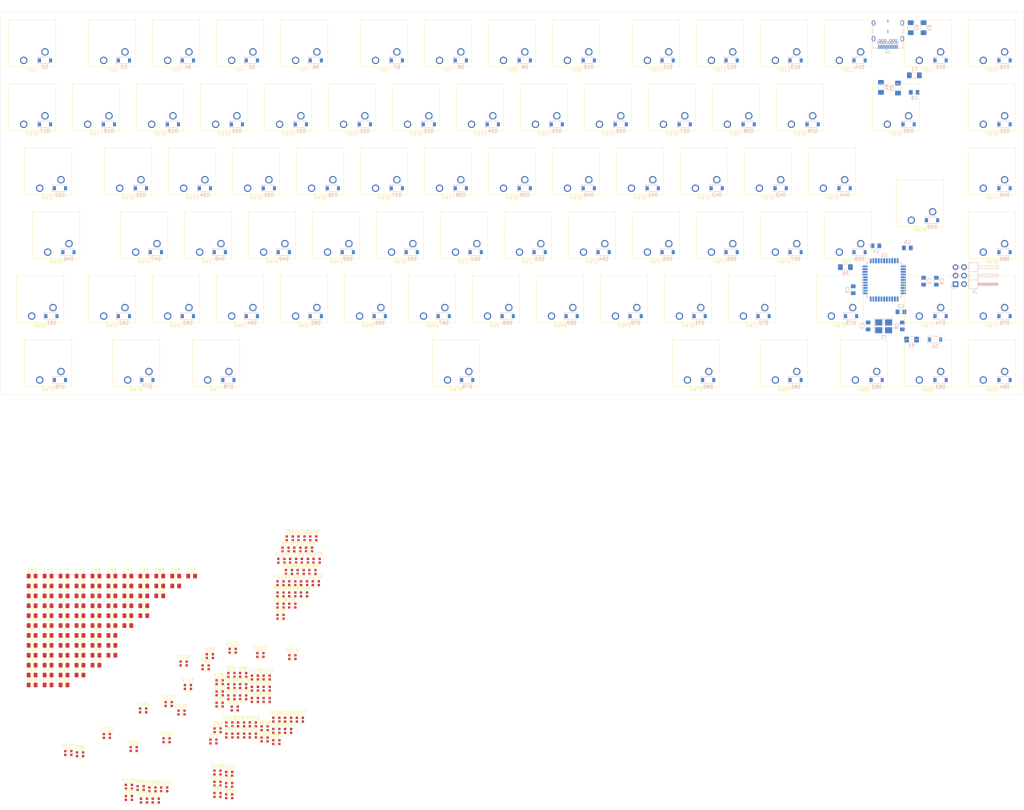
<source format=kicad_pcb>
(kicad_pcb (version 20171130) (host pcbnew 5.1.5+dfsg1-2build2)

  (general
    (thickness 1.6)
    (drawings 4)
    (tracks 0)
    (zones 0)
    (modules 353)
    (nets 217)
  )

  (page A3)
  (layers
    (0 F.Cu signal)
    (31 B.Cu signal)
    (32 B.Adhes user)
    (33 F.Adhes user)
    (34 B.Paste user)
    (35 F.Paste user)
    (36 B.SilkS user)
    (37 F.SilkS user)
    (38 B.Mask user)
    (39 F.Mask user)
    (40 Dwgs.User user)
    (41 Cmts.User user)
    (42 Eco1.User user)
    (43 Eco2.User user)
    (44 Edge.Cuts user)
    (45 Margin user)
    (46 B.CrtYd user)
    (47 F.CrtYd user)
    (48 B.Fab user)
    (49 F.Fab user)
  )

  (setup
    (last_trace_width 0.25)
    (trace_clearance 0.2)
    (zone_clearance 0.508)
    (zone_45_only no)
    (trace_min 0.2)
    (via_size 0.8)
    (via_drill 0.4)
    (via_min_size 0.6)
    (via_min_drill 0.3)
    (uvia_size 0.3)
    (uvia_drill 0.1)
    (uvias_allowed no)
    (uvia_min_size 0.2)
    (uvia_min_drill 0.1)
    (edge_width 0.05)
    (segment_width 0.2)
    (pcb_text_width 0.3)
    (pcb_text_size 1.5 1.5)
    (mod_edge_width 0.12)
    (mod_text_size 1 1)
    (mod_text_width 0.15)
    (pad_size 1.524 1.524)
    (pad_drill 0.762)
    (pad_to_mask_clearance 0.051)
    (solder_mask_min_width 0.25)
    (aux_axis_origin 0 0)
    (visible_elements FFFFF77F)
    (pcbplotparams
      (layerselection 0x010fc_ffffffff)
      (usegerberextensions false)
      (usegerberattributes false)
      (usegerberadvancedattributes false)
      (creategerberjobfile false)
      (excludeedgelayer true)
      (linewidth 0.100000)
      (plotframeref false)
      (viasonmask false)
      (mode 1)
      (useauxorigin false)
      (hpglpennumber 1)
      (hpglpenspeed 20)
      (hpglpendiameter 15.000000)
      (psnegative false)
      (psa4output false)
      (plotreference true)
      (plotvalue true)
      (plotinvisibletext false)
      (padsonsilk false)
      (subtractmaskfromsilk false)
      (outputformat 1)
      (mirror false)
      (drillshape 1)
      (scaleselection 1)
      (outputdirectory ""))
  )

  (net 0 "")
  (net 1 GND)
  (net 2 +5V)
  (net 3 "Net-(C7-Pad1)")
  (net 4 "Net-(C8-Pad2)")
  (net 5 "Net-(C9-Pad1)")
  (net 6 RST)
  (net 7 ROW0)
  (net 8 "Net-(D2-Pad2)")
  (net 9 "Net-(D3-Pad2)")
  (net 10 "Net-(D4-Pad2)")
  (net 11 "Net-(D5-Pad2)")
  (net 12 "Net-(D6-Pad2)")
  (net 13 "Net-(D7-Pad2)")
  (net 14 "Net-(D8-Pad2)")
  (net 15 "Net-(D9-Pad2)")
  (net 16 "Net-(D10-Pad2)")
  (net 17 "Net-(D11-Pad2)")
  (net 18 "Net-(D12-Pad2)")
  (net 19 "Net-(D13-Pad2)")
  (net 20 "Net-(D14-Pad2)")
  (net 21 "Net-(D15-Pad2)")
  (net 22 "Net-(D16-Pad2)")
  (net 23 ROW1)
  (net 24 "Net-(D17-Pad2)")
  (net 25 "Net-(D18-Pad2)")
  (net 26 "Net-(D19-Pad2)")
  (net 27 "Net-(D20-Pad2)")
  (net 28 "Net-(D21-Pad2)")
  (net 29 "Net-(D22-Pad2)")
  (net 30 "Net-(D23-Pad2)")
  (net 31 "Net-(D24-Pad2)")
  (net 32 "Net-(D25-Pad2)")
  (net 33 "Net-(D26-Pad2)")
  (net 34 "Net-(D27-Pad2)")
  (net 35 "Net-(D28-Pad2)")
  (net 36 "Net-(D29-Pad2)")
  (net 37 "Net-(D30-Pad2)")
  (net 38 "Net-(D31-Pad2)")
  (net 39 "Net-(D32-Pad2)")
  (net 40 ROW2)
  (net 41 "Net-(D33-Pad2)")
  (net 42 "Net-(D34-Pad2)")
  (net 43 "Net-(D35-Pad2)")
  (net 44 "Net-(D36-Pad2)")
  (net 45 "Net-(D37-Pad2)")
  (net 46 "Net-(D38-Pad2)")
  (net 47 "Net-(D39-Pad2)")
  (net 48 "Net-(D40-Pad2)")
  (net 49 "Net-(D41-Pad2)")
  (net 50 "Net-(D42-Pad2)")
  (net 51 "Net-(D43-Pad2)")
  (net 52 "Net-(D44-Pad2)")
  (net 53 "Net-(D45-Pad2)")
  (net 54 "Net-(D46-Pad2)")
  (net 55 ROW3)
  (net 56 "Net-(D47-Pad2)")
  (net 57 "Net-(D48-Pad2)")
  (net 58 "Net-(D49-Pad2)")
  (net 59 "Net-(D50-Pad2)")
  (net 60 "Net-(D51-Pad2)")
  (net 61 "Net-(D52-Pad2)")
  (net 62 "Net-(D53-Pad2)")
  (net 63 "Net-(D54-Pad2)")
  (net 64 "Net-(D55-Pad2)")
  (net 65 "Net-(D56-Pad2)")
  (net 66 "Net-(D57-Pad2)")
  (net 67 "Net-(D58-Pad2)")
  (net 68 "Net-(D59-Pad2)")
  (net 69 "Net-(D60-Pad2)")
  (net 70 ROW4)
  (net 71 "Net-(D61-Pad2)")
  (net 72 "Net-(D62-Pad2)")
  (net 73 "Net-(D63-Pad2)")
  (net 74 "Net-(D64-Pad2)")
  (net 75 "Net-(D65-Pad2)")
  (net 76 "Net-(D66-Pad2)")
  (net 77 "Net-(D67-Pad2)")
  (net 78 "Net-(D68-Pad2)")
  (net 79 "Net-(D69-Pad2)")
  (net 80 "Net-(D70-Pad2)")
  (net 81 "Net-(D71-Pad2)")
  (net 82 "Net-(D72-Pad2)")
  (net 83 "Net-(D73-Pad2)")
  (net 84 "Net-(D74-Pad2)")
  (net 85 "Net-(D75-Pad2)")
  (net 86 ROW5)
  (net 87 "Net-(D76-Pad2)")
  (net 88 "Net-(D77-Pad2)")
  (net 89 "Net-(D78-Pad2)")
  (net 90 "Net-(D79-Pad2)")
  (net 91 "Net-(D80-Pad2)")
  (net 92 "Net-(D81-Pad2)")
  (net 93 "Net-(D82-Pad2)")
  (net 94 "Net-(D83-Pad2)")
  (net 95 "Net-(D84-Pad2)")
  (net 96 "Net-(D85-Pad2)")
  (net 97 DIN)
  (net 98 "Net-(D86-Pad2)")
  (net 99 "Net-(D87-Pad2)")
  (net 100 "Net-(D88-Pad2)")
  (net 101 "Net-(D89-Pad2)")
  (net 102 "Net-(D90-Pad2)")
  (net 103 "Net-(D91-Pad2)")
  (net 104 "Net-(D92-Pad2)")
  (net 105 "Net-(D93-Pad2)")
  (net 106 "Net-(D94-Pad2)")
  (net 107 "Net-(D95-Pad2)")
  (net 108 "Net-(D96-Pad2)")
  (net 109 "Net-(D97-Pad2)")
  (net 110 "Net-(D98-Pad2)")
  (net 111 "Net-(D100-Pad4)")
  (net 112 "Net-(D100-Pad2)")
  (net 113 "Net-(D101-Pad2)")
  (net 114 "Net-(D102-Pad2)")
  (net 115 "Net-(D103-Pad2)")
  (net 116 "Net-(D104-Pad2)")
  (net 117 "Net-(D105-Pad2)")
  (net 118 "Net-(D106-Pad2)")
  (net 119 "Net-(D107-Pad2)")
  (net 120 "Net-(D108-Pad2)")
  (net 121 "Net-(D109-Pad2)")
  (net 122 "Net-(D110-Pad2)")
  (net 123 "Net-(D111-Pad2)")
  (net 124 "Net-(D112-Pad2)")
  (net 125 "Net-(D113-Pad2)")
  (net 126 "Net-(D114-Pad2)")
  (net 127 "Net-(D115-Pad2)")
  (net 128 "Net-(D116-Pad2)")
  (net 129 "Net-(D117-Pad2)")
  (net 130 "Net-(D118-Pad2)")
  (net 131 "Net-(D119-Pad2)")
  (net 132 "Net-(D120-Pad2)")
  (net 133 "Net-(D121-Pad2)")
  (net 134 "Net-(D122-Pad2)")
  (net 135 "Net-(D123-Pad2)")
  (net 136 "Net-(D124-Pad2)")
  (net 137 "Net-(D125-Pad2)")
  (net 138 "Net-(D126-Pad2)")
  (net 139 "Net-(D127-Pad2)")
  (net 140 "Net-(D128-Pad2)")
  (net 141 "Net-(D129-Pad2)")
  (net 142 "Net-(D130-Pad2)")
  (net 143 "Net-(D131-Pad2)")
  (net 144 "Net-(D132-Pad2)")
  (net 145 "Net-(D133-Pad2)")
  (net 146 "Net-(D134-Pad2)")
  (net 147 "Net-(D135-Pad2)")
  (net 148 "Net-(D136-Pad2)")
  (net 149 "Net-(D137-Pad2)")
  (net 150 "Net-(D138-Pad2)")
  (net 151 "Net-(D139-Pad2)")
  (net 152 "Net-(D140-Pad2)")
  (net 153 "Net-(D141-Pad2)")
  (net 154 "Net-(D142-Pad2)")
  (net 155 "Net-(D143-Pad2)")
  (net 156 "Net-(D144-Pad2)")
  (net 157 "Net-(D145-Pad2)")
  (net 158 "Net-(D146-Pad2)")
  (net 159 "Net-(D147-Pad2)")
  (net 160 "Net-(D148-Pad2)")
  (net 161 "Net-(D149-Pad2)")
  (net 162 "Net-(D150-Pad2)")
  (net 163 "Net-(D151-Pad2)")
  (net 164 "Net-(D152-Pad2)")
  (net 165 "Net-(D153-Pad2)")
  (net 166 "Net-(D154-Pad2)")
  (net 167 "Net-(D155-Pad2)")
  (net 168 "Net-(D156-Pad2)")
  (net 169 "Net-(D157-Pad2)")
  (net 170 "Net-(D158-Pad2)")
  (net 171 "Net-(D159-Pad2)")
  (net 172 "Net-(D160-Pad2)")
  (net 173 "Net-(D161-Pad2)")
  (net 174 "Net-(D162-Pad2)")
  (net 175 "Net-(D163-Pad2)")
  (net 176 "Net-(D164-Pad2)")
  (net 177 "Net-(D165-Pad2)")
  (net 178 "Net-(D166-Pad2)")
  (net 179 "Net-(D167-Pad2)")
  (net 180 "Net-(F1-Pad2)")
  (net 181 COL02)
  (net 182 COL00)
  (net 183 COL01)
  (net 184 "Net-(J2-PadA11)")
  (net 185 "Net-(J2-PadA10)")
  (net 186 "Net-(J2-PadA8)")
  (net 187 D-)
  (net 188 D+)
  (net 189 "Net-(J2-PadA5)")
  (net 190 "Net-(J2-PadA3)")
  (net 191 "Net-(J2-PadA2)")
  (net 192 "Net-(J2-PadB10)")
  (net 193 "Net-(J2-PadB3)")
  (net 194 "Net-(J2-PadB8)")
  (net 195 "Net-(J2-PadB5)")
  (net 196 "Net-(J2-PadB2)")
  (net 197 "Net-(J2-PadB11)")
  (net 198 "Net-(R4-Pad1)")
  (net 199 "Net-(R5-Pad2)")
  (net 200 "Net-(R6-Pad2)")
  (net 201 COL03)
  (net 202 COL04)
  (net 203 COL06)
  (net 204 COL07)
  (net 205 COL08)
  (net 206 COL09)
  (net 207 COL10)
  (net 208 COL11)
  (net 209 COL12)
  (net 210 COL13)
  (net 211 COL14)
  (net 212 COL15)
  (net 213 COL05)
  (net 214 "Net-(U1-Pad1)")
  (net 215 "Net-(U1-Pad8)")
  (net 216 "Net-(U1-Pad42)")

  (net_class Default "Dies ist die voreingestellte Netzklasse."
    (clearance 0.2)
    (trace_width 0.25)
    (via_dia 0.8)
    (via_drill 0.4)
    (uvia_dia 0.3)
    (uvia_drill 0.1)
    (add_net +5V)
    (add_net COL00)
    (add_net COL01)
    (add_net COL02)
    (add_net COL03)
    (add_net COL04)
    (add_net COL05)
    (add_net COL06)
    (add_net COL07)
    (add_net COL08)
    (add_net COL09)
    (add_net COL10)
    (add_net COL11)
    (add_net COL12)
    (add_net COL13)
    (add_net COL14)
    (add_net COL15)
    (add_net D+)
    (add_net D-)
    (add_net DIN)
    (add_net GND)
    (add_net "Net-(C7-Pad1)")
    (add_net "Net-(C8-Pad2)")
    (add_net "Net-(C9-Pad1)")
    (add_net "Net-(D10-Pad2)")
    (add_net "Net-(D100-Pad2)")
    (add_net "Net-(D100-Pad4)")
    (add_net "Net-(D101-Pad2)")
    (add_net "Net-(D102-Pad2)")
    (add_net "Net-(D103-Pad2)")
    (add_net "Net-(D104-Pad2)")
    (add_net "Net-(D105-Pad2)")
    (add_net "Net-(D106-Pad2)")
    (add_net "Net-(D107-Pad2)")
    (add_net "Net-(D108-Pad2)")
    (add_net "Net-(D109-Pad2)")
    (add_net "Net-(D11-Pad2)")
    (add_net "Net-(D110-Pad2)")
    (add_net "Net-(D111-Pad2)")
    (add_net "Net-(D112-Pad2)")
    (add_net "Net-(D113-Pad2)")
    (add_net "Net-(D114-Pad2)")
    (add_net "Net-(D115-Pad2)")
    (add_net "Net-(D116-Pad2)")
    (add_net "Net-(D117-Pad2)")
    (add_net "Net-(D118-Pad2)")
    (add_net "Net-(D119-Pad2)")
    (add_net "Net-(D12-Pad2)")
    (add_net "Net-(D120-Pad2)")
    (add_net "Net-(D121-Pad2)")
    (add_net "Net-(D122-Pad2)")
    (add_net "Net-(D123-Pad2)")
    (add_net "Net-(D124-Pad2)")
    (add_net "Net-(D125-Pad2)")
    (add_net "Net-(D126-Pad2)")
    (add_net "Net-(D127-Pad2)")
    (add_net "Net-(D128-Pad2)")
    (add_net "Net-(D129-Pad2)")
    (add_net "Net-(D13-Pad2)")
    (add_net "Net-(D130-Pad2)")
    (add_net "Net-(D131-Pad2)")
    (add_net "Net-(D132-Pad2)")
    (add_net "Net-(D133-Pad2)")
    (add_net "Net-(D134-Pad2)")
    (add_net "Net-(D135-Pad2)")
    (add_net "Net-(D136-Pad2)")
    (add_net "Net-(D137-Pad2)")
    (add_net "Net-(D138-Pad2)")
    (add_net "Net-(D139-Pad2)")
    (add_net "Net-(D14-Pad2)")
    (add_net "Net-(D140-Pad2)")
    (add_net "Net-(D141-Pad2)")
    (add_net "Net-(D142-Pad2)")
    (add_net "Net-(D143-Pad2)")
    (add_net "Net-(D144-Pad2)")
    (add_net "Net-(D145-Pad2)")
    (add_net "Net-(D146-Pad2)")
    (add_net "Net-(D147-Pad2)")
    (add_net "Net-(D148-Pad2)")
    (add_net "Net-(D149-Pad2)")
    (add_net "Net-(D15-Pad2)")
    (add_net "Net-(D150-Pad2)")
    (add_net "Net-(D151-Pad2)")
    (add_net "Net-(D152-Pad2)")
    (add_net "Net-(D153-Pad2)")
    (add_net "Net-(D154-Pad2)")
    (add_net "Net-(D155-Pad2)")
    (add_net "Net-(D156-Pad2)")
    (add_net "Net-(D157-Pad2)")
    (add_net "Net-(D158-Pad2)")
    (add_net "Net-(D159-Pad2)")
    (add_net "Net-(D16-Pad2)")
    (add_net "Net-(D160-Pad2)")
    (add_net "Net-(D161-Pad2)")
    (add_net "Net-(D162-Pad2)")
    (add_net "Net-(D163-Pad2)")
    (add_net "Net-(D164-Pad2)")
    (add_net "Net-(D165-Pad2)")
    (add_net "Net-(D166-Pad2)")
    (add_net "Net-(D167-Pad2)")
    (add_net "Net-(D17-Pad2)")
    (add_net "Net-(D18-Pad2)")
    (add_net "Net-(D19-Pad2)")
    (add_net "Net-(D2-Pad2)")
    (add_net "Net-(D20-Pad2)")
    (add_net "Net-(D21-Pad2)")
    (add_net "Net-(D22-Pad2)")
    (add_net "Net-(D23-Pad2)")
    (add_net "Net-(D24-Pad2)")
    (add_net "Net-(D25-Pad2)")
    (add_net "Net-(D26-Pad2)")
    (add_net "Net-(D27-Pad2)")
    (add_net "Net-(D28-Pad2)")
    (add_net "Net-(D29-Pad2)")
    (add_net "Net-(D3-Pad2)")
    (add_net "Net-(D30-Pad2)")
    (add_net "Net-(D31-Pad2)")
    (add_net "Net-(D32-Pad2)")
    (add_net "Net-(D33-Pad2)")
    (add_net "Net-(D34-Pad2)")
    (add_net "Net-(D35-Pad2)")
    (add_net "Net-(D36-Pad2)")
    (add_net "Net-(D37-Pad2)")
    (add_net "Net-(D38-Pad2)")
    (add_net "Net-(D39-Pad2)")
    (add_net "Net-(D4-Pad2)")
    (add_net "Net-(D40-Pad2)")
    (add_net "Net-(D41-Pad2)")
    (add_net "Net-(D42-Pad2)")
    (add_net "Net-(D43-Pad2)")
    (add_net "Net-(D44-Pad2)")
    (add_net "Net-(D45-Pad2)")
    (add_net "Net-(D46-Pad2)")
    (add_net "Net-(D47-Pad2)")
    (add_net "Net-(D48-Pad2)")
    (add_net "Net-(D49-Pad2)")
    (add_net "Net-(D5-Pad2)")
    (add_net "Net-(D50-Pad2)")
    (add_net "Net-(D51-Pad2)")
    (add_net "Net-(D52-Pad2)")
    (add_net "Net-(D53-Pad2)")
    (add_net "Net-(D54-Pad2)")
    (add_net "Net-(D55-Pad2)")
    (add_net "Net-(D56-Pad2)")
    (add_net "Net-(D57-Pad2)")
    (add_net "Net-(D58-Pad2)")
    (add_net "Net-(D59-Pad2)")
    (add_net "Net-(D6-Pad2)")
    (add_net "Net-(D60-Pad2)")
    (add_net "Net-(D61-Pad2)")
    (add_net "Net-(D62-Pad2)")
    (add_net "Net-(D63-Pad2)")
    (add_net "Net-(D64-Pad2)")
    (add_net "Net-(D65-Pad2)")
    (add_net "Net-(D66-Pad2)")
    (add_net "Net-(D67-Pad2)")
    (add_net "Net-(D68-Pad2)")
    (add_net "Net-(D69-Pad2)")
    (add_net "Net-(D7-Pad2)")
    (add_net "Net-(D70-Pad2)")
    (add_net "Net-(D71-Pad2)")
    (add_net "Net-(D72-Pad2)")
    (add_net "Net-(D73-Pad2)")
    (add_net "Net-(D74-Pad2)")
    (add_net "Net-(D75-Pad2)")
    (add_net "Net-(D76-Pad2)")
    (add_net "Net-(D77-Pad2)")
    (add_net "Net-(D78-Pad2)")
    (add_net "Net-(D79-Pad2)")
    (add_net "Net-(D8-Pad2)")
    (add_net "Net-(D80-Pad2)")
    (add_net "Net-(D81-Pad2)")
    (add_net "Net-(D82-Pad2)")
    (add_net "Net-(D83-Pad2)")
    (add_net "Net-(D84-Pad2)")
    (add_net "Net-(D85-Pad2)")
    (add_net "Net-(D86-Pad2)")
    (add_net "Net-(D87-Pad2)")
    (add_net "Net-(D88-Pad2)")
    (add_net "Net-(D89-Pad2)")
    (add_net "Net-(D9-Pad2)")
    (add_net "Net-(D90-Pad2)")
    (add_net "Net-(D91-Pad2)")
    (add_net "Net-(D92-Pad2)")
    (add_net "Net-(D93-Pad2)")
    (add_net "Net-(D94-Pad2)")
    (add_net "Net-(D95-Pad2)")
    (add_net "Net-(D96-Pad2)")
    (add_net "Net-(D97-Pad2)")
    (add_net "Net-(D98-Pad2)")
    (add_net "Net-(F1-Pad2)")
    (add_net "Net-(J2-PadA10)")
    (add_net "Net-(J2-PadA11)")
    (add_net "Net-(J2-PadA2)")
    (add_net "Net-(J2-PadA3)")
    (add_net "Net-(J2-PadA5)")
    (add_net "Net-(J2-PadA8)")
    (add_net "Net-(J2-PadB10)")
    (add_net "Net-(J2-PadB11)")
    (add_net "Net-(J2-PadB2)")
    (add_net "Net-(J2-PadB3)")
    (add_net "Net-(J2-PadB5)")
    (add_net "Net-(J2-PadB8)")
    (add_net "Net-(R4-Pad1)")
    (add_net "Net-(R5-Pad2)")
    (add_net "Net-(R6-Pad2)")
    (add_net "Net-(U1-Pad1)")
    (add_net "Net-(U1-Pad42)")
    (add_net "Net-(U1-Pad8)")
    (add_net ROW0)
    (add_net ROW1)
    (add_net ROW2)
    (add_net ROW3)
    (add_net ROW4)
    (add_net ROW5)
    (add_net RST)
  )

  (module Capacitor_SMD:C_0805_2012Metric_Pad1.15x1.40mm_HandSolder (layer B.Cu) (tedit 5B36C52B) (tstamp 5F1B5C2D)
    (at 313.055 118.5 90)
    (descr "Capacitor SMD 0805 (2012 Metric), square (rectangular) end terminal, IPC_7351 nominal with elongated pad for handsoldering. (Body size source: https://docs.google.com/spreadsheets/d/1BsfQQcO9C6DZCsRaXUlFlo91Tg2WpOkGARC1WS5S8t0/edit?usp=sharing), generated with kicad-footprint-generator")
    (tags "capacitor handsolder")
    (path /5F92990D)
    (attr smd)
    (fp_text reference C1 (at 0 1.65 90) (layer B.SilkS)
      (effects (font (size 1 1) (thickness 0.15)) (justify mirror))
    )
    (fp_text value 0.1uF (at 0 -1.65 90) (layer B.Fab)
      (effects (font (size 1 1) (thickness 0.15)) (justify mirror))
    )
    (fp_text user %R (at 0 0 90) (layer B.Fab)
      (effects (font (size 0.5 0.5) (thickness 0.08)) (justify mirror))
    )
    (fp_line (start 1.85 -0.95) (end -1.85 -0.95) (layer B.CrtYd) (width 0.05))
    (fp_line (start 1.85 0.95) (end 1.85 -0.95) (layer B.CrtYd) (width 0.05))
    (fp_line (start -1.85 0.95) (end 1.85 0.95) (layer B.CrtYd) (width 0.05))
    (fp_line (start -1.85 -0.95) (end -1.85 0.95) (layer B.CrtYd) (width 0.05))
    (fp_line (start -0.261252 -0.71) (end 0.261252 -0.71) (layer B.SilkS) (width 0.12))
    (fp_line (start -0.261252 0.71) (end 0.261252 0.71) (layer B.SilkS) (width 0.12))
    (fp_line (start 1 -0.6) (end -1 -0.6) (layer B.Fab) (width 0.1))
    (fp_line (start 1 0.6) (end 1 -0.6) (layer B.Fab) (width 0.1))
    (fp_line (start -1 0.6) (end 1 0.6) (layer B.Fab) (width 0.1))
    (fp_line (start -1 -0.6) (end -1 0.6) (layer B.Fab) (width 0.1))
    (pad 2 smd roundrect (at 1.025 0 90) (size 1.15 1.4) (layers B.Cu B.Paste B.Mask) (roundrect_rratio 0.217391)
      (net 1 GND))
    (pad 1 smd roundrect (at -1.025 0 90) (size 1.15 1.4) (layers B.Cu B.Paste B.Mask) (roundrect_rratio 0.217391)
      (net 2 +5V))
    (model ${KISYS3DMOD}/Capacitor_SMD.3dshapes/C_0805_2012Metric.wrl
      (at (xyz 0 0 0))
      (scale (xyz 1 1 1))
      (rotate (xyz 0 0 0))
    )
  )

  (module Capacitor_SMD:C_0805_2012Metric_Pad1.15x1.40mm_HandSolder (layer B.Cu) (tedit 5B36C52B) (tstamp 5F15EB29)
    (at 306.315 127.635 180)
    (descr "Capacitor SMD 0805 (2012 Metric), square (rectangular) end terminal, IPC_7351 nominal with elongated pad for handsoldering. (Body size source: https://docs.google.com/spreadsheets/d/1BsfQQcO9C6DZCsRaXUlFlo91Tg2WpOkGARC1WS5S8t0/edit?usp=sharing), generated with kicad-footprint-generator")
    (tags "capacitor handsolder")
    (path /5EFFF252)
    (attr smd)
    (fp_text reference C2 (at 0 1.65) (layer B.SilkS)
      (effects (font (size 1 1) (thickness 0.15)) (justify mirror))
    )
    (fp_text value 0.1uF (at 0 -1.65) (layer B.Fab)
      (effects (font (size 1 1) (thickness 0.15)) (justify mirror))
    )
    (fp_text user %R (at 0 0) (layer B.Fab)
      (effects (font (size 0.5 0.5) (thickness 0.08)) (justify mirror))
    )
    (fp_line (start 1.85 -0.95) (end -1.85 -0.95) (layer B.CrtYd) (width 0.05))
    (fp_line (start 1.85 0.95) (end 1.85 -0.95) (layer B.CrtYd) (width 0.05))
    (fp_line (start -1.85 0.95) (end 1.85 0.95) (layer B.CrtYd) (width 0.05))
    (fp_line (start -1.85 -0.95) (end -1.85 0.95) (layer B.CrtYd) (width 0.05))
    (fp_line (start -0.261252 -0.71) (end 0.261252 -0.71) (layer B.SilkS) (width 0.12))
    (fp_line (start -0.261252 0.71) (end 0.261252 0.71) (layer B.SilkS) (width 0.12))
    (fp_line (start 1 -0.6) (end -1 -0.6) (layer B.Fab) (width 0.1))
    (fp_line (start 1 0.6) (end 1 -0.6) (layer B.Fab) (width 0.1))
    (fp_line (start -1 0.6) (end 1 0.6) (layer B.Fab) (width 0.1))
    (fp_line (start -1 -0.6) (end -1 0.6) (layer B.Fab) (width 0.1))
    (pad 2 smd roundrect (at 1.025 0 180) (size 1.15 1.4) (layers B.Cu B.Paste B.Mask) (roundrect_rratio 0.217391)
      (net 1 GND))
    (pad 1 smd roundrect (at -1.025 0 180) (size 1.15 1.4) (layers B.Cu B.Paste B.Mask) (roundrect_rratio 0.217391)
      (net 2 +5V))
    (model ${KISYS3DMOD}/Capacitor_SMD.3dshapes/C_0805_2012Metric.wrl
      (at (xyz 0 0 0))
      (scale (xyz 1 1 1))
      (rotate (xyz 0 0 0))
    )
  )

  (module Capacitor_SMD:C_0805_2012Metric_Pad1.15x1.40mm_HandSolder (layer B.Cu) (tedit 5B36C52B) (tstamp 5F15EB3A)
    (at 292.1 121.04 270)
    (descr "Capacitor SMD 0805 (2012 Metric), square (rectangular) end terminal, IPC_7351 nominal with elongated pad for handsoldering. (Body size source: https://docs.google.com/spreadsheets/d/1BsfQQcO9C6DZCsRaXUlFlo91Tg2WpOkGARC1WS5S8t0/edit?usp=sharing), generated with kicad-footprint-generator")
    (tags "capacitor handsolder")
    (path /5F00AFA0)
    (attr smd)
    (fp_text reference C3 (at 0 1.65 90) (layer B.SilkS)
      (effects (font (size 1 1) (thickness 0.15)) (justify mirror))
    )
    (fp_text value 0.1uF (at 0 -1.65 90) (layer B.Fab)
      (effects (font (size 1 1) (thickness 0.15)) (justify mirror))
    )
    (fp_text user %R (at 0 0 90) (layer B.Fab)
      (effects (font (size 0.5 0.5) (thickness 0.08)) (justify mirror))
    )
    (fp_line (start 1.85 -0.95) (end -1.85 -0.95) (layer B.CrtYd) (width 0.05))
    (fp_line (start 1.85 0.95) (end 1.85 -0.95) (layer B.CrtYd) (width 0.05))
    (fp_line (start -1.85 0.95) (end 1.85 0.95) (layer B.CrtYd) (width 0.05))
    (fp_line (start -1.85 -0.95) (end -1.85 0.95) (layer B.CrtYd) (width 0.05))
    (fp_line (start -0.261252 -0.71) (end 0.261252 -0.71) (layer B.SilkS) (width 0.12))
    (fp_line (start -0.261252 0.71) (end 0.261252 0.71) (layer B.SilkS) (width 0.12))
    (fp_line (start 1 -0.6) (end -1 -0.6) (layer B.Fab) (width 0.1))
    (fp_line (start 1 0.6) (end 1 -0.6) (layer B.Fab) (width 0.1))
    (fp_line (start -1 0.6) (end 1 0.6) (layer B.Fab) (width 0.1))
    (fp_line (start -1 -0.6) (end -1 0.6) (layer B.Fab) (width 0.1))
    (pad 2 smd roundrect (at 1.025 0 270) (size 1.15 1.4) (layers B.Cu B.Paste B.Mask) (roundrect_rratio 0.217391)
      (net 1 GND))
    (pad 1 smd roundrect (at -1.025 0 270) (size 1.15 1.4) (layers B.Cu B.Paste B.Mask) (roundrect_rratio 0.217391)
      (net 2 +5V))
    (model ${KISYS3DMOD}/Capacitor_SMD.3dshapes/C_0805_2012Metric.wrl
      (at (xyz 0 0 0))
      (scale (xyz 1 1 1))
      (rotate (xyz 0 0 0))
    )
  )

  (module Capacitor_SMD:C_0805_2012Metric_Pad1.15x1.40mm_HandSolder (layer B.Cu) (tedit 5B36C52B) (tstamp 5F15EB4B)
    (at 298.84 107.95)
    (descr "Capacitor SMD 0805 (2012 Metric), square (rectangular) end terminal, IPC_7351 nominal with elongated pad for handsoldering. (Body size source: https://docs.google.com/spreadsheets/d/1BsfQQcO9C6DZCsRaXUlFlo91Tg2WpOkGARC1WS5S8t0/edit?usp=sharing), generated with kicad-footprint-generator")
    (tags "capacitor handsolder")
    (path /5F00B4C3)
    (attr smd)
    (fp_text reference C4 (at 0 1.65) (layer B.SilkS)
      (effects (font (size 1 1) (thickness 0.15)) (justify mirror))
    )
    (fp_text value 0.1uF (at 0 -1.65) (layer B.Fab)
      (effects (font (size 1 1) (thickness 0.15)) (justify mirror))
    )
    (fp_line (start -1 -0.6) (end -1 0.6) (layer B.Fab) (width 0.1))
    (fp_line (start -1 0.6) (end 1 0.6) (layer B.Fab) (width 0.1))
    (fp_line (start 1 0.6) (end 1 -0.6) (layer B.Fab) (width 0.1))
    (fp_line (start 1 -0.6) (end -1 -0.6) (layer B.Fab) (width 0.1))
    (fp_line (start -0.261252 0.71) (end 0.261252 0.71) (layer B.SilkS) (width 0.12))
    (fp_line (start -0.261252 -0.71) (end 0.261252 -0.71) (layer B.SilkS) (width 0.12))
    (fp_line (start -1.85 -0.95) (end -1.85 0.95) (layer B.CrtYd) (width 0.05))
    (fp_line (start -1.85 0.95) (end 1.85 0.95) (layer B.CrtYd) (width 0.05))
    (fp_line (start 1.85 0.95) (end 1.85 -0.95) (layer B.CrtYd) (width 0.05))
    (fp_line (start 1.85 -0.95) (end -1.85 -0.95) (layer B.CrtYd) (width 0.05))
    (fp_text user %R (at 0 0) (layer B.Fab)
      (effects (font (size 0.5 0.5) (thickness 0.08)) (justify mirror))
    )
    (pad 1 smd roundrect (at -1.025 0) (size 1.15 1.4) (layers B.Cu B.Paste B.Mask) (roundrect_rratio 0.217391)
      (net 2 +5V))
    (pad 2 smd roundrect (at 1.025 0) (size 1.15 1.4) (layers B.Cu B.Paste B.Mask) (roundrect_rratio 0.217391)
      (net 1 GND))
    (model ${KISYS3DMOD}/Capacitor_SMD.3dshapes/C_0805_2012Metric.wrl
      (at (xyz 0 0 0))
      (scale (xyz 1 1 1))
      (rotate (xyz 0 0 0))
    )
  )

  (module Capacitor_SMD:C_0805_2012Metric_Pad1.15x1.40mm_HandSolder (layer B.Cu) (tedit 5B36C52B) (tstamp 5F15EB5C)
    (at 308.22 108.585 180)
    (descr "Capacitor SMD 0805 (2012 Metric), square (rectangular) end terminal, IPC_7351 nominal with elongated pad for handsoldering. (Body size source: https://docs.google.com/spreadsheets/d/1BsfQQcO9C6DZCsRaXUlFlo91Tg2WpOkGARC1WS5S8t0/edit?usp=sharing), generated with kicad-footprint-generator")
    (tags "capacitor handsolder")
    (path /5F92A552)
    (attr smd)
    (fp_text reference C5 (at 0 1.65) (layer B.SilkS)
      (effects (font (size 1 1) (thickness 0.15)) (justify mirror))
    )
    (fp_text value 0.1uF (at 0 -1.65) (layer B.Fab)
      (effects (font (size 1 1) (thickness 0.15)) (justify mirror))
    )
    (fp_text user %R (at 0 0) (layer B.Fab)
      (effects (font (size 0.5 0.5) (thickness 0.08)) (justify mirror))
    )
    (fp_line (start 1.85 -0.95) (end -1.85 -0.95) (layer B.CrtYd) (width 0.05))
    (fp_line (start 1.85 0.95) (end 1.85 -0.95) (layer B.CrtYd) (width 0.05))
    (fp_line (start -1.85 0.95) (end 1.85 0.95) (layer B.CrtYd) (width 0.05))
    (fp_line (start -1.85 -0.95) (end -1.85 0.95) (layer B.CrtYd) (width 0.05))
    (fp_line (start -0.261252 -0.71) (end 0.261252 -0.71) (layer B.SilkS) (width 0.12))
    (fp_line (start -0.261252 0.71) (end 0.261252 0.71) (layer B.SilkS) (width 0.12))
    (fp_line (start 1 -0.6) (end -1 -0.6) (layer B.Fab) (width 0.1))
    (fp_line (start 1 0.6) (end 1 -0.6) (layer B.Fab) (width 0.1))
    (fp_line (start -1 0.6) (end 1 0.6) (layer B.Fab) (width 0.1))
    (fp_line (start -1 -0.6) (end -1 0.6) (layer B.Fab) (width 0.1))
    (pad 2 smd roundrect (at 1.025 0 180) (size 1.15 1.4) (layers B.Cu B.Paste B.Mask) (roundrect_rratio 0.217391)
      (net 1 GND))
    (pad 1 smd roundrect (at -1.025 0 180) (size 1.15 1.4) (layers B.Cu B.Paste B.Mask) (roundrect_rratio 0.217391)
      (net 2 +5V))
    (model ${KISYS3DMOD}/Capacitor_SMD.3dshapes/C_0805_2012Metric.wrl
      (at (xyz 0 0 0))
      (scale (xyz 1 1 1))
      (rotate (xyz 0 0 0))
    )
  )

  (module Capacitor_SMD:C_0805_2012Metric_Pad1.15x1.40mm_HandSolder (layer B.Cu) (tedit 5B36C52B) (tstamp 5F15EB6D)
    (at 310.27 62.23)
    (descr "Capacitor SMD 0805 (2012 Metric), square (rectangular) end terminal, IPC_7351 nominal with elongated pad for handsoldering. (Body size source: https://docs.google.com/spreadsheets/d/1BsfQQcO9C6DZCsRaXUlFlo91Tg2WpOkGARC1WS5S8t0/edit?usp=sharing), generated with kicad-footprint-generator")
    (tags "capacitor handsolder")
    (path /5F007EF5)
    (attr smd)
    (fp_text reference C6 (at 0 1.65) (layer B.SilkS)
      (effects (font (size 1 1) (thickness 0.15)) (justify mirror))
    )
    (fp_text value 10uF (at 0 -1.65) (layer B.Fab)
      (effects (font (size 1 1) (thickness 0.15)) (justify mirror))
    )
    (fp_line (start -1 -0.6) (end -1 0.6) (layer B.Fab) (width 0.1))
    (fp_line (start -1 0.6) (end 1 0.6) (layer B.Fab) (width 0.1))
    (fp_line (start 1 0.6) (end 1 -0.6) (layer B.Fab) (width 0.1))
    (fp_line (start 1 -0.6) (end -1 -0.6) (layer B.Fab) (width 0.1))
    (fp_line (start -0.261252 0.71) (end 0.261252 0.71) (layer B.SilkS) (width 0.12))
    (fp_line (start -0.261252 -0.71) (end 0.261252 -0.71) (layer B.SilkS) (width 0.12))
    (fp_line (start -1.85 -0.95) (end -1.85 0.95) (layer B.CrtYd) (width 0.05))
    (fp_line (start -1.85 0.95) (end 1.85 0.95) (layer B.CrtYd) (width 0.05))
    (fp_line (start 1.85 0.95) (end 1.85 -0.95) (layer B.CrtYd) (width 0.05))
    (fp_line (start 1.85 -0.95) (end -1.85 -0.95) (layer B.CrtYd) (width 0.05))
    (fp_text user %R (at 0 0) (layer B.Fab)
      (effects (font (size 0.5 0.5) (thickness 0.08)) (justify mirror))
    )
    (pad 1 smd roundrect (at -1.025 0) (size 1.15 1.4) (layers B.Cu B.Paste B.Mask) (roundrect_rratio 0.217391)
      (net 2 +5V))
    (pad 2 smd roundrect (at 1.025 0) (size 1.15 1.4) (layers B.Cu B.Paste B.Mask) (roundrect_rratio 0.217391)
      (net 1 GND))
    (model ${KISYS3DMOD}/Capacitor_SMD.3dshapes/C_0805_2012Metric.wrl
      (at (xyz 0 0 0))
      (scale (xyz 1 1 1))
      (rotate (xyz 0 0 0))
    )
  )

  (module Capacitor_SMD:C_0805_2012Metric_Pad1.15x1.40mm_HandSolder (layer B.Cu) (tedit 5B36C52B) (tstamp 5F15EB7E)
    (at 296.545 131.835 270)
    (descr "Capacitor SMD 0805 (2012 Metric), square (rectangular) end terminal, IPC_7351 nominal with elongated pad for handsoldering. (Body size source: https://docs.google.com/spreadsheets/d/1BsfQQcO9C6DZCsRaXUlFlo91Tg2WpOkGARC1WS5S8t0/edit?usp=sharing), generated with kicad-footprint-generator")
    (tags "capacitor handsolder")
    (path /5F0786B1)
    (attr smd)
    (fp_text reference C7 (at 0 1.65 90) (layer B.SilkS)
      (effects (font (size 1 1) (thickness 0.15)) (justify mirror))
    )
    (fp_text value 22pF (at 0 -1.65 90) (layer B.Fab)
      (effects (font (size 1 1) (thickness 0.15)) (justify mirror))
    )
    (fp_text user %R (at 0 0 90) (layer B.Fab)
      (effects (font (size 0.5 0.5) (thickness 0.08)) (justify mirror))
    )
    (fp_line (start 1.85 -0.95) (end -1.85 -0.95) (layer B.CrtYd) (width 0.05))
    (fp_line (start 1.85 0.95) (end 1.85 -0.95) (layer B.CrtYd) (width 0.05))
    (fp_line (start -1.85 0.95) (end 1.85 0.95) (layer B.CrtYd) (width 0.05))
    (fp_line (start -1.85 -0.95) (end -1.85 0.95) (layer B.CrtYd) (width 0.05))
    (fp_line (start -0.261252 -0.71) (end 0.261252 -0.71) (layer B.SilkS) (width 0.12))
    (fp_line (start -0.261252 0.71) (end 0.261252 0.71) (layer B.SilkS) (width 0.12))
    (fp_line (start 1 -0.6) (end -1 -0.6) (layer B.Fab) (width 0.1))
    (fp_line (start 1 0.6) (end 1 -0.6) (layer B.Fab) (width 0.1))
    (fp_line (start -1 0.6) (end 1 0.6) (layer B.Fab) (width 0.1))
    (fp_line (start -1 -0.6) (end -1 0.6) (layer B.Fab) (width 0.1))
    (pad 2 smd roundrect (at 1.025 0 270) (size 1.15 1.4) (layers B.Cu B.Paste B.Mask) (roundrect_rratio 0.217391)
      (net 1 GND))
    (pad 1 smd roundrect (at -1.025 0 270) (size 1.15 1.4) (layers B.Cu B.Paste B.Mask) (roundrect_rratio 0.217391)
      (net 3 "Net-(C7-Pad1)"))
    (model ${KISYS3DMOD}/Capacitor_SMD.3dshapes/C_0805_2012Metric.wrl
      (at (xyz 0 0 0))
      (scale (xyz 1 1 1))
      (rotate (xyz 0 0 0))
    )
  )

  (module Capacitor_SMD:C_0805_2012Metric_Pad1.15x1.40mm_HandSolder (layer B.Cu) (tedit 5B36C52B) (tstamp 5F15EB8F)
    (at 306.705 131.835 270)
    (descr "Capacitor SMD 0805 (2012 Metric), square (rectangular) end terminal, IPC_7351 nominal with elongated pad for handsoldering. (Body size source: https://docs.google.com/spreadsheets/d/1BsfQQcO9C6DZCsRaXUlFlo91Tg2WpOkGARC1WS5S8t0/edit?usp=sharing), generated with kicad-footprint-generator")
    (tags "capacitor handsolder")
    (path /5F0BA64F)
    (attr smd)
    (fp_text reference C8 (at 0 1.65 90) (layer B.SilkS)
      (effects (font (size 1 1) (thickness 0.15)) (justify mirror))
    )
    (fp_text value 22pF (at 0 -1.65 90) (layer B.Fab)
      (effects (font (size 1 1) (thickness 0.15)) (justify mirror))
    )
    (fp_text user %R (at 0 0 90) (layer B.Fab)
      (effects (font (size 0.5 0.5) (thickness 0.08)) (justify mirror))
    )
    (fp_line (start 1.85 -0.95) (end -1.85 -0.95) (layer B.CrtYd) (width 0.05))
    (fp_line (start 1.85 0.95) (end 1.85 -0.95) (layer B.CrtYd) (width 0.05))
    (fp_line (start -1.85 0.95) (end 1.85 0.95) (layer B.CrtYd) (width 0.05))
    (fp_line (start -1.85 -0.95) (end -1.85 0.95) (layer B.CrtYd) (width 0.05))
    (fp_line (start -0.261252 -0.71) (end 0.261252 -0.71) (layer B.SilkS) (width 0.12))
    (fp_line (start -0.261252 0.71) (end 0.261252 0.71) (layer B.SilkS) (width 0.12))
    (fp_line (start 1 -0.6) (end -1 -0.6) (layer B.Fab) (width 0.1))
    (fp_line (start 1 0.6) (end 1 -0.6) (layer B.Fab) (width 0.1))
    (fp_line (start -1 0.6) (end 1 0.6) (layer B.Fab) (width 0.1))
    (fp_line (start -1 -0.6) (end -1 0.6) (layer B.Fab) (width 0.1))
    (pad 2 smd roundrect (at 1.025 0 270) (size 1.15 1.4) (layers B.Cu B.Paste B.Mask) (roundrect_rratio 0.217391)
      (net 4 "Net-(C8-Pad2)"))
    (pad 1 smd roundrect (at -1.025 0 270) (size 1.15 1.4) (layers B.Cu B.Paste B.Mask) (roundrect_rratio 0.217391)
      (net 1 GND))
    (model ${KISYS3DMOD}/Capacitor_SMD.3dshapes/C_0805_2012Metric.wrl
      (at (xyz 0 0 0))
      (scale (xyz 1 1 1))
      (rotate (xyz 0 0 0))
    )
  )

  (module Capacitor_SMD:C_0805_2012Metric_Pad1.15x1.40mm_HandSolder (layer B.Cu) (tedit 5B36C52B) (tstamp 5F15EBA0)
    (at 316.865 118.5 90)
    (descr "Capacitor SMD 0805 (2012 Metric), square (rectangular) end terminal, IPC_7351 nominal with elongated pad for handsoldering. (Body size source: https://docs.google.com/spreadsheets/d/1BsfQQcO9C6DZCsRaXUlFlo91Tg2WpOkGARC1WS5S8t0/edit?usp=sharing), generated with kicad-footprint-generator")
    (tags "capacitor handsolder")
    (path /5F049C39)
    (attr smd)
    (fp_text reference C9 (at 0 1.65 90) (layer B.SilkS)
      (effects (font (size 1 1) (thickness 0.15)) (justify mirror))
    )
    (fp_text value 1uF (at 0 -1.65 90) (layer B.Fab)
      (effects (font (size 1 1) (thickness 0.15)) (justify mirror))
    )
    (fp_line (start -1 -0.6) (end -1 0.6) (layer B.Fab) (width 0.1))
    (fp_line (start -1 0.6) (end 1 0.6) (layer B.Fab) (width 0.1))
    (fp_line (start 1 0.6) (end 1 -0.6) (layer B.Fab) (width 0.1))
    (fp_line (start 1 -0.6) (end -1 -0.6) (layer B.Fab) (width 0.1))
    (fp_line (start -0.261252 0.71) (end 0.261252 0.71) (layer B.SilkS) (width 0.12))
    (fp_line (start -0.261252 -0.71) (end 0.261252 -0.71) (layer B.SilkS) (width 0.12))
    (fp_line (start -1.85 -0.95) (end -1.85 0.95) (layer B.CrtYd) (width 0.05))
    (fp_line (start -1.85 0.95) (end 1.85 0.95) (layer B.CrtYd) (width 0.05))
    (fp_line (start 1.85 0.95) (end 1.85 -0.95) (layer B.CrtYd) (width 0.05))
    (fp_line (start 1.85 -0.95) (end -1.85 -0.95) (layer B.CrtYd) (width 0.05))
    (fp_text user %R (at 0 0 90) (layer B.Fab)
      (effects (font (size 0.5 0.5) (thickness 0.08)) (justify mirror))
    )
    (pad 1 smd roundrect (at -1.025 0 90) (size 1.15 1.4) (layers B.Cu B.Paste B.Mask) (roundrect_rratio 0.217391)
      (net 5 "Net-(C9-Pad1)"))
    (pad 2 smd roundrect (at 1.025 0 90) (size 1.15 1.4) (layers B.Cu B.Paste B.Mask) (roundrect_rratio 0.217391)
      (net 1 GND))
    (model ${KISYS3DMOD}/Capacitor_SMD.3dshapes/C_0805_2012Metric.wrl
      (at (xyz 0 0 0))
      (scale (xyz 1 1 1))
      (rotate (xyz 0 0 0))
    )
  )

  (module Capacitor_SMD:C_0805_2012Metric_Pad1.15x1.40mm_HandSolder (layer F.Cu) (tedit 5B36C52B) (tstamp 5F15EBB1)
    (at 76.095001 215.205001)
    (descr "Capacitor SMD 0805 (2012 Metric), square (rectangular) end terminal, IPC_7351 nominal with elongated pad for handsoldering. (Body size source: https://docs.google.com/spreadsheets/d/1BsfQQcO9C6DZCsRaXUlFlo91Tg2WpOkGARC1WS5S8t0/edit?usp=sharing), generated with kicad-footprint-generator")
    (tags "capacitor handsolder")
    (path /5F949B9C/5FD1B778)
    (attr smd)
    (fp_text reference C10 (at 0 -1.65) (layer F.SilkS)
      (effects (font (size 1 1) (thickness 0.15)))
    )
    (fp_text value 0.1uF (at 0 1.65) (layer F.Fab)
      (effects (font (size 1 1) (thickness 0.15)))
    )
    (fp_line (start -1 0.6) (end -1 -0.6) (layer F.Fab) (width 0.1))
    (fp_line (start -1 -0.6) (end 1 -0.6) (layer F.Fab) (width 0.1))
    (fp_line (start 1 -0.6) (end 1 0.6) (layer F.Fab) (width 0.1))
    (fp_line (start 1 0.6) (end -1 0.6) (layer F.Fab) (width 0.1))
    (fp_line (start -0.261252 -0.71) (end 0.261252 -0.71) (layer F.SilkS) (width 0.12))
    (fp_line (start -0.261252 0.71) (end 0.261252 0.71) (layer F.SilkS) (width 0.12))
    (fp_line (start -1.85 0.95) (end -1.85 -0.95) (layer F.CrtYd) (width 0.05))
    (fp_line (start -1.85 -0.95) (end 1.85 -0.95) (layer F.CrtYd) (width 0.05))
    (fp_line (start 1.85 -0.95) (end 1.85 0.95) (layer F.CrtYd) (width 0.05))
    (fp_line (start 1.85 0.95) (end -1.85 0.95) (layer F.CrtYd) (width 0.05))
    (fp_text user %R (at 0 0) (layer F.Fab)
      (effects (font (size 0.5 0.5) (thickness 0.08)))
    )
    (pad 1 smd roundrect (at -1.025 0) (size 1.15 1.4) (layers F.Cu F.Paste F.Mask) (roundrect_rratio 0.217391)
      (net 2 +5V))
    (pad 2 smd roundrect (at 1.025 0) (size 1.15 1.4) (layers F.Cu F.Paste F.Mask) (roundrect_rratio 0.217391)
      (net 1 GND))
    (model ${KISYS3DMOD}/Capacitor_SMD.3dshapes/C_0805_2012Metric.wrl
      (at (xyz 0 0 0))
      (scale (xyz 1 1 1))
      (rotate (xyz 0 0 0))
    )
  )

  (module Capacitor_SMD:C_0805_2012Metric_Pad1.15x1.40mm_HandSolder (layer F.Cu) (tedit 5B36C52B) (tstamp 5F15EBC2)
    (at 52.345001 238.805001)
    (descr "Capacitor SMD 0805 (2012 Metric), square (rectangular) end terminal, IPC_7351 nominal with elongated pad for handsoldering. (Body size source: https://docs.google.com/spreadsheets/d/1BsfQQcO9C6DZCsRaXUlFlo91Tg2WpOkGARC1WS5S8t0/edit?usp=sharing), generated with kicad-footprint-generator")
    (tags "capacitor handsolder")
    (path /5F949B9C/5FD3F1FB)
    (attr smd)
    (fp_text reference C11 (at 0 -1.65) (layer F.SilkS)
      (effects (font (size 1 1) (thickness 0.15)))
    )
    (fp_text value 0.1uF (at 0 1.65) (layer F.Fab)
      (effects (font (size 1 1) (thickness 0.15)))
    )
    (fp_line (start -1 0.6) (end -1 -0.6) (layer F.Fab) (width 0.1))
    (fp_line (start -1 -0.6) (end 1 -0.6) (layer F.Fab) (width 0.1))
    (fp_line (start 1 -0.6) (end 1 0.6) (layer F.Fab) (width 0.1))
    (fp_line (start 1 0.6) (end -1 0.6) (layer F.Fab) (width 0.1))
    (fp_line (start -0.261252 -0.71) (end 0.261252 -0.71) (layer F.SilkS) (width 0.12))
    (fp_line (start -0.261252 0.71) (end 0.261252 0.71) (layer F.SilkS) (width 0.12))
    (fp_line (start -1.85 0.95) (end -1.85 -0.95) (layer F.CrtYd) (width 0.05))
    (fp_line (start -1.85 -0.95) (end 1.85 -0.95) (layer F.CrtYd) (width 0.05))
    (fp_line (start 1.85 -0.95) (end 1.85 0.95) (layer F.CrtYd) (width 0.05))
    (fp_line (start 1.85 0.95) (end -1.85 0.95) (layer F.CrtYd) (width 0.05))
    (fp_text user %R (at 0 0) (layer F.Fab)
      (effects (font (size 0.5 0.5) (thickness 0.08)))
    )
    (pad 1 smd roundrect (at -1.025 0) (size 1.15 1.4) (layers F.Cu F.Paste F.Mask) (roundrect_rratio 0.217391)
      (net 2 +5V))
    (pad 2 smd roundrect (at 1.025 0) (size 1.15 1.4) (layers F.Cu F.Paste F.Mask) (roundrect_rratio 0.217391)
      (net 1 GND))
    (model ${KISYS3DMOD}/Capacitor_SMD.3dshapes/C_0805_2012Metric.wrl
      (at (xyz 0 0 0))
      (scale (xyz 1 1 1))
      (rotate (xyz 0 0 0))
    )
  )

  (module Capacitor_SMD:C_0805_2012Metric_Pad1.15x1.40mm_HandSolder (layer F.Cu) (tedit 5B36C52B) (tstamp 5F15EBD3)
    (at 76.095001 212.255001)
    (descr "Capacitor SMD 0805 (2012 Metric), square (rectangular) end terminal, IPC_7351 nominal with elongated pad for handsoldering. (Body size source: https://docs.google.com/spreadsheets/d/1BsfQQcO9C6DZCsRaXUlFlo91Tg2WpOkGARC1WS5S8t0/edit?usp=sharing), generated with kicad-footprint-generator")
    (tags "capacitor handsolder")
    (path /5F949B9C/5FD40FAE)
    (attr smd)
    (fp_text reference C12 (at 0 -1.65) (layer F.SilkS)
      (effects (font (size 1 1) (thickness 0.15)))
    )
    (fp_text value 0.1uF (at 0 1.65) (layer F.Fab)
      (effects (font (size 1 1) (thickness 0.15)))
    )
    (fp_line (start -1 0.6) (end -1 -0.6) (layer F.Fab) (width 0.1))
    (fp_line (start -1 -0.6) (end 1 -0.6) (layer F.Fab) (width 0.1))
    (fp_line (start 1 -0.6) (end 1 0.6) (layer F.Fab) (width 0.1))
    (fp_line (start 1 0.6) (end -1 0.6) (layer F.Fab) (width 0.1))
    (fp_line (start -0.261252 -0.71) (end 0.261252 -0.71) (layer F.SilkS) (width 0.12))
    (fp_line (start -0.261252 0.71) (end 0.261252 0.71) (layer F.SilkS) (width 0.12))
    (fp_line (start -1.85 0.95) (end -1.85 -0.95) (layer F.CrtYd) (width 0.05))
    (fp_line (start -1.85 -0.95) (end 1.85 -0.95) (layer F.CrtYd) (width 0.05))
    (fp_line (start 1.85 -0.95) (end 1.85 0.95) (layer F.CrtYd) (width 0.05))
    (fp_line (start 1.85 0.95) (end -1.85 0.95) (layer F.CrtYd) (width 0.05))
    (fp_text user %R (at 0 0) (layer F.Fab)
      (effects (font (size 0.5 0.5) (thickness 0.08)))
    )
    (pad 1 smd roundrect (at -1.025 0) (size 1.15 1.4) (layers F.Cu F.Paste F.Mask) (roundrect_rratio 0.217391)
      (net 2 +5V))
    (pad 2 smd roundrect (at 1.025 0) (size 1.15 1.4) (layers F.Cu F.Paste F.Mask) (roundrect_rratio 0.217391)
      (net 1 GND))
    (model ${KISYS3DMOD}/Capacitor_SMD.3dshapes/C_0805_2012Metric.wrl
      (at (xyz 0 0 0))
      (scale (xyz 1 1 1))
      (rotate (xyz 0 0 0))
    )
  )

  (module Capacitor_SMD:C_0805_2012Metric_Pad1.15x1.40mm_HandSolder (layer F.Cu) (tedit 5B36C52B) (tstamp 5F15EBE4)
    (at 85.595001 209.305001)
    (descr "Capacitor SMD 0805 (2012 Metric), square (rectangular) end terminal, IPC_7351 nominal with elongated pad for handsoldering. (Body size source: https://docs.google.com/spreadsheets/d/1BsfQQcO9C6DZCsRaXUlFlo91Tg2WpOkGARC1WS5S8t0/edit?usp=sharing), generated with kicad-footprint-generator")
    (tags "capacitor handsolder")
    (path /5F949B9C/5FD423D5)
    (attr smd)
    (fp_text reference C13 (at 0 -1.65) (layer F.SilkS)
      (effects (font (size 1 1) (thickness 0.15)))
    )
    (fp_text value 0.1uF (at 0 1.65) (layer F.Fab)
      (effects (font (size 1 1) (thickness 0.15)))
    )
    (fp_text user %R (at 0 0) (layer F.Fab)
      (effects (font (size 0.5 0.5) (thickness 0.08)))
    )
    (fp_line (start 1.85 0.95) (end -1.85 0.95) (layer F.CrtYd) (width 0.05))
    (fp_line (start 1.85 -0.95) (end 1.85 0.95) (layer F.CrtYd) (width 0.05))
    (fp_line (start -1.85 -0.95) (end 1.85 -0.95) (layer F.CrtYd) (width 0.05))
    (fp_line (start -1.85 0.95) (end -1.85 -0.95) (layer F.CrtYd) (width 0.05))
    (fp_line (start -0.261252 0.71) (end 0.261252 0.71) (layer F.SilkS) (width 0.12))
    (fp_line (start -0.261252 -0.71) (end 0.261252 -0.71) (layer F.SilkS) (width 0.12))
    (fp_line (start 1 0.6) (end -1 0.6) (layer F.Fab) (width 0.1))
    (fp_line (start 1 -0.6) (end 1 0.6) (layer F.Fab) (width 0.1))
    (fp_line (start -1 -0.6) (end 1 -0.6) (layer F.Fab) (width 0.1))
    (fp_line (start -1 0.6) (end -1 -0.6) (layer F.Fab) (width 0.1))
    (pad 2 smd roundrect (at 1.025 0) (size 1.15 1.4) (layers F.Cu F.Paste F.Mask) (roundrect_rratio 0.217391)
      (net 1 GND))
    (pad 1 smd roundrect (at -1.025 0) (size 1.15 1.4) (layers F.Cu F.Paste F.Mask) (roundrect_rratio 0.217391)
      (net 2 +5V))
    (model ${KISYS3DMOD}/Capacitor_SMD.3dshapes/C_0805_2012Metric.wrl
      (at (xyz 0 0 0))
      (scale (xyz 1 1 1))
      (rotate (xyz 0 0 0))
    )
  )

  (module Capacitor_SMD:C_0805_2012Metric_Pad1.15x1.40mm_HandSolder (layer F.Cu) (tedit 5B36C52B) (tstamp 5F15EBF5)
    (at 76.095001 218.155001)
    (descr "Capacitor SMD 0805 (2012 Metric), square (rectangular) end terminal, IPC_7351 nominal with elongated pad for handsoldering. (Body size source: https://docs.google.com/spreadsheets/d/1BsfQQcO9C6DZCsRaXUlFlo91Tg2WpOkGARC1WS5S8t0/edit?usp=sharing), generated with kicad-footprint-generator")
    (tags "capacitor handsolder")
    (path /5F949B9C/5FD4399A)
    (attr smd)
    (fp_text reference C14 (at 0 -1.65) (layer F.SilkS)
      (effects (font (size 1 1) (thickness 0.15)))
    )
    (fp_text value 0.1uF (at 0 1.65) (layer F.Fab)
      (effects (font (size 1 1) (thickness 0.15)))
    )
    (fp_line (start -1 0.6) (end -1 -0.6) (layer F.Fab) (width 0.1))
    (fp_line (start -1 -0.6) (end 1 -0.6) (layer F.Fab) (width 0.1))
    (fp_line (start 1 -0.6) (end 1 0.6) (layer F.Fab) (width 0.1))
    (fp_line (start 1 0.6) (end -1 0.6) (layer F.Fab) (width 0.1))
    (fp_line (start -0.261252 -0.71) (end 0.261252 -0.71) (layer F.SilkS) (width 0.12))
    (fp_line (start -0.261252 0.71) (end 0.261252 0.71) (layer F.SilkS) (width 0.12))
    (fp_line (start -1.85 0.95) (end -1.85 -0.95) (layer F.CrtYd) (width 0.05))
    (fp_line (start -1.85 -0.95) (end 1.85 -0.95) (layer F.CrtYd) (width 0.05))
    (fp_line (start 1.85 -0.95) (end 1.85 0.95) (layer F.CrtYd) (width 0.05))
    (fp_line (start 1.85 0.95) (end -1.85 0.95) (layer F.CrtYd) (width 0.05))
    (fp_text user %R (at 0 0) (layer F.Fab)
      (effects (font (size 0.5 0.5) (thickness 0.08)))
    )
    (pad 1 smd roundrect (at -1.025 0) (size 1.15 1.4) (layers F.Cu F.Paste F.Mask) (roundrect_rratio 0.217391)
      (net 2 +5V))
    (pad 2 smd roundrect (at 1.025 0) (size 1.15 1.4) (layers F.Cu F.Paste F.Mask) (roundrect_rratio 0.217391)
      (net 1 GND))
    (model ${KISYS3DMOD}/Capacitor_SMD.3dshapes/C_0805_2012Metric.wrl
      (at (xyz 0 0 0))
      (scale (xyz 1 1 1))
      (rotate (xyz 0 0 0))
    )
  )

  (module Capacitor_SMD:C_0805_2012Metric_Pad1.15x1.40mm_HandSolder (layer F.Cu) (tedit 5B36C52B) (tstamp 5F15EC06)
    (at 47.595001 212.255001)
    (descr "Capacitor SMD 0805 (2012 Metric), square (rectangular) end terminal, IPC_7351 nominal with elongated pad for handsoldering. (Body size source: https://docs.google.com/spreadsheets/d/1BsfQQcO9C6DZCsRaXUlFlo91Tg2WpOkGARC1WS5S8t0/edit?usp=sharing), generated with kicad-footprint-generator")
    (tags "capacitor handsolder")
    (path /5F949B9C/5F62CADC)
    (attr smd)
    (fp_text reference C15 (at 0 -1.65) (layer F.SilkS)
      (effects (font (size 1 1) (thickness 0.15)))
    )
    (fp_text value 0.1uF (at 0 1.65) (layer F.Fab)
      (effects (font (size 1 1) (thickness 0.15)))
    )
    (fp_text user %R (at 0 0) (layer F.Fab)
      (effects (font (size 0.5 0.5) (thickness 0.08)))
    )
    (fp_line (start 1.85 0.95) (end -1.85 0.95) (layer F.CrtYd) (width 0.05))
    (fp_line (start 1.85 -0.95) (end 1.85 0.95) (layer F.CrtYd) (width 0.05))
    (fp_line (start -1.85 -0.95) (end 1.85 -0.95) (layer F.CrtYd) (width 0.05))
    (fp_line (start -1.85 0.95) (end -1.85 -0.95) (layer F.CrtYd) (width 0.05))
    (fp_line (start -0.261252 0.71) (end 0.261252 0.71) (layer F.SilkS) (width 0.12))
    (fp_line (start -0.261252 -0.71) (end 0.261252 -0.71) (layer F.SilkS) (width 0.12))
    (fp_line (start 1 0.6) (end -1 0.6) (layer F.Fab) (width 0.1))
    (fp_line (start 1 -0.6) (end 1 0.6) (layer F.Fab) (width 0.1))
    (fp_line (start -1 -0.6) (end 1 -0.6) (layer F.Fab) (width 0.1))
    (fp_line (start -1 0.6) (end -1 -0.6) (layer F.Fab) (width 0.1))
    (pad 2 smd roundrect (at 1.025 0) (size 1.15 1.4) (layers F.Cu F.Paste F.Mask) (roundrect_rratio 0.217391)
      (net 1 GND))
    (pad 1 smd roundrect (at -1.025 0) (size 1.15 1.4) (layers F.Cu F.Paste F.Mask) (roundrect_rratio 0.217391)
      (net 2 +5V))
    (model ${KISYS3DMOD}/Capacitor_SMD.3dshapes/C_0805_2012Metric.wrl
      (at (xyz 0 0 0))
      (scale (xyz 1 1 1))
      (rotate (xyz 0 0 0))
    )
  )

  (module Capacitor_SMD:C_0805_2012Metric_Pad1.15x1.40mm_HandSolder (layer F.Cu) (tedit 5B36C52B) (tstamp 5F15EC17)
    (at 52.345001 206.355001)
    (descr "Capacitor SMD 0805 (2012 Metric), square (rectangular) end terminal, IPC_7351 nominal with elongated pad for handsoldering. (Body size source: https://docs.google.com/spreadsheets/d/1BsfQQcO9C6DZCsRaXUlFlo91Tg2WpOkGARC1WS5S8t0/edit?usp=sharing), generated with kicad-footprint-generator")
    (tags "capacitor handsolder")
    (path /5F949B9C/5F62CAFF)
    (attr smd)
    (fp_text reference C16 (at 0 -1.65) (layer F.SilkS)
      (effects (font (size 1 1) (thickness 0.15)))
    )
    (fp_text value 0.1uF (at 0 1.65) (layer F.Fab)
      (effects (font (size 1 1) (thickness 0.15)))
    )
    (fp_line (start -1 0.6) (end -1 -0.6) (layer F.Fab) (width 0.1))
    (fp_line (start -1 -0.6) (end 1 -0.6) (layer F.Fab) (width 0.1))
    (fp_line (start 1 -0.6) (end 1 0.6) (layer F.Fab) (width 0.1))
    (fp_line (start 1 0.6) (end -1 0.6) (layer F.Fab) (width 0.1))
    (fp_line (start -0.261252 -0.71) (end 0.261252 -0.71) (layer F.SilkS) (width 0.12))
    (fp_line (start -0.261252 0.71) (end 0.261252 0.71) (layer F.SilkS) (width 0.12))
    (fp_line (start -1.85 0.95) (end -1.85 -0.95) (layer F.CrtYd) (width 0.05))
    (fp_line (start -1.85 -0.95) (end 1.85 -0.95) (layer F.CrtYd) (width 0.05))
    (fp_line (start 1.85 -0.95) (end 1.85 0.95) (layer F.CrtYd) (width 0.05))
    (fp_line (start 1.85 0.95) (end -1.85 0.95) (layer F.CrtYd) (width 0.05))
    (fp_text user %R (at 0 0) (layer F.Fab)
      (effects (font (size 0.5 0.5) (thickness 0.08)))
    )
    (pad 1 smd roundrect (at -1.025 0) (size 1.15 1.4) (layers F.Cu F.Paste F.Mask) (roundrect_rratio 0.217391)
      (net 2 +5V))
    (pad 2 smd roundrect (at 1.025 0) (size 1.15 1.4) (layers F.Cu F.Paste F.Mask) (roundrect_rratio 0.217391)
      (net 1 GND))
    (model ${KISYS3DMOD}/Capacitor_SMD.3dshapes/C_0805_2012Metric.wrl
      (at (xyz 0 0 0))
      (scale (xyz 1 1 1))
      (rotate (xyz 0 0 0))
    )
  )

  (module Capacitor_SMD:C_0805_2012Metric_Pad1.15x1.40mm_HandSolder (layer F.Cu) (tedit 5B36C52B) (tstamp 5F15EC28)
    (at 47.595001 209.305001)
    (descr "Capacitor SMD 0805 (2012 Metric), square (rectangular) end terminal, IPC_7351 nominal with elongated pad for handsoldering. (Body size source: https://docs.google.com/spreadsheets/d/1BsfQQcO9C6DZCsRaXUlFlo91Tg2WpOkGARC1WS5S8t0/edit?usp=sharing), generated with kicad-footprint-generator")
    (tags "capacitor handsolder")
    (path /5F949B9C/5F62CB22)
    (attr smd)
    (fp_text reference C17 (at 0 -1.65) (layer F.SilkS)
      (effects (font (size 1 1) (thickness 0.15)))
    )
    (fp_text value 0.1uF (at 0 1.65) (layer F.Fab)
      (effects (font (size 1 1) (thickness 0.15)))
    )
    (fp_text user %R (at 0 0) (layer F.Fab)
      (effects (font (size 0.5 0.5) (thickness 0.08)))
    )
    (fp_line (start 1.85 0.95) (end -1.85 0.95) (layer F.CrtYd) (width 0.05))
    (fp_line (start 1.85 -0.95) (end 1.85 0.95) (layer F.CrtYd) (width 0.05))
    (fp_line (start -1.85 -0.95) (end 1.85 -0.95) (layer F.CrtYd) (width 0.05))
    (fp_line (start -1.85 0.95) (end -1.85 -0.95) (layer F.CrtYd) (width 0.05))
    (fp_line (start -0.261252 0.71) (end 0.261252 0.71) (layer F.SilkS) (width 0.12))
    (fp_line (start -0.261252 -0.71) (end 0.261252 -0.71) (layer F.SilkS) (width 0.12))
    (fp_line (start 1 0.6) (end -1 0.6) (layer F.Fab) (width 0.1))
    (fp_line (start 1 -0.6) (end 1 0.6) (layer F.Fab) (width 0.1))
    (fp_line (start -1 -0.6) (end 1 -0.6) (layer F.Fab) (width 0.1))
    (fp_line (start -1 0.6) (end -1 -0.6) (layer F.Fab) (width 0.1))
    (pad 2 smd roundrect (at 1.025 0) (size 1.15 1.4) (layers F.Cu F.Paste F.Mask) (roundrect_rratio 0.217391)
      (net 1 GND))
    (pad 1 smd roundrect (at -1.025 0) (size 1.15 1.4) (layers F.Cu F.Paste F.Mask) (roundrect_rratio 0.217391)
      (net 2 +5V))
    (model ${KISYS3DMOD}/Capacitor_SMD.3dshapes/C_0805_2012Metric.wrl
      (at (xyz 0 0 0))
      (scale (xyz 1 1 1))
      (rotate (xyz 0 0 0))
    )
  )

  (module Capacitor_SMD:C_0805_2012Metric_Pad1.15x1.40mm_HandSolder (layer F.Cu) (tedit 5B36C52B) (tstamp 5F15EC39)
    (at 47.595001 221.105001)
    (descr "Capacitor SMD 0805 (2012 Metric), square (rectangular) end terminal, IPC_7351 nominal with elongated pad for handsoldering. (Body size source: https://docs.google.com/spreadsheets/d/1BsfQQcO9C6DZCsRaXUlFlo91Tg2WpOkGARC1WS5S8t0/edit?usp=sharing), generated with kicad-footprint-generator")
    (tags "capacitor handsolder")
    (path /5F949B9C/5F62CB45)
    (attr smd)
    (fp_text reference C18 (at 0 -1.65) (layer F.SilkS)
      (effects (font (size 1 1) (thickness 0.15)))
    )
    (fp_text value 0.1uF (at 0 1.65) (layer F.Fab)
      (effects (font (size 1 1) (thickness 0.15)))
    )
    (fp_line (start -1 0.6) (end -1 -0.6) (layer F.Fab) (width 0.1))
    (fp_line (start -1 -0.6) (end 1 -0.6) (layer F.Fab) (width 0.1))
    (fp_line (start 1 -0.6) (end 1 0.6) (layer F.Fab) (width 0.1))
    (fp_line (start 1 0.6) (end -1 0.6) (layer F.Fab) (width 0.1))
    (fp_line (start -0.261252 -0.71) (end 0.261252 -0.71) (layer F.SilkS) (width 0.12))
    (fp_line (start -0.261252 0.71) (end 0.261252 0.71) (layer F.SilkS) (width 0.12))
    (fp_line (start -1.85 0.95) (end -1.85 -0.95) (layer F.CrtYd) (width 0.05))
    (fp_line (start -1.85 -0.95) (end 1.85 -0.95) (layer F.CrtYd) (width 0.05))
    (fp_line (start 1.85 -0.95) (end 1.85 0.95) (layer F.CrtYd) (width 0.05))
    (fp_line (start 1.85 0.95) (end -1.85 0.95) (layer F.CrtYd) (width 0.05))
    (fp_text user %R (at 0 0) (layer F.Fab)
      (effects (font (size 0.5 0.5) (thickness 0.08)))
    )
    (pad 1 smd roundrect (at -1.025 0) (size 1.15 1.4) (layers F.Cu F.Paste F.Mask) (roundrect_rratio 0.217391)
      (net 2 +5V))
    (pad 2 smd roundrect (at 1.025 0) (size 1.15 1.4) (layers F.Cu F.Paste F.Mask) (roundrect_rratio 0.217391)
      (net 1 GND))
    (model ${KISYS3DMOD}/Capacitor_SMD.3dshapes/C_0805_2012Metric.wrl
      (at (xyz 0 0 0))
      (scale (xyz 1 1 1))
      (rotate (xyz 0 0 0))
    )
  )

  (module Capacitor_SMD:C_0805_2012Metric_Pad1.15x1.40mm_HandSolder (layer F.Cu) (tedit 5B36C52B) (tstamp 5F15EC4A)
    (at 71.345001 215.205001)
    (descr "Capacitor SMD 0805 (2012 Metric), square (rectangular) end terminal, IPC_7351 nominal with elongated pad for handsoldering. (Body size source: https://docs.google.com/spreadsheets/d/1BsfQQcO9C6DZCsRaXUlFlo91Tg2WpOkGARC1WS5S8t0/edit?usp=sharing), generated with kicad-footprint-generator")
    (tags "capacitor handsolder")
    (path /5F949B9C/5F62CB67)
    (attr smd)
    (fp_text reference C19 (at 0 -1.65) (layer F.SilkS)
      (effects (font (size 1 1) (thickness 0.15)))
    )
    (fp_text value 0.1uF (at 0 1.65) (layer F.Fab)
      (effects (font (size 1 1) (thickness 0.15)))
    )
    (fp_text user %R (at 0 0) (layer F.Fab)
      (effects (font (size 0.5 0.5) (thickness 0.08)))
    )
    (fp_line (start 1.85 0.95) (end -1.85 0.95) (layer F.CrtYd) (width 0.05))
    (fp_line (start 1.85 -0.95) (end 1.85 0.95) (layer F.CrtYd) (width 0.05))
    (fp_line (start -1.85 -0.95) (end 1.85 -0.95) (layer F.CrtYd) (width 0.05))
    (fp_line (start -1.85 0.95) (end -1.85 -0.95) (layer F.CrtYd) (width 0.05))
    (fp_line (start -0.261252 0.71) (end 0.261252 0.71) (layer F.SilkS) (width 0.12))
    (fp_line (start -0.261252 -0.71) (end 0.261252 -0.71) (layer F.SilkS) (width 0.12))
    (fp_line (start 1 0.6) (end -1 0.6) (layer F.Fab) (width 0.1))
    (fp_line (start 1 -0.6) (end 1 0.6) (layer F.Fab) (width 0.1))
    (fp_line (start -1 -0.6) (end 1 -0.6) (layer F.Fab) (width 0.1))
    (fp_line (start -1 0.6) (end -1 -0.6) (layer F.Fab) (width 0.1))
    (pad 2 smd roundrect (at 1.025 0) (size 1.15 1.4) (layers F.Cu F.Paste F.Mask) (roundrect_rratio 0.217391)
      (net 1 GND))
    (pad 1 smd roundrect (at -1.025 0) (size 1.15 1.4) (layers F.Cu F.Paste F.Mask) (roundrect_rratio 0.217391)
      (net 2 +5V))
    (model ${KISYS3DMOD}/Capacitor_SMD.3dshapes/C_0805_2012Metric.wrl
      (at (xyz 0 0 0))
      (scale (xyz 1 1 1))
      (rotate (xyz 0 0 0))
    )
  )

  (module Capacitor_SMD:C_0805_2012Metric_Pad1.15x1.40mm_HandSolder (layer F.Cu) (tedit 5B36C52B) (tstamp 5F15EC5B)
    (at 47.595001 238.805001)
    (descr "Capacitor SMD 0805 (2012 Metric), square (rectangular) end terminal, IPC_7351 nominal with elongated pad for handsoldering. (Body size source: https://docs.google.com/spreadsheets/d/1BsfQQcO9C6DZCsRaXUlFlo91Tg2WpOkGARC1WS5S8t0/edit?usp=sharing), generated with kicad-footprint-generator")
    (tags "capacitor handsolder")
    (path /5F949B9C/5F6A626C)
    (attr smd)
    (fp_text reference C20 (at 0 -1.65) (layer F.SilkS)
      (effects (font (size 1 1) (thickness 0.15)))
    )
    (fp_text value 0.1uF (at 0 1.65) (layer F.Fab)
      (effects (font (size 1 1) (thickness 0.15)))
    )
    (fp_line (start -1 0.6) (end -1 -0.6) (layer F.Fab) (width 0.1))
    (fp_line (start -1 -0.6) (end 1 -0.6) (layer F.Fab) (width 0.1))
    (fp_line (start 1 -0.6) (end 1 0.6) (layer F.Fab) (width 0.1))
    (fp_line (start 1 0.6) (end -1 0.6) (layer F.Fab) (width 0.1))
    (fp_line (start -0.261252 -0.71) (end 0.261252 -0.71) (layer F.SilkS) (width 0.12))
    (fp_line (start -0.261252 0.71) (end 0.261252 0.71) (layer F.SilkS) (width 0.12))
    (fp_line (start -1.85 0.95) (end -1.85 -0.95) (layer F.CrtYd) (width 0.05))
    (fp_line (start -1.85 -0.95) (end 1.85 -0.95) (layer F.CrtYd) (width 0.05))
    (fp_line (start 1.85 -0.95) (end 1.85 0.95) (layer F.CrtYd) (width 0.05))
    (fp_line (start 1.85 0.95) (end -1.85 0.95) (layer F.CrtYd) (width 0.05))
    (fp_text user %R (at 0 0) (layer F.Fab)
      (effects (font (size 0.5 0.5) (thickness 0.08)))
    )
    (pad 1 smd roundrect (at -1.025 0) (size 1.15 1.4) (layers F.Cu F.Paste F.Mask) (roundrect_rratio 0.217391)
      (net 2 +5V))
    (pad 2 smd roundrect (at 1.025 0) (size 1.15 1.4) (layers F.Cu F.Paste F.Mask) (roundrect_rratio 0.217391)
      (net 1 GND))
    (model ${KISYS3DMOD}/Capacitor_SMD.3dshapes/C_0805_2012Metric.wrl
      (at (xyz 0 0 0))
      (scale (xyz 1 1 1))
      (rotate (xyz 0 0 0))
    )
  )

  (module Capacitor_SMD:C_0805_2012Metric_Pad1.15x1.40mm_HandSolder (layer F.Cu) (tedit 5B36C52B) (tstamp 5F15EC6C)
    (at 61.845001 224.055001)
    (descr "Capacitor SMD 0805 (2012 Metric), square (rectangular) end terminal, IPC_7351 nominal with elongated pad for handsoldering. (Body size source: https://docs.google.com/spreadsheets/d/1BsfQQcO9C6DZCsRaXUlFlo91Tg2WpOkGARC1WS5S8t0/edit?usp=sharing), generated with kicad-footprint-generator")
    (tags "capacitor handsolder")
    (path /5F949B9C/5F6A628F)
    (attr smd)
    (fp_text reference C21 (at 0 -1.65) (layer F.SilkS)
      (effects (font (size 1 1) (thickness 0.15)))
    )
    (fp_text value 0.1uF (at 0 1.65) (layer F.Fab)
      (effects (font (size 1 1) (thickness 0.15)))
    )
    (fp_line (start -1 0.6) (end -1 -0.6) (layer F.Fab) (width 0.1))
    (fp_line (start -1 -0.6) (end 1 -0.6) (layer F.Fab) (width 0.1))
    (fp_line (start 1 -0.6) (end 1 0.6) (layer F.Fab) (width 0.1))
    (fp_line (start 1 0.6) (end -1 0.6) (layer F.Fab) (width 0.1))
    (fp_line (start -0.261252 -0.71) (end 0.261252 -0.71) (layer F.SilkS) (width 0.12))
    (fp_line (start -0.261252 0.71) (end 0.261252 0.71) (layer F.SilkS) (width 0.12))
    (fp_line (start -1.85 0.95) (end -1.85 -0.95) (layer F.CrtYd) (width 0.05))
    (fp_line (start -1.85 -0.95) (end 1.85 -0.95) (layer F.CrtYd) (width 0.05))
    (fp_line (start 1.85 -0.95) (end 1.85 0.95) (layer F.CrtYd) (width 0.05))
    (fp_line (start 1.85 0.95) (end -1.85 0.95) (layer F.CrtYd) (width 0.05))
    (fp_text user %R (at 0 0) (layer F.Fab)
      (effects (font (size 0.5 0.5) (thickness 0.08)))
    )
    (pad 1 smd roundrect (at -1.025 0) (size 1.15 1.4) (layers F.Cu F.Paste F.Mask) (roundrect_rratio 0.217391)
      (net 2 +5V))
    (pad 2 smd roundrect (at 1.025 0) (size 1.15 1.4) (layers F.Cu F.Paste F.Mask) (roundrect_rratio 0.217391)
      (net 1 GND))
    (model ${KISYS3DMOD}/Capacitor_SMD.3dshapes/C_0805_2012Metric.wrl
      (at (xyz 0 0 0))
      (scale (xyz 1 1 1))
      (rotate (xyz 0 0 0))
    )
  )

  (module Capacitor_SMD:C_0805_2012Metric_Pad1.15x1.40mm_HandSolder (layer F.Cu) (tedit 5B36C52B) (tstamp 5F15EC7D)
    (at 57.095001 229.955001)
    (descr "Capacitor SMD 0805 (2012 Metric), square (rectangular) end terminal, IPC_7351 nominal with elongated pad for handsoldering. (Body size source: https://docs.google.com/spreadsheets/d/1BsfQQcO9C6DZCsRaXUlFlo91Tg2WpOkGARC1WS5S8t0/edit?usp=sharing), generated with kicad-footprint-generator")
    (tags "capacitor handsolder")
    (path /5F949B9C/5F6A62B2)
    (attr smd)
    (fp_text reference C22 (at 0 -1.65) (layer F.SilkS)
      (effects (font (size 1 1) (thickness 0.15)))
    )
    (fp_text value 0.1uF (at 0 1.65) (layer F.Fab)
      (effects (font (size 1 1) (thickness 0.15)))
    )
    (fp_line (start -1 0.6) (end -1 -0.6) (layer F.Fab) (width 0.1))
    (fp_line (start -1 -0.6) (end 1 -0.6) (layer F.Fab) (width 0.1))
    (fp_line (start 1 -0.6) (end 1 0.6) (layer F.Fab) (width 0.1))
    (fp_line (start 1 0.6) (end -1 0.6) (layer F.Fab) (width 0.1))
    (fp_line (start -0.261252 -0.71) (end 0.261252 -0.71) (layer F.SilkS) (width 0.12))
    (fp_line (start -0.261252 0.71) (end 0.261252 0.71) (layer F.SilkS) (width 0.12))
    (fp_line (start -1.85 0.95) (end -1.85 -0.95) (layer F.CrtYd) (width 0.05))
    (fp_line (start -1.85 -0.95) (end 1.85 -0.95) (layer F.CrtYd) (width 0.05))
    (fp_line (start 1.85 -0.95) (end 1.85 0.95) (layer F.CrtYd) (width 0.05))
    (fp_line (start 1.85 0.95) (end -1.85 0.95) (layer F.CrtYd) (width 0.05))
    (fp_text user %R (at 0 0) (layer F.Fab)
      (effects (font (size 0.5 0.5) (thickness 0.08)))
    )
    (pad 1 smd roundrect (at -1.025 0) (size 1.15 1.4) (layers F.Cu F.Paste F.Mask) (roundrect_rratio 0.217391)
      (net 2 +5V))
    (pad 2 smd roundrect (at 1.025 0) (size 1.15 1.4) (layers F.Cu F.Paste F.Mask) (roundrect_rratio 0.217391)
      (net 1 GND))
    (model ${KISYS3DMOD}/Capacitor_SMD.3dshapes/C_0805_2012Metric.wrl
      (at (xyz 0 0 0))
      (scale (xyz 1 1 1))
      (rotate (xyz 0 0 0))
    )
  )

  (module Capacitor_SMD:C_0805_2012Metric_Pad1.15x1.40mm_HandSolder (layer F.Cu) (tedit 5B36C52B) (tstamp 5F15EC8E)
    (at 80.845001 206.355001)
    (descr "Capacitor SMD 0805 (2012 Metric), square (rectangular) end terminal, IPC_7351 nominal with elongated pad for handsoldering. (Body size source: https://docs.google.com/spreadsheets/d/1BsfQQcO9C6DZCsRaXUlFlo91Tg2WpOkGARC1WS5S8t0/edit?usp=sharing), generated with kicad-footprint-generator")
    (tags "capacitor handsolder")
    (path /5F949B9C/5F6A62D5)
    (attr smd)
    (fp_text reference C23 (at 0 -1.65) (layer F.SilkS)
      (effects (font (size 1 1) (thickness 0.15)))
    )
    (fp_text value 0.1uF (at 0 1.65) (layer F.Fab)
      (effects (font (size 1 1) (thickness 0.15)))
    )
    (fp_line (start -1 0.6) (end -1 -0.6) (layer F.Fab) (width 0.1))
    (fp_line (start -1 -0.6) (end 1 -0.6) (layer F.Fab) (width 0.1))
    (fp_line (start 1 -0.6) (end 1 0.6) (layer F.Fab) (width 0.1))
    (fp_line (start 1 0.6) (end -1 0.6) (layer F.Fab) (width 0.1))
    (fp_line (start -0.261252 -0.71) (end 0.261252 -0.71) (layer F.SilkS) (width 0.12))
    (fp_line (start -0.261252 0.71) (end 0.261252 0.71) (layer F.SilkS) (width 0.12))
    (fp_line (start -1.85 0.95) (end -1.85 -0.95) (layer F.CrtYd) (width 0.05))
    (fp_line (start -1.85 -0.95) (end 1.85 -0.95) (layer F.CrtYd) (width 0.05))
    (fp_line (start 1.85 -0.95) (end 1.85 0.95) (layer F.CrtYd) (width 0.05))
    (fp_line (start 1.85 0.95) (end -1.85 0.95) (layer F.CrtYd) (width 0.05))
    (fp_text user %R (at 0 0) (layer F.Fab)
      (effects (font (size 0.5 0.5) (thickness 0.08)))
    )
    (pad 1 smd roundrect (at -1.025 0) (size 1.15 1.4) (layers F.Cu F.Paste F.Mask) (roundrect_rratio 0.217391)
      (net 2 +5V))
    (pad 2 smd roundrect (at 1.025 0) (size 1.15 1.4) (layers F.Cu F.Paste F.Mask) (roundrect_rratio 0.217391)
      (net 1 GND))
    (model ${KISYS3DMOD}/Capacitor_SMD.3dshapes/C_0805_2012Metric.wrl
      (at (xyz 0 0 0))
      (scale (xyz 1 1 1))
      (rotate (xyz 0 0 0))
    )
  )

  (module Capacitor_SMD:C_0805_2012Metric_Pad1.15x1.40mm_HandSolder (layer F.Cu) (tedit 5B36C52B) (tstamp 5F15EC9F)
    (at 52.345001 232.905001)
    (descr "Capacitor SMD 0805 (2012 Metric), square (rectangular) end terminal, IPC_7351 nominal with elongated pad for handsoldering. (Body size source: https://docs.google.com/spreadsheets/d/1BsfQQcO9C6DZCsRaXUlFlo91Tg2WpOkGARC1WS5S8t0/edit?usp=sharing), generated with kicad-footprint-generator")
    (tags "capacitor handsolder")
    (path /5F949B9C/5F6A62F8)
    (attr smd)
    (fp_text reference C24 (at 0 -1.65) (layer F.SilkS)
      (effects (font (size 1 1) (thickness 0.15)))
    )
    (fp_text value 0.1uF (at 0 1.65) (layer F.Fab)
      (effects (font (size 1 1) (thickness 0.15)))
    )
    (fp_line (start -1 0.6) (end -1 -0.6) (layer F.Fab) (width 0.1))
    (fp_line (start -1 -0.6) (end 1 -0.6) (layer F.Fab) (width 0.1))
    (fp_line (start 1 -0.6) (end 1 0.6) (layer F.Fab) (width 0.1))
    (fp_line (start 1 0.6) (end -1 0.6) (layer F.Fab) (width 0.1))
    (fp_line (start -0.261252 -0.71) (end 0.261252 -0.71) (layer F.SilkS) (width 0.12))
    (fp_line (start -0.261252 0.71) (end 0.261252 0.71) (layer F.SilkS) (width 0.12))
    (fp_line (start -1.85 0.95) (end -1.85 -0.95) (layer F.CrtYd) (width 0.05))
    (fp_line (start -1.85 -0.95) (end 1.85 -0.95) (layer F.CrtYd) (width 0.05))
    (fp_line (start 1.85 -0.95) (end 1.85 0.95) (layer F.CrtYd) (width 0.05))
    (fp_line (start 1.85 0.95) (end -1.85 0.95) (layer F.CrtYd) (width 0.05))
    (fp_text user %R (at 0 0) (layer F.Fab)
      (effects (font (size 0.5 0.5) (thickness 0.08)))
    )
    (pad 1 smd roundrect (at -1.025 0) (size 1.15 1.4) (layers F.Cu F.Paste F.Mask) (roundrect_rratio 0.217391)
      (net 2 +5V))
    (pad 2 smd roundrect (at 1.025 0) (size 1.15 1.4) (layers F.Cu F.Paste F.Mask) (roundrect_rratio 0.217391)
      (net 1 GND))
    (model ${KISYS3DMOD}/Capacitor_SMD.3dshapes/C_0805_2012Metric.wrl
      (at (xyz 0 0 0))
      (scale (xyz 1 1 1))
      (rotate (xyz 0 0 0))
    )
  )

  (module Capacitor_SMD:C_0805_2012Metric_Pad1.15x1.40mm_HandSolder (layer F.Cu) (tedit 5B36C52B) (tstamp 5F15ECB0)
    (at 57.095001 227.005001)
    (descr "Capacitor SMD 0805 (2012 Metric), square (rectangular) end terminal, IPC_7351 nominal with elongated pad for handsoldering. (Body size source: https://docs.google.com/spreadsheets/d/1BsfQQcO9C6DZCsRaXUlFlo91Tg2WpOkGARC1WS5S8t0/edit?usp=sharing), generated with kicad-footprint-generator")
    (tags "capacitor handsolder")
    (path /5F949B9C/5F6A631B)
    (attr smd)
    (fp_text reference C25 (at 0 -1.65) (layer F.SilkS)
      (effects (font (size 1 1) (thickness 0.15)))
    )
    (fp_text value 0.1uF (at 0 1.65) (layer F.Fab)
      (effects (font (size 1 1) (thickness 0.15)))
    )
    (fp_text user %R (at 0 0) (layer F.Fab)
      (effects (font (size 0.5 0.5) (thickness 0.08)))
    )
    (fp_line (start 1.85 0.95) (end -1.85 0.95) (layer F.CrtYd) (width 0.05))
    (fp_line (start 1.85 -0.95) (end 1.85 0.95) (layer F.CrtYd) (width 0.05))
    (fp_line (start -1.85 -0.95) (end 1.85 -0.95) (layer F.CrtYd) (width 0.05))
    (fp_line (start -1.85 0.95) (end -1.85 -0.95) (layer F.CrtYd) (width 0.05))
    (fp_line (start -0.261252 0.71) (end 0.261252 0.71) (layer F.SilkS) (width 0.12))
    (fp_line (start -0.261252 -0.71) (end 0.261252 -0.71) (layer F.SilkS) (width 0.12))
    (fp_line (start 1 0.6) (end -1 0.6) (layer F.Fab) (width 0.1))
    (fp_line (start 1 -0.6) (end 1 0.6) (layer F.Fab) (width 0.1))
    (fp_line (start -1 -0.6) (end 1 -0.6) (layer F.Fab) (width 0.1))
    (fp_line (start -1 0.6) (end -1 -0.6) (layer F.Fab) (width 0.1))
    (pad 2 smd roundrect (at 1.025 0) (size 1.15 1.4) (layers F.Cu F.Paste F.Mask) (roundrect_rratio 0.217391)
      (net 1 GND))
    (pad 1 smd roundrect (at -1.025 0) (size 1.15 1.4) (layers F.Cu F.Paste F.Mask) (roundrect_rratio 0.217391)
      (net 2 +5V))
    (model ${KISYS3DMOD}/Capacitor_SMD.3dshapes/C_0805_2012Metric.wrl
      (at (xyz 0 0 0))
      (scale (xyz 1 1 1))
      (rotate (xyz 0 0 0))
    )
  )

  (module Capacitor_SMD:C_0805_2012Metric_Pad1.15x1.40mm_HandSolder (layer F.Cu) (tedit 5B36C52B) (tstamp 5F15ECC1)
    (at 66.595001 218.155001)
    (descr "Capacitor SMD 0805 (2012 Metric), square (rectangular) end terminal, IPC_7351 nominal with elongated pad for handsoldering. (Body size source: https://docs.google.com/spreadsheets/d/1BsfQQcO9C6DZCsRaXUlFlo91Tg2WpOkGARC1WS5S8t0/edit?usp=sharing), generated with kicad-footprint-generator")
    (tags "capacitor handsolder")
    (path /5F949B9C/5F6A633E)
    (attr smd)
    (fp_text reference C26 (at 0 -1.65) (layer F.SilkS)
      (effects (font (size 1 1) (thickness 0.15)))
    )
    (fp_text value 0.1uF (at 0 1.65) (layer F.Fab)
      (effects (font (size 1 1) (thickness 0.15)))
    )
    (fp_text user %R (at 0 0) (layer F.Fab)
      (effects (font (size 0.5 0.5) (thickness 0.08)))
    )
    (fp_line (start 1.85 0.95) (end -1.85 0.95) (layer F.CrtYd) (width 0.05))
    (fp_line (start 1.85 -0.95) (end 1.85 0.95) (layer F.CrtYd) (width 0.05))
    (fp_line (start -1.85 -0.95) (end 1.85 -0.95) (layer F.CrtYd) (width 0.05))
    (fp_line (start -1.85 0.95) (end -1.85 -0.95) (layer F.CrtYd) (width 0.05))
    (fp_line (start -0.261252 0.71) (end 0.261252 0.71) (layer F.SilkS) (width 0.12))
    (fp_line (start -0.261252 -0.71) (end 0.261252 -0.71) (layer F.SilkS) (width 0.12))
    (fp_line (start 1 0.6) (end -1 0.6) (layer F.Fab) (width 0.1))
    (fp_line (start 1 -0.6) (end 1 0.6) (layer F.Fab) (width 0.1))
    (fp_line (start -1 -0.6) (end 1 -0.6) (layer F.Fab) (width 0.1))
    (fp_line (start -1 0.6) (end -1 -0.6) (layer F.Fab) (width 0.1))
    (pad 2 smd roundrect (at 1.025 0) (size 1.15 1.4) (layers F.Cu F.Paste F.Mask) (roundrect_rratio 0.217391)
      (net 1 GND))
    (pad 1 smd roundrect (at -1.025 0) (size 1.15 1.4) (layers F.Cu F.Paste F.Mask) (roundrect_rratio 0.217391)
      (net 2 +5V))
    (model ${KISYS3DMOD}/Capacitor_SMD.3dshapes/C_0805_2012Metric.wrl
      (at (xyz 0 0 0))
      (scale (xyz 1 1 1))
      (rotate (xyz 0 0 0))
    )
  )

  (module Capacitor_SMD:C_0805_2012Metric_Pad1.15x1.40mm_HandSolder (layer F.Cu) (tedit 5B36C52B) (tstamp 5F15ECD2)
    (at 76.095001 209.305001)
    (descr "Capacitor SMD 0805 (2012 Metric), square (rectangular) end terminal, IPC_7351 nominal with elongated pad for handsoldering. (Body size source: https://docs.google.com/spreadsheets/d/1BsfQQcO9C6DZCsRaXUlFlo91Tg2WpOkGARC1WS5S8t0/edit?usp=sharing), generated with kicad-footprint-generator")
    (tags "capacitor handsolder")
    (path /5F949B9C/5F6A6361)
    (attr smd)
    (fp_text reference C27 (at 0 -1.65) (layer F.SilkS)
      (effects (font (size 1 1) (thickness 0.15)))
    )
    (fp_text value 0.1uF (at 0 1.65) (layer F.Fab)
      (effects (font (size 1 1) (thickness 0.15)))
    )
    (fp_line (start -1 0.6) (end -1 -0.6) (layer F.Fab) (width 0.1))
    (fp_line (start -1 -0.6) (end 1 -0.6) (layer F.Fab) (width 0.1))
    (fp_line (start 1 -0.6) (end 1 0.6) (layer F.Fab) (width 0.1))
    (fp_line (start 1 0.6) (end -1 0.6) (layer F.Fab) (width 0.1))
    (fp_line (start -0.261252 -0.71) (end 0.261252 -0.71) (layer F.SilkS) (width 0.12))
    (fp_line (start -0.261252 0.71) (end 0.261252 0.71) (layer F.SilkS) (width 0.12))
    (fp_line (start -1.85 0.95) (end -1.85 -0.95) (layer F.CrtYd) (width 0.05))
    (fp_line (start -1.85 -0.95) (end 1.85 -0.95) (layer F.CrtYd) (width 0.05))
    (fp_line (start 1.85 -0.95) (end 1.85 0.95) (layer F.CrtYd) (width 0.05))
    (fp_line (start 1.85 0.95) (end -1.85 0.95) (layer F.CrtYd) (width 0.05))
    (fp_text user %R (at 0 0) (layer F.Fab)
      (effects (font (size 0.5 0.5) (thickness 0.08)))
    )
    (pad 1 smd roundrect (at -1.025 0) (size 1.15 1.4) (layers F.Cu F.Paste F.Mask) (roundrect_rratio 0.217391)
      (net 2 +5V))
    (pad 2 smd roundrect (at 1.025 0) (size 1.15 1.4) (layers F.Cu F.Paste F.Mask) (roundrect_rratio 0.217391)
      (net 1 GND))
    (model ${KISYS3DMOD}/Capacitor_SMD.3dshapes/C_0805_2012Metric.wrl
      (at (xyz 0 0 0))
      (scale (xyz 1 1 1))
      (rotate (xyz 0 0 0))
    )
  )

  (module Capacitor_SMD:C_0805_2012Metric_Pad1.15x1.40mm_HandSolder (layer F.Cu) (tedit 5B36C52B) (tstamp 5F15ECE3)
    (at 61.845001 221.105001)
    (descr "Capacitor SMD 0805 (2012 Metric), square (rectangular) end terminal, IPC_7351 nominal with elongated pad for handsoldering. (Body size source: https://docs.google.com/spreadsheets/d/1BsfQQcO9C6DZCsRaXUlFlo91Tg2WpOkGARC1WS5S8t0/edit?usp=sharing), generated with kicad-footprint-generator")
    (tags "capacitor handsolder")
    (path /5F949B9C/5F6A6384)
    (attr smd)
    (fp_text reference C28 (at 0 -1.65) (layer F.SilkS)
      (effects (font (size 1 1) (thickness 0.15)))
    )
    (fp_text value 0.1uF (at 0 1.65) (layer F.Fab)
      (effects (font (size 1 1) (thickness 0.15)))
    )
    (fp_text user %R (at 0 0) (layer F.Fab)
      (effects (font (size 0.5 0.5) (thickness 0.08)))
    )
    (fp_line (start 1.85 0.95) (end -1.85 0.95) (layer F.CrtYd) (width 0.05))
    (fp_line (start 1.85 -0.95) (end 1.85 0.95) (layer F.CrtYd) (width 0.05))
    (fp_line (start -1.85 -0.95) (end 1.85 -0.95) (layer F.CrtYd) (width 0.05))
    (fp_line (start -1.85 0.95) (end -1.85 -0.95) (layer F.CrtYd) (width 0.05))
    (fp_line (start -0.261252 0.71) (end 0.261252 0.71) (layer F.SilkS) (width 0.12))
    (fp_line (start -0.261252 -0.71) (end 0.261252 -0.71) (layer F.SilkS) (width 0.12))
    (fp_line (start 1 0.6) (end -1 0.6) (layer F.Fab) (width 0.1))
    (fp_line (start 1 -0.6) (end 1 0.6) (layer F.Fab) (width 0.1))
    (fp_line (start -1 -0.6) (end 1 -0.6) (layer F.Fab) (width 0.1))
    (fp_line (start -1 0.6) (end -1 -0.6) (layer F.Fab) (width 0.1))
    (pad 2 smd roundrect (at 1.025 0) (size 1.15 1.4) (layers F.Cu F.Paste F.Mask) (roundrect_rratio 0.217391)
      (net 1 GND))
    (pad 1 smd roundrect (at -1.025 0) (size 1.15 1.4) (layers F.Cu F.Paste F.Mask) (roundrect_rratio 0.217391)
      (net 2 +5V))
    (model ${KISYS3DMOD}/Capacitor_SMD.3dshapes/C_0805_2012Metric.wrl
      (at (xyz 0 0 0))
      (scale (xyz 1 1 1))
      (rotate (xyz 0 0 0))
    )
  )

  (module Capacitor_SMD:C_0805_2012Metric_Pad1.15x1.40mm_HandSolder (layer F.Cu) (tedit 5B36C52B) (tstamp 5F15ECF4)
    (at 47.595001 235.855001)
    (descr "Capacitor SMD 0805 (2012 Metric), square (rectangular) end terminal, IPC_7351 nominal with elongated pad for handsoldering. (Body size source: https://docs.google.com/spreadsheets/d/1BsfQQcO9C6DZCsRaXUlFlo91Tg2WpOkGARC1WS5S8t0/edit?usp=sharing), generated with kicad-footprint-generator")
    (tags "capacitor handsolder")
    (path /5F949B9C/5F6A63A6)
    (attr smd)
    (fp_text reference C29 (at 0 -1.65) (layer F.SilkS)
      (effects (font (size 1 1) (thickness 0.15)))
    )
    (fp_text value 0.1uF (at 0 1.65) (layer F.Fab)
      (effects (font (size 1 1) (thickness 0.15)))
    )
    (fp_text user %R (at 0 0) (layer F.Fab)
      (effects (font (size 0.5 0.5) (thickness 0.08)))
    )
    (fp_line (start 1.85 0.95) (end -1.85 0.95) (layer F.CrtYd) (width 0.05))
    (fp_line (start 1.85 -0.95) (end 1.85 0.95) (layer F.CrtYd) (width 0.05))
    (fp_line (start -1.85 -0.95) (end 1.85 -0.95) (layer F.CrtYd) (width 0.05))
    (fp_line (start -1.85 0.95) (end -1.85 -0.95) (layer F.CrtYd) (width 0.05))
    (fp_line (start -0.261252 0.71) (end 0.261252 0.71) (layer F.SilkS) (width 0.12))
    (fp_line (start -0.261252 -0.71) (end 0.261252 -0.71) (layer F.SilkS) (width 0.12))
    (fp_line (start 1 0.6) (end -1 0.6) (layer F.Fab) (width 0.1))
    (fp_line (start 1 -0.6) (end 1 0.6) (layer F.Fab) (width 0.1))
    (fp_line (start -1 -0.6) (end 1 -0.6) (layer F.Fab) (width 0.1))
    (fp_line (start -1 0.6) (end -1 -0.6) (layer F.Fab) (width 0.1))
    (pad 2 smd roundrect (at 1.025 0) (size 1.15 1.4) (layers F.Cu F.Paste F.Mask) (roundrect_rratio 0.217391)
      (net 1 GND))
    (pad 1 smd roundrect (at -1.025 0) (size 1.15 1.4) (layers F.Cu F.Paste F.Mask) (roundrect_rratio 0.217391)
      (net 2 +5V))
    (model ${KISYS3DMOD}/Capacitor_SMD.3dshapes/C_0805_2012Metric.wrl
      (at (xyz 0 0 0))
      (scale (xyz 1 1 1))
      (rotate (xyz 0 0 0))
    )
  )

  (module Capacitor_SMD:C_0805_2012Metric_Pad1.15x1.40mm_HandSolder (layer F.Cu) (tedit 5B36C52B) (tstamp 5F15ED05)
    (at 52.345001 209.305001)
    (descr "Capacitor SMD 0805 (2012 Metric), square (rectangular) end terminal, IPC_7351 nominal with elongated pad for handsoldering. (Body size source: https://docs.google.com/spreadsheets/d/1BsfQQcO9C6DZCsRaXUlFlo91Tg2WpOkGARC1WS5S8t0/edit?usp=sharing), generated with kicad-footprint-generator")
    (tags "capacitor handsolder")
    (path /5F949B9C/5F6DAEB3)
    (attr smd)
    (fp_text reference C30 (at 0 -1.65) (layer F.SilkS)
      (effects (font (size 1 1) (thickness 0.15)))
    )
    (fp_text value 0.1uF (at 0 1.65) (layer F.Fab)
      (effects (font (size 1 1) (thickness 0.15)))
    )
    (fp_text user %R (at 0 0) (layer F.Fab)
      (effects (font (size 0.5 0.5) (thickness 0.08)))
    )
    (fp_line (start 1.85 0.95) (end -1.85 0.95) (layer F.CrtYd) (width 0.05))
    (fp_line (start 1.85 -0.95) (end 1.85 0.95) (layer F.CrtYd) (width 0.05))
    (fp_line (start -1.85 -0.95) (end 1.85 -0.95) (layer F.CrtYd) (width 0.05))
    (fp_line (start -1.85 0.95) (end -1.85 -0.95) (layer F.CrtYd) (width 0.05))
    (fp_line (start -0.261252 0.71) (end 0.261252 0.71) (layer F.SilkS) (width 0.12))
    (fp_line (start -0.261252 -0.71) (end 0.261252 -0.71) (layer F.SilkS) (width 0.12))
    (fp_line (start 1 0.6) (end -1 0.6) (layer F.Fab) (width 0.1))
    (fp_line (start 1 -0.6) (end 1 0.6) (layer F.Fab) (width 0.1))
    (fp_line (start -1 -0.6) (end 1 -0.6) (layer F.Fab) (width 0.1))
    (fp_line (start -1 0.6) (end -1 -0.6) (layer F.Fab) (width 0.1))
    (pad 2 smd roundrect (at 1.025 0) (size 1.15 1.4) (layers F.Cu F.Paste F.Mask) (roundrect_rratio 0.217391)
      (net 1 GND))
    (pad 1 smd roundrect (at -1.025 0) (size 1.15 1.4) (layers F.Cu F.Paste F.Mask) (roundrect_rratio 0.217391)
      (net 2 +5V))
    (model ${KISYS3DMOD}/Capacitor_SMD.3dshapes/C_0805_2012Metric.wrl
      (at (xyz 0 0 0))
      (scale (xyz 1 1 1))
      (rotate (xyz 0 0 0))
    )
  )

  (module Capacitor_SMD:C_0805_2012Metric_Pad1.15x1.40mm_HandSolder (layer F.Cu) (tedit 5B36C52B) (tstamp 5F15ED16)
    (at 66.595001 215.205001)
    (descr "Capacitor SMD 0805 (2012 Metric), square (rectangular) end terminal, IPC_7351 nominal with elongated pad for handsoldering. (Body size source: https://docs.google.com/spreadsheets/d/1BsfQQcO9C6DZCsRaXUlFlo91Tg2WpOkGARC1WS5S8t0/edit?usp=sharing), generated with kicad-footprint-generator")
    (tags "capacitor handsolder")
    (path /5F949B9C/5F6DAED6)
    (attr smd)
    (fp_text reference C31 (at 0 -1.65) (layer F.SilkS)
      (effects (font (size 1 1) (thickness 0.15)))
    )
    (fp_text value 0.1uF (at 0 1.65) (layer F.Fab)
      (effects (font (size 1 1) (thickness 0.15)))
    )
    (fp_line (start -1 0.6) (end -1 -0.6) (layer F.Fab) (width 0.1))
    (fp_line (start -1 -0.6) (end 1 -0.6) (layer F.Fab) (width 0.1))
    (fp_line (start 1 -0.6) (end 1 0.6) (layer F.Fab) (width 0.1))
    (fp_line (start 1 0.6) (end -1 0.6) (layer F.Fab) (width 0.1))
    (fp_line (start -0.261252 -0.71) (end 0.261252 -0.71) (layer F.SilkS) (width 0.12))
    (fp_line (start -0.261252 0.71) (end 0.261252 0.71) (layer F.SilkS) (width 0.12))
    (fp_line (start -1.85 0.95) (end -1.85 -0.95) (layer F.CrtYd) (width 0.05))
    (fp_line (start -1.85 -0.95) (end 1.85 -0.95) (layer F.CrtYd) (width 0.05))
    (fp_line (start 1.85 -0.95) (end 1.85 0.95) (layer F.CrtYd) (width 0.05))
    (fp_line (start 1.85 0.95) (end -1.85 0.95) (layer F.CrtYd) (width 0.05))
    (fp_text user %R (at 0 0) (layer F.Fab)
      (effects (font (size 0.5 0.5) (thickness 0.08)))
    )
    (pad 1 smd roundrect (at -1.025 0) (size 1.15 1.4) (layers F.Cu F.Paste F.Mask) (roundrect_rratio 0.217391)
      (net 2 +5V))
    (pad 2 smd roundrect (at 1.025 0) (size 1.15 1.4) (layers F.Cu F.Paste F.Mask) (roundrect_rratio 0.217391)
      (net 1 GND))
    (model ${KISYS3DMOD}/Capacitor_SMD.3dshapes/C_0805_2012Metric.wrl
      (at (xyz 0 0 0))
      (scale (xyz 1 1 1))
      (rotate (xyz 0 0 0))
    )
  )

  (module Capacitor_SMD:C_0805_2012Metric_Pad1.15x1.40mm_HandSolder (layer F.Cu) (tedit 5B36C52B) (tstamp 5F15ED27)
    (at 57.095001 224.055001)
    (descr "Capacitor SMD 0805 (2012 Metric), square (rectangular) end terminal, IPC_7351 nominal with elongated pad for handsoldering. (Body size source: https://docs.google.com/spreadsheets/d/1BsfQQcO9C6DZCsRaXUlFlo91Tg2WpOkGARC1WS5S8t0/edit?usp=sharing), generated with kicad-footprint-generator")
    (tags "capacitor handsolder")
    (path /5F949B9C/5F6DAEF9)
    (attr smd)
    (fp_text reference C32 (at 0 -1.65) (layer F.SilkS)
      (effects (font (size 1 1) (thickness 0.15)))
    )
    (fp_text value 0.1uF (at 0 1.65) (layer F.Fab)
      (effects (font (size 1 1) (thickness 0.15)))
    )
    (fp_text user %R (at 0 0) (layer F.Fab)
      (effects (font (size 0.5 0.5) (thickness 0.08)))
    )
    (fp_line (start 1.85 0.95) (end -1.85 0.95) (layer F.CrtYd) (width 0.05))
    (fp_line (start 1.85 -0.95) (end 1.85 0.95) (layer F.CrtYd) (width 0.05))
    (fp_line (start -1.85 -0.95) (end 1.85 -0.95) (layer F.CrtYd) (width 0.05))
    (fp_line (start -1.85 0.95) (end -1.85 -0.95) (layer F.CrtYd) (width 0.05))
    (fp_line (start -0.261252 0.71) (end 0.261252 0.71) (layer F.SilkS) (width 0.12))
    (fp_line (start -0.261252 -0.71) (end 0.261252 -0.71) (layer F.SilkS) (width 0.12))
    (fp_line (start 1 0.6) (end -1 0.6) (layer F.Fab) (width 0.1))
    (fp_line (start 1 -0.6) (end 1 0.6) (layer F.Fab) (width 0.1))
    (fp_line (start -1 -0.6) (end 1 -0.6) (layer F.Fab) (width 0.1))
    (fp_line (start -1 0.6) (end -1 -0.6) (layer F.Fab) (width 0.1))
    (pad 2 smd roundrect (at 1.025 0) (size 1.15 1.4) (layers F.Cu F.Paste F.Mask) (roundrect_rratio 0.217391)
      (net 1 GND))
    (pad 1 smd roundrect (at -1.025 0) (size 1.15 1.4) (layers F.Cu F.Paste F.Mask) (roundrect_rratio 0.217391)
      (net 2 +5V))
    (model ${KISYS3DMOD}/Capacitor_SMD.3dshapes/C_0805_2012Metric.wrl
      (at (xyz 0 0 0))
      (scale (xyz 1 1 1))
      (rotate (xyz 0 0 0))
    )
  )

  (module Capacitor_SMD:C_0805_2012Metric_Pad1.15x1.40mm_HandSolder (layer F.Cu) (tedit 5B36C52B) (tstamp 5F15ED38)
    (at 52.345001 229.955001)
    (descr "Capacitor SMD 0805 (2012 Metric), square (rectangular) end terminal, IPC_7351 nominal with elongated pad for handsoldering. (Body size source: https://docs.google.com/spreadsheets/d/1BsfQQcO9C6DZCsRaXUlFlo91Tg2WpOkGARC1WS5S8t0/edit?usp=sharing), generated with kicad-footprint-generator")
    (tags "capacitor handsolder")
    (path /5F949B9C/5F6DAF1C)
    (attr smd)
    (fp_text reference C33 (at 0 -1.65) (layer F.SilkS)
      (effects (font (size 1 1) (thickness 0.15)))
    )
    (fp_text value 0.1uF (at 0 1.65) (layer F.Fab)
      (effects (font (size 1 1) (thickness 0.15)))
    )
    (fp_line (start -1 0.6) (end -1 -0.6) (layer F.Fab) (width 0.1))
    (fp_line (start -1 -0.6) (end 1 -0.6) (layer F.Fab) (width 0.1))
    (fp_line (start 1 -0.6) (end 1 0.6) (layer F.Fab) (width 0.1))
    (fp_line (start 1 0.6) (end -1 0.6) (layer F.Fab) (width 0.1))
    (fp_line (start -0.261252 -0.71) (end 0.261252 -0.71) (layer F.SilkS) (width 0.12))
    (fp_line (start -0.261252 0.71) (end 0.261252 0.71) (layer F.SilkS) (width 0.12))
    (fp_line (start -1.85 0.95) (end -1.85 -0.95) (layer F.CrtYd) (width 0.05))
    (fp_line (start -1.85 -0.95) (end 1.85 -0.95) (layer F.CrtYd) (width 0.05))
    (fp_line (start 1.85 -0.95) (end 1.85 0.95) (layer F.CrtYd) (width 0.05))
    (fp_line (start 1.85 0.95) (end -1.85 0.95) (layer F.CrtYd) (width 0.05))
    (fp_text user %R (at 0 0) (layer F.Fab)
      (effects (font (size 0.5 0.5) (thickness 0.08)))
    )
    (pad 1 smd roundrect (at -1.025 0) (size 1.15 1.4) (layers F.Cu F.Paste F.Mask) (roundrect_rratio 0.217391)
      (net 2 +5V))
    (pad 2 smd roundrect (at 1.025 0) (size 1.15 1.4) (layers F.Cu F.Paste F.Mask) (roundrect_rratio 0.217391)
      (net 1 GND))
    (model ${KISYS3DMOD}/Capacitor_SMD.3dshapes/C_0805_2012Metric.wrl
      (at (xyz 0 0 0))
      (scale (xyz 1 1 1))
      (rotate (xyz 0 0 0))
    )
  )

  (module Capacitor_SMD:C_0805_2012Metric_Pad1.15x1.40mm_HandSolder (layer F.Cu) (tedit 5B36C52B) (tstamp 5F15ED49)
    (at 76.095001 206.355001)
    (descr "Capacitor SMD 0805 (2012 Metric), square (rectangular) end terminal, IPC_7351 nominal with elongated pad for handsoldering. (Body size source: https://docs.google.com/spreadsheets/d/1BsfQQcO9C6DZCsRaXUlFlo91Tg2WpOkGARC1WS5S8t0/edit?usp=sharing), generated with kicad-footprint-generator")
    (tags "capacitor handsolder")
    (path /5F949B9C/5F6DAF3F)
    (attr smd)
    (fp_text reference C34 (at 0 -1.65) (layer F.SilkS)
      (effects (font (size 1 1) (thickness 0.15)))
    )
    (fp_text value 0.1uF (at 0 1.65) (layer F.Fab)
      (effects (font (size 1 1) (thickness 0.15)))
    )
    (fp_line (start -1 0.6) (end -1 -0.6) (layer F.Fab) (width 0.1))
    (fp_line (start -1 -0.6) (end 1 -0.6) (layer F.Fab) (width 0.1))
    (fp_line (start 1 -0.6) (end 1 0.6) (layer F.Fab) (width 0.1))
    (fp_line (start 1 0.6) (end -1 0.6) (layer F.Fab) (width 0.1))
    (fp_line (start -0.261252 -0.71) (end 0.261252 -0.71) (layer F.SilkS) (width 0.12))
    (fp_line (start -0.261252 0.71) (end 0.261252 0.71) (layer F.SilkS) (width 0.12))
    (fp_line (start -1.85 0.95) (end -1.85 -0.95) (layer F.CrtYd) (width 0.05))
    (fp_line (start -1.85 -0.95) (end 1.85 -0.95) (layer F.CrtYd) (width 0.05))
    (fp_line (start 1.85 -0.95) (end 1.85 0.95) (layer F.CrtYd) (width 0.05))
    (fp_line (start 1.85 0.95) (end -1.85 0.95) (layer F.CrtYd) (width 0.05))
    (fp_text user %R (at 0 0) (layer F.Fab)
      (effects (font (size 0.5 0.5) (thickness 0.08)))
    )
    (pad 1 smd roundrect (at -1.025 0) (size 1.15 1.4) (layers F.Cu F.Paste F.Mask) (roundrect_rratio 0.217391)
      (net 2 +5V))
    (pad 2 smd roundrect (at 1.025 0) (size 1.15 1.4) (layers F.Cu F.Paste F.Mask) (roundrect_rratio 0.217391)
      (net 1 GND))
    (model ${KISYS3DMOD}/Capacitor_SMD.3dshapes/C_0805_2012Metric.wrl
      (at (xyz 0 0 0))
      (scale (xyz 1 1 1))
      (rotate (xyz 0 0 0))
    )
  )

  (module Capacitor_SMD:C_0805_2012Metric_Pad1.15x1.40mm_HandSolder (layer F.Cu) (tedit 5B36C52B) (tstamp 5F15ED5A)
    (at 47.595001 232.905001)
    (descr "Capacitor SMD 0805 (2012 Metric), square (rectangular) end terminal, IPC_7351 nominal with elongated pad for handsoldering. (Body size source: https://docs.google.com/spreadsheets/d/1BsfQQcO9C6DZCsRaXUlFlo91Tg2WpOkGARC1WS5S8t0/edit?usp=sharing), generated with kicad-footprint-generator")
    (tags "capacitor handsolder")
    (path /5F949B9C/5F6DAF62)
    (attr smd)
    (fp_text reference C35 (at 0 -1.65) (layer F.SilkS)
      (effects (font (size 1 1) (thickness 0.15)))
    )
    (fp_text value 0.1uF (at 0 1.65) (layer F.Fab)
      (effects (font (size 1 1) (thickness 0.15)))
    )
    (fp_line (start -1 0.6) (end -1 -0.6) (layer F.Fab) (width 0.1))
    (fp_line (start -1 -0.6) (end 1 -0.6) (layer F.Fab) (width 0.1))
    (fp_line (start 1 -0.6) (end 1 0.6) (layer F.Fab) (width 0.1))
    (fp_line (start 1 0.6) (end -1 0.6) (layer F.Fab) (width 0.1))
    (fp_line (start -0.261252 -0.71) (end 0.261252 -0.71) (layer F.SilkS) (width 0.12))
    (fp_line (start -0.261252 0.71) (end 0.261252 0.71) (layer F.SilkS) (width 0.12))
    (fp_line (start -1.85 0.95) (end -1.85 -0.95) (layer F.CrtYd) (width 0.05))
    (fp_line (start -1.85 -0.95) (end 1.85 -0.95) (layer F.CrtYd) (width 0.05))
    (fp_line (start 1.85 -0.95) (end 1.85 0.95) (layer F.CrtYd) (width 0.05))
    (fp_line (start 1.85 0.95) (end -1.85 0.95) (layer F.CrtYd) (width 0.05))
    (fp_text user %R (at 0 0) (layer F.Fab)
      (effects (font (size 0.5 0.5) (thickness 0.08)))
    )
    (pad 1 smd roundrect (at -1.025 0) (size 1.15 1.4) (layers F.Cu F.Paste F.Mask) (roundrect_rratio 0.217391)
      (net 2 +5V))
    (pad 2 smd roundrect (at 1.025 0) (size 1.15 1.4) (layers F.Cu F.Paste F.Mask) (roundrect_rratio 0.217391)
      (net 1 GND))
    (model ${KISYS3DMOD}/Capacitor_SMD.3dshapes/C_0805_2012Metric.wrl
      (at (xyz 0 0 0))
      (scale (xyz 1 1 1))
      (rotate (xyz 0 0 0))
    )
  )

  (module Capacitor_SMD:C_0805_2012Metric_Pad1.15x1.40mm_HandSolder (layer F.Cu) (tedit 5B36C52B) (tstamp 5F15ED6B)
    (at 52.345001 227.005001)
    (descr "Capacitor SMD 0805 (2012 Metric), square (rectangular) end terminal, IPC_7351 nominal with elongated pad for handsoldering. (Body size source: https://docs.google.com/spreadsheets/d/1BsfQQcO9C6DZCsRaXUlFlo91Tg2WpOkGARC1WS5S8t0/edit?usp=sharing), generated with kicad-footprint-generator")
    (tags "capacitor handsolder")
    (path /5F949B9C/5F6DAF85)
    (attr smd)
    (fp_text reference C36 (at 0 -1.65) (layer F.SilkS)
      (effects (font (size 1 1) (thickness 0.15)))
    )
    (fp_text value 0.1uF (at 0 1.65) (layer F.Fab)
      (effects (font (size 1 1) (thickness 0.15)))
    )
    (fp_line (start -1 0.6) (end -1 -0.6) (layer F.Fab) (width 0.1))
    (fp_line (start -1 -0.6) (end 1 -0.6) (layer F.Fab) (width 0.1))
    (fp_line (start 1 -0.6) (end 1 0.6) (layer F.Fab) (width 0.1))
    (fp_line (start 1 0.6) (end -1 0.6) (layer F.Fab) (width 0.1))
    (fp_line (start -0.261252 -0.71) (end 0.261252 -0.71) (layer F.SilkS) (width 0.12))
    (fp_line (start -0.261252 0.71) (end 0.261252 0.71) (layer F.SilkS) (width 0.12))
    (fp_line (start -1.85 0.95) (end -1.85 -0.95) (layer F.CrtYd) (width 0.05))
    (fp_line (start -1.85 -0.95) (end 1.85 -0.95) (layer F.CrtYd) (width 0.05))
    (fp_line (start 1.85 -0.95) (end 1.85 0.95) (layer F.CrtYd) (width 0.05))
    (fp_line (start 1.85 0.95) (end -1.85 0.95) (layer F.CrtYd) (width 0.05))
    (fp_text user %R (at 0 0) (layer F.Fab)
      (effects (font (size 0.5 0.5) (thickness 0.08)))
    )
    (pad 1 smd roundrect (at -1.025 0) (size 1.15 1.4) (layers F.Cu F.Paste F.Mask) (roundrect_rratio 0.217391)
      (net 2 +5V))
    (pad 2 smd roundrect (at 1.025 0) (size 1.15 1.4) (layers F.Cu F.Paste F.Mask) (roundrect_rratio 0.217391)
      (net 1 GND))
    (model ${KISYS3DMOD}/Capacitor_SMD.3dshapes/C_0805_2012Metric.wrl
      (at (xyz 0 0 0))
      (scale (xyz 1 1 1))
      (rotate (xyz 0 0 0))
    )
  )

  (module Capacitor_SMD:C_0805_2012Metric_Pad1.15x1.40mm_HandSolder (layer F.Cu) (tedit 5B36C52B) (tstamp 5F15ED7C)
    (at 61.845001 218.155001)
    (descr "Capacitor SMD 0805 (2012 Metric), square (rectangular) end terminal, IPC_7351 nominal with elongated pad for handsoldering. (Body size source: https://docs.google.com/spreadsheets/d/1BsfQQcO9C6DZCsRaXUlFlo91Tg2WpOkGARC1WS5S8t0/edit?usp=sharing), generated with kicad-footprint-generator")
    (tags "capacitor handsolder")
    (path /5F949B9C/5F6DAFA8)
    (attr smd)
    (fp_text reference C37 (at 0 -1.65) (layer F.SilkS)
      (effects (font (size 1 1) (thickness 0.15)))
    )
    (fp_text value 0.1uF (at 0 1.65) (layer F.Fab)
      (effects (font (size 1 1) (thickness 0.15)))
    )
    (fp_line (start -1 0.6) (end -1 -0.6) (layer F.Fab) (width 0.1))
    (fp_line (start -1 -0.6) (end 1 -0.6) (layer F.Fab) (width 0.1))
    (fp_line (start 1 -0.6) (end 1 0.6) (layer F.Fab) (width 0.1))
    (fp_line (start 1 0.6) (end -1 0.6) (layer F.Fab) (width 0.1))
    (fp_line (start -0.261252 -0.71) (end 0.261252 -0.71) (layer F.SilkS) (width 0.12))
    (fp_line (start -0.261252 0.71) (end 0.261252 0.71) (layer F.SilkS) (width 0.12))
    (fp_line (start -1.85 0.95) (end -1.85 -0.95) (layer F.CrtYd) (width 0.05))
    (fp_line (start -1.85 -0.95) (end 1.85 -0.95) (layer F.CrtYd) (width 0.05))
    (fp_line (start 1.85 -0.95) (end 1.85 0.95) (layer F.CrtYd) (width 0.05))
    (fp_line (start 1.85 0.95) (end -1.85 0.95) (layer F.CrtYd) (width 0.05))
    (fp_text user %R (at 0 0) (layer F.Fab)
      (effects (font (size 0.5 0.5) (thickness 0.08)))
    )
    (pad 1 smd roundrect (at -1.025 0) (size 1.15 1.4) (layers F.Cu F.Paste F.Mask) (roundrect_rratio 0.217391)
      (net 2 +5V))
    (pad 2 smd roundrect (at 1.025 0) (size 1.15 1.4) (layers F.Cu F.Paste F.Mask) (roundrect_rratio 0.217391)
      (net 1 GND))
    (model ${KISYS3DMOD}/Capacitor_SMD.3dshapes/C_0805_2012Metric.wrl
      (at (xyz 0 0 0))
      (scale (xyz 1 1 1))
      (rotate (xyz 0 0 0))
    )
  )

  (module Capacitor_SMD:C_0805_2012Metric_Pad1.15x1.40mm_HandSolder (layer F.Cu) (tedit 5B36C52B) (tstamp 5F15ED8D)
    (at 71.345001 209.305001)
    (descr "Capacitor SMD 0805 (2012 Metric), square (rectangular) end terminal, IPC_7351 nominal with elongated pad for handsoldering. (Body size source: https://docs.google.com/spreadsheets/d/1BsfQQcO9C6DZCsRaXUlFlo91Tg2WpOkGARC1WS5S8t0/edit?usp=sharing), generated with kicad-footprint-generator")
    (tags "capacitor handsolder")
    (path /5F949B9C/5F6DAFCB)
    (attr smd)
    (fp_text reference C38 (at 0 -1.65) (layer F.SilkS)
      (effects (font (size 1 1) (thickness 0.15)))
    )
    (fp_text value 0.1uF (at 0 1.65) (layer F.Fab)
      (effects (font (size 1 1) (thickness 0.15)))
    )
    (fp_line (start -1 0.6) (end -1 -0.6) (layer F.Fab) (width 0.1))
    (fp_line (start -1 -0.6) (end 1 -0.6) (layer F.Fab) (width 0.1))
    (fp_line (start 1 -0.6) (end 1 0.6) (layer F.Fab) (width 0.1))
    (fp_line (start 1 0.6) (end -1 0.6) (layer F.Fab) (width 0.1))
    (fp_line (start -0.261252 -0.71) (end 0.261252 -0.71) (layer F.SilkS) (width 0.12))
    (fp_line (start -0.261252 0.71) (end 0.261252 0.71) (layer F.SilkS) (width 0.12))
    (fp_line (start -1.85 0.95) (end -1.85 -0.95) (layer F.CrtYd) (width 0.05))
    (fp_line (start -1.85 -0.95) (end 1.85 -0.95) (layer F.CrtYd) (width 0.05))
    (fp_line (start 1.85 -0.95) (end 1.85 0.95) (layer F.CrtYd) (width 0.05))
    (fp_line (start 1.85 0.95) (end -1.85 0.95) (layer F.CrtYd) (width 0.05))
    (fp_text user %R (at 0 0) (layer F.Fab)
      (effects (font (size 0.5 0.5) (thickness 0.08)))
    )
    (pad 1 smd roundrect (at -1.025 0) (size 1.15 1.4) (layers F.Cu F.Paste F.Mask) (roundrect_rratio 0.217391)
      (net 2 +5V))
    (pad 2 smd roundrect (at 1.025 0) (size 1.15 1.4) (layers F.Cu F.Paste F.Mask) (roundrect_rratio 0.217391)
      (net 1 GND))
    (model ${KISYS3DMOD}/Capacitor_SMD.3dshapes/C_0805_2012Metric.wrl
      (at (xyz 0 0 0))
      (scale (xyz 1 1 1))
      (rotate (xyz 0 0 0))
    )
  )

  (module Capacitor_SMD:C_0805_2012Metric_Pad1.15x1.40mm_HandSolder (layer F.Cu) (tedit 5B36C52B) (tstamp 5F15ED9E)
    (at 57.095001 221.105001)
    (descr "Capacitor SMD 0805 (2012 Metric), square (rectangular) end terminal, IPC_7351 nominal with elongated pad for handsoldering. (Body size source: https://docs.google.com/spreadsheets/d/1BsfQQcO9C6DZCsRaXUlFlo91Tg2WpOkGARC1WS5S8t0/edit?usp=sharing), generated with kicad-footprint-generator")
    (tags "capacitor handsolder")
    (path /5F949B9C/5F6DAFED)
    (attr smd)
    (fp_text reference C39 (at 0 -1.65) (layer F.SilkS)
      (effects (font (size 1 1) (thickness 0.15)))
    )
    (fp_text value 0.1uF (at 0 1.65) (layer F.Fab)
      (effects (font (size 1 1) (thickness 0.15)))
    )
    (fp_text user %R (at 0 0) (layer F.Fab)
      (effects (font (size 0.5 0.5) (thickness 0.08)))
    )
    (fp_line (start 1.85 0.95) (end -1.85 0.95) (layer F.CrtYd) (width 0.05))
    (fp_line (start 1.85 -0.95) (end 1.85 0.95) (layer F.CrtYd) (width 0.05))
    (fp_line (start -1.85 -0.95) (end 1.85 -0.95) (layer F.CrtYd) (width 0.05))
    (fp_line (start -1.85 0.95) (end -1.85 -0.95) (layer F.CrtYd) (width 0.05))
    (fp_line (start -0.261252 0.71) (end 0.261252 0.71) (layer F.SilkS) (width 0.12))
    (fp_line (start -0.261252 -0.71) (end 0.261252 -0.71) (layer F.SilkS) (width 0.12))
    (fp_line (start 1 0.6) (end -1 0.6) (layer F.Fab) (width 0.1))
    (fp_line (start 1 -0.6) (end 1 0.6) (layer F.Fab) (width 0.1))
    (fp_line (start -1 -0.6) (end 1 -0.6) (layer F.Fab) (width 0.1))
    (fp_line (start -1 0.6) (end -1 -0.6) (layer F.Fab) (width 0.1))
    (pad 2 smd roundrect (at 1.025 0) (size 1.15 1.4) (layers F.Cu F.Paste F.Mask) (roundrect_rratio 0.217391)
      (net 1 GND))
    (pad 1 smd roundrect (at -1.025 0) (size 1.15 1.4) (layers F.Cu F.Paste F.Mask) (roundrect_rratio 0.217391)
      (net 2 +5V))
    (model ${KISYS3DMOD}/Capacitor_SMD.3dshapes/C_0805_2012Metric.wrl
      (at (xyz 0 0 0))
      (scale (xyz 1 1 1))
      (rotate (xyz 0 0 0))
    )
  )

  (module Capacitor_SMD:C_0805_2012Metric_Pad1.15x1.40mm_HandSolder (layer F.Cu) (tedit 5B36C52B) (tstamp 5F15EDAF)
    (at 66.595001 212.255001)
    (descr "Capacitor SMD 0805 (2012 Metric), square (rectangular) end terminal, IPC_7351 nominal with elongated pad for handsoldering. (Body size source: https://docs.google.com/spreadsheets/d/1BsfQQcO9C6DZCsRaXUlFlo91Tg2WpOkGARC1WS5S8t0/edit?usp=sharing), generated with kicad-footprint-generator")
    (tags "capacitor handsolder")
    (path /5F949B9C/5F6FB8F7)
    (attr smd)
    (fp_text reference C40 (at 0 -1.65) (layer F.SilkS)
      (effects (font (size 1 1) (thickness 0.15)))
    )
    (fp_text value 0.1uF (at 0 1.65) (layer F.Fab)
      (effects (font (size 1 1) (thickness 0.15)))
    )
    (fp_line (start -1 0.6) (end -1 -0.6) (layer F.Fab) (width 0.1))
    (fp_line (start -1 -0.6) (end 1 -0.6) (layer F.Fab) (width 0.1))
    (fp_line (start 1 -0.6) (end 1 0.6) (layer F.Fab) (width 0.1))
    (fp_line (start 1 0.6) (end -1 0.6) (layer F.Fab) (width 0.1))
    (fp_line (start -0.261252 -0.71) (end 0.261252 -0.71) (layer F.SilkS) (width 0.12))
    (fp_line (start -0.261252 0.71) (end 0.261252 0.71) (layer F.SilkS) (width 0.12))
    (fp_line (start -1.85 0.95) (end -1.85 -0.95) (layer F.CrtYd) (width 0.05))
    (fp_line (start -1.85 -0.95) (end 1.85 -0.95) (layer F.CrtYd) (width 0.05))
    (fp_line (start 1.85 -0.95) (end 1.85 0.95) (layer F.CrtYd) (width 0.05))
    (fp_line (start 1.85 0.95) (end -1.85 0.95) (layer F.CrtYd) (width 0.05))
    (fp_text user %R (at 0 0) (layer F.Fab)
      (effects (font (size 0.5 0.5) (thickness 0.08)))
    )
    (pad 1 smd roundrect (at -1.025 0) (size 1.15 1.4) (layers F.Cu F.Paste F.Mask) (roundrect_rratio 0.217391)
      (net 2 +5V))
    (pad 2 smd roundrect (at 1.025 0) (size 1.15 1.4) (layers F.Cu F.Paste F.Mask) (roundrect_rratio 0.217391)
      (net 1 GND))
    (model ${KISYS3DMOD}/Capacitor_SMD.3dshapes/C_0805_2012Metric.wrl
      (at (xyz 0 0 0))
      (scale (xyz 1 1 1))
      (rotate (xyz 0 0 0))
    )
  )

  (module Capacitor_SMD:C_0805_2012Metric_Pad1.15x1.40mm_HandSolder (layer F.Cu) (tedit 5B36C52B) (tstamp 5F15EDC0)
    (at 61.845001 215.205001)
    (descr "Capacitor SMD 0805 (2012 Metric), square (rectangular) end terminal, IPC_7351 nominal with elongated pad for handsoldering. (Body size source: https://docs.google.com/spreadsheets/d/1BsfQQcO9C6DZCsRaXUlFlo91Tg2WpOkGARC1WS5S8t0/edit?usp=sharing), generated with kicad-footprint-generator")
    (tags "capacitor handsolder")
    (path /5F949B9C/5F6FB91A)
    (attr smd)
    (fp_text reference C41 (at 0 -1.65) (layer F.SilkS)
      (effects (font (size 1 1) (thickness 0.15)))
    )
    (fp_text value 0.1uF (at 0 1.65) (layer F.Fab)
      (effects (font (size 1 1) (thickness 0.15)))
    )
    (fp_text user %R (at 0 0) (layer F.Fab)
      (effects (font (size 0.5 0.5) (thickness 0.08)))
    )
    (fp_line (start 1.85 0.95) (end -1.85 0.95) (layer F.CrtYd) (width 0.05))
    (fp_line (start 1.85 -0.95) (end 1.85 0.95) (layer F.CrtYd) (width 0.05))
    (fp_line (start -1.85 -0.95) (end 1.85 -0.95) (layer F.CrtYd) (width 0.05))
    (fp_line (start -1.85 0.95) (end -1.85 -0.95) (layer F.CrtYd) (width 0.05))
    (fp_line (start -0.261252 0.71) (end 0.261252 0.71) (layer F.SilkS) (width 0.12))
    (fp_line (start -0.261252 -0.71) (end 0.261252 -0.71) (layer F.SilkS) (width 0.12))
    (fp_line (start 1 0.6) (end -1 0.6) (layer F.Fab) (width 0.1))
    (fp_line (start 1 -0.6) (end 1 0.6) (layer F.Fab) (width 0.1))
    (fp_line (start -1 -0.6) (end 1 -0.6) (layer F.Fab) (width 0.1))
    (fp_line (start -1 0.6) (end -1 -0.6) (layer F.Fab) (width 0.1))
    (pad 2 smd roundrect (at 1.025 0) (size 1.15 1.4) (layers F.Cu F.Paste F.Mask) (roundrect_rratio 0.217391)
      (net 1 GND))
    (pad 1 smd roundrect (at -1.025 0) (size 1.15 1.4) (layers F.Cu F.Paste F.Mask) (roundrect_rratio 0.217391)
      (net 2 +5V))
    (model ${KISYS3DMOD}/Capacitor_SMD.3dshapes/C_0805_2012Metric.wrl
      (at (xyz 0 0 0))
      (scale (xyz 1 1 1))
      (rotate (xyz 0 0 0))
    )
  )

  (module Capacitor_SMD:C_0805_2012Metric_Pad1.15x1.40mm_HandSolder (layer F.Cu) (tedit 5B36C52B) (tstamp 5F15EDD1)
    (at 52.345001 224.055001)
    (descr "Capacitor SMD 0805 (2012 Metric), square (rectangular) end terminal, IPC_7351 nominal with elongated pad for handsoldering. (Body size source: https://docs.google.com/spreadsheets/d/1BsfQQcO9C6DZCsRaXUlFlo91Tg2WpOkGARC1WS5S8t0/edit?usp=sharing), generated with kicad-footprint-generator")
    (tags "capacitor handsolder")
    (path /5F949B9C/5F6FB93D)
    (attr smd)
    (fp_text reference C42 (at 0 -1.65) (layer F.SilkS)
      (effects (font (size 1 1) (thickness 0.15)))
    )
    (fp_text value 0.1uF (at 0 1.65) (layer F.Fab)
      (effects (font (size 1 1) (thickness 0.15)))
    )
    (fp_text user %R (at 0 0) (layer F.Fab)
      (effects (font (size 0.5 0.5) (thickness 0.08)))
    )
    (fp_line (start 1.85 0.95) (end -1.85 0.95) (layer F.CrtYd) (width 0.05))
    (fp_line (start 1.85 -0.95) (end 1.85 0.95) (layer F.CrtYd) (width 0.05))
    (fp_line (start -1.85 -0.95) (end 1.85 -0.95) (layer F.CrtYd) (width 0.05))
    (fp_line (start -1.85 0.95) (end -1.85 -0.95) (layer F.CrtYd) (width 0.05))
    (fp_line (start -0.261252 0.71) (end 0.261252 0.71) (layer F.SilkS) (width 0.12))
    (fp_line (start -0.261252 -0.71) (end 0.261252 -0.71) (layer F.SilkS) (width 0.12))
    (fp_line (start 1 0.6) (end -1 0.6) (layer F.Fab) (width 0.1))
    (fp_line (start 1 -0.6) (end 1 0.6) (layer F.Fab) (width 0.1))
    (fp_line (start -1 -0.6) (end 1 -0.6) (layer F.Fab) (width 0.1))
    (fp_line (start -1 0.6) (end -1 -0.6) (layer F.Fab) (width 0.1))
    (pad 2 smd roundrect (at 1.025 0) (size 1.15 1.4) (layers F.Cu F.Paste F.Mask) (roundrect_rratio 0.217391)
      (net 1 GND))
    (pad 1 smd roundrect (at -1.025 0) (size 1.15 1.4) (layers F.Cu F.Paste F.Mask) (roundrect_rratio 0.217391)
      (net 2 +5V))
    (model ${KISYS3DMOD}/Capacitor_SMD.3dshapes/C_0805_2012Metric.wrl
      (at (xyz 0 0 0))
      (scale (xyz 1 1 1))
      (rotate (xyz 0 0 0))
    )
  )

  (module Capacitor_SMD:C_0805_2012Metric_Pad1.15x1.40mm_HandSolder (layer F.Cu) (tedit 5B36C52B) (tstamp 5F15EDE2)
    (at 71.345001 227.005001)
    (descr "Capacitor SMD 0805 (2012 Metric), square (rectangular) end terminal, IPC_7351 nominal with elongated pad for handsoldering. (Body size source: https://docs.google.com/spreadsheets/d/1BsfQQcO9C6DZCsRaXUlFlo91Tg2WpOkGARC1WS5S8t0/edit?usp=sharing), generated with kicad-footprint-generator")
    (tags "capacitor handsolder")
    (path /5F949B9C/5F6FB960)
    (attr smd)
    (fp_text reference C43 (at 0 -1.65) (layer F.SilkS)
      (effects (font (size 1 1) (thickness 0.15)))
    )
    (fp_text value 0.1uF (at 0 1.65) (layer F.Fab)
      (effects (font (size 1 1) (thickness 0.15)))
    )
    (fp_text user %R (at 0 0) (layer F.Fab)
      (effects (font (size 0.5 0.5) (thickness 0.08)))
    )
    (fp_line (start 1.85 0.95) (end -1.85 0.95) (layer F.CrtYd) (width 0.05))
    (fp_line (start 1.85 -0.95) (end 1.85 0.95) (layer F.CrtYd) (width 0.05))
    (fp_line (start -1.85 -0.95) (end 1.85 -0.95) (layer F.CrtYd) (width 0.05))
    (fp_line (start -1.85 0.95) (end -1.85 -0.95) (layer F.CrtYd) (width 0.05))
    (fp_line (start -0.261252 0.71) (end 0.261252 0.71) (layer F.SilkS) (width 0.12))
    (fp_line (start -0.261252 -0.71) (end 0.261252 -0.71) (layer F.SilkS) (width 0.12))
    (fp_line (start 1 0.6) (end -1 0.6) (layer F.Fab) (width 0.1))
    (fp_line (start 1 -0.6) (end 1 0.6) (layer F.Fab) (width 0.1))
    (fp_line (start -1 -0.6) (end 1 -0.6) (layer F.Fab) (width 0.1))
    (fp_line (start -1 0.6) (end -1 -0.6) (layer F.Fab) (width 0.1))
    (pad 2 smd roundrect (at 1.025 0) (size 1.15 1.4) (layers F.Cu F.Paste F.Mask) (roundrect_rratio 0.217391)
      (net 1 GND))
    (pad 1 smd roundrect (at -1.025 0) (size 1.15 1.4) (layers F.Cu F.Paste F.Mask) (roundrect_rratio 0.217391)
      (net 2 +5V))
    (model ${KISYS3DMOD}/Capacitor_SMD.3dshapes/C_0805_2012Metric.wrl
      (at (xyz 0 0 0))
      (scale (xyz 1 1 1))
      (rotate (xyz 0 0 0))
    )
  )

  (module Capacitor_SMD:C_0805_2012Metric_Pad1.15x1.40mm_HandSolder (layer F.Cu) (tedit 5B36C52B) (tstamp 5F15EDF3)
    (at 66.595001 232.905001)
    (descr "Capacitor SMD 0805 (2012 Metric), square (rectangular) end terminal, IPC_7351 nominal with elongated pad for handsoldering. (Body size source: https://docs.google.com/spreadsheets/d/1BsfQQcO9C6DZCsRaXUlFlo91Tg2WpOkGARC1WS5S8t0/edit?usp=sharing), generated with kicad-footprint-generator")
    (tags "capacitor handsolder")
    (path /5F949B9C/5F6FB983)
    (attr smd)
    (fp_text reference C44 (at 0 -1.65) (layer F.SilkS)
      (effects (font (size 1 1) (thickness 0.15)))
    )
    (fp_text value 0.1uF (at 0 1.65) (layer F.Fab)
      (effects (font (size 1 1) (thickness 0.15)))
    )
    (fp_text user %R (at 0 0) (layer F.Fab)
      (effects (font (size 0.5 0.5) (thickness 0.08)))
    )
    (fp_line (start 1.85 0.95) (end -1.85 0.95) (layer F.CrtYd) (width 0.05))
    (fp_line (start 1.85 -0.95) (end 1.85 0.95) (layer F.CrtYd) (width 0.05))
    (fp_line (start -1.85 -0.95) (end 1.85 -0.95) (layer F.CrtYd) (width 0.05))
    (fp_line (start -1.85 0.95) (end -1.85 -0.95) (layer F.CrtYd) (width 0.05))
    (fp_line (start -0.261252 0.71) (end 0.261252 0.71) (layer F.SilkS) (width 0.12))
    (fp_line (start -0.261252 -0.71) (end 0.261252 -0.71) (layer F.SilkS) (width 0.12))
    (fp_line (start 1 0.6) (end -1 0.6) (layer F.Fab) (width 0.1))
    (fp_line (start 1 -0.6) (end 1 0.6) (layer F.Fab) (width 0.1))
    (fp_line (start -1 -0.6) (end 1 -0.6) (layer F.Fab) (width 0.1))
    (fp_line (start -1 0.6) (end -1 -0.6) (layer F.Fab) (width 0.1))
    (pad 2 smd roundrect (at 1.025 0) (size 1.15 1.4) (layers F.Cu F.Paste F.Mask) (roundrect_rratio 0.217391)
      (net 1 GND))
    (pad 1 smd roundrect (at -1.025 0) (size 1.15 1.4) (layers F.Cu F.Paste F.Mask) (roundrect_rratio 0.217391)
      (net 2 +5V))
    (model ${KISYS3DMOD}/Capacitor_SMD.3dshapes/C_0805_2012Metric.wrl
      (at (xyz 0 0 0))
      (scale (xyz 1 1 1))
      (rotate (xyz 0 0 0))
    )
  )

  (module Capacitor_SMD:C_0805_2012Metric_Pad1.15x1.40mm_HandSolder (layer F.Cu) (tedit 5B36C52B) (tstamp 5F15EE04)
    (at 95.095001 206.355001)
    (descr "Capacitor SMD 0805 (2012 Metric), square (rectangular) end terminal, IPC_7351 nominal with elongated pad for handsoldering. (Body size source: https://docs.google.com/spreadsheets/d/1BsfQQcO9C6DZCsRaXUlFlo91Tg2WpOkGARC1WS5S8t0/edit?usp=sharing), generated with kicad-footprint-generator")
    (tags "capacitor handsolder")
    (path /5F949B9C/5F6FB9A6)
    (attr smd)
    (fp_text reference C45 (at 0 -1.65) (layer F.SilkS)
      (effects (font (size 1 1) (thickness 0.15)))
    )
    (fp_text value 0.1uF (at 0 1.65) (layer F.Fab)
      (effects (font (size 1 1) (thickness 0.15)))
    )
    (fp_line (start -1 0.6) (end -1 -0.6) (layer F.Fab) (width 0.1))
    (fp_line (start -1 -0.6) (end 1 -0.6) (layer F.Fab) (width 0.1))
    (fp_line (start 1 -0.6) (end 1 0.6) (layer F.Fab) (width 0.1))
    (fp_line (start 1 0.6) (end -1 0.6) (layer F.Fab) (width 0.1))
    (fp_line (start -0.261252 -0.71) (end 0.261252 -0.71) (layer F.SilkS) (width 0.12))
    (fp_line (start -0.261252 0.71) (end 0.261252 0.71) (layer F.SilkS) (width 0.12))
    (fp_line (start -1.85 0.95) (end -1.85 -0.95) (layer F.CrtYd) (width 0.05))
    (fp_line (start -1.85 -0.95) (end 1.85 -0.95) (layer F.CrtYd) (width 0.05))
    (fp_line (start 1.85 -0.95) (end 1.85 0.95) (layer F.CrtYd) (width 0.05))
    (fp_line (start 1.85 0.95) (end -1.85 0.95) (layer F.CrtYd) (width 0.05))
    (fp_text user %R (at 0 0) (layer F.Fab)
      (effects (font (size 0.5 0.5) (thickness 0.08)))
    )
    (pad 1 smd roundrect (at -1.025 0) (size 1.15 1.4) (layers F.Cu F.Paste F.Mask) (roundrect_rratio 0.217391)
      (net 2 +5V))
    (pad 2 smd roundrect (at 1.025 0) (size 1.15 1.4) (layers F.Cu F.Paste F.Mask) (roundrect_rratio 0.217391)
      (net 1 GND))
    (model ${KISYS3DMOD}/Capacitor_SMD.3dshapes/C_0805_2012Metric.wrl
      (at (xyz 0 0 0))
      (scale (xyz 1 1 1))
      (rotate (xyz 0 0 0))
    )
  )

  (module Capacitor_SMD:C_0805_2012Metric_Pad1.15x1.40mm_HandSolder (layer F.Cu) (tedit 5B36C52B) (tstamp 5F15EE15)
    (at 52.345001 221.105001)
    (descr "Capacitor SMD 0805 (2012 Metric), square (rectangular) end terminal, IPC_7351 nominal with elongated pad for handsoldering. (Body size source: https://docs.google.com/spreadsheets/d/1BsfQQcO9C6DZCsRaXUlFlo91Tg2WpOkGARC1WS5S8t0/edit?usp=sharing), generated with kicad-footprint-generator")
    (tags "capacitor handsolder")
    (path /5F949B9C/5F6FB9C9)
    (attr smd)
    (fp_text reference C46 (at 0 -1.65) (layer F.SilkS)
      (effects (font (size 1 1) (thickness 0.15)))
    )
    (fp_text value 0.1uF (at 0 1.65) (layer F.Fab)
      (effects (font (size 1 1) (thickness 0.15)))
    )
    (fp_line (start -1 0.6) (end -1 -0.6) (layer F.Fab) (width 0.1))
    (fp_line (start -1 -0.6) (end 1 -0.6) (layer F.Fab) (width 0.1))
    (fp_line (start 1 -0.6) (end 1 0.6) (layer F.Fab) (width 0.1))
    (fp_line (start 1 0.6) (end -1 0.6) (layer F.Fab) (width 0.1))
    (fp_line (start -0.261252 -0.71) (end 0.261252 -0.71) (layer F.SilkS) (width 0.12))
    (fp_line (start -0.261252 0.71) (end 0.261252 0.71) (layer F.SilkS) (width 0.12))
    (fp_line (start -1.85 0.95) (end -1.85 -0.95) (layer F.CrtYd) (width 0.05))
    (fp_line (start -1.85 -0.95) (end 1.85 -0.95) (layer F.CrtYd) (width 0.05))
    (fp_line (start 1.85 -0.95) (end 1.85 0.95) (layer F.CrtYd) (width 0.05))
    (fp_line (start 1.85 0.95) (end -1.85 0.95) (layer F.CrtYd) (width 0.05))
    (fp_text user %R (at 0 0) (layer F.Fab)
      (effects (font (size 0.5 0.5) (thickness 0.08)))
    )
    (pad 1 smd roundrect (at -1.025 0) (size 1.15 1.4) (layers F.Cu F.Paste F.Mask) (roundrect_rratio 0.217391)
      (net 2 +5V))
    (pad 2 smd roundrect (at 1.025 0) (size 1.15 1.4) (layers F.Cu F.Paste F.Mask) (roundrect_rratio 0.217391)
      (net 1 GND))
    (model ${KISYS3DMOD}/Capacitor_SMD.3dshapes/C_0805_2012Metric.wrl
      (at (xyz 0 0 0))
      (scale (xyz 1 1 1))
      (rotate (xyz 0 0 0))
    )
  )

  (module Capacitor_SMD:C_0805_2012Metric_Pad1.15x1.40mm_HandSolder (layer F.Cu) (tedit 5B36C52B) (tstamp 5F15EE26)
    (at 90.345001 209.305001)
    (descr "Capacitor SMD 0805 (2012 Metric), square (rectangular) end terminal, IPC_7351 nominal with elongated pad for handsoldering. (Body size source: https://docs.google.com/spreadsheets/d/1BsfQQcO9C6DZCsRaXUlFlo91Tg2WpOkGARC1WS5S8t0/edit?usp=sharing), generated with kicad-footprint-generator")
    (tags "capacitor handsolder")
    (path /5F949B9C/5F6FB9EC)
    (attr smd)
    (fp_text reference C47 (at 0 -1.65) (layer F.SilkS)
      (effects (font (size 1 1) (thickness 0.15)))
    )
    (fp_text value 0.1uF (at 0 1.65) (layer F.Fab)
      (effects (font (size 1 1) (thickness 0.15)))
    )
    (fp_line (start -1 0.6) (end -1 -0.6) (layer F.Fab) (width 0.1))
    (fp_line (start -1 -0.6) (end 1 -0.6) (layer F.Fab) (width 0.1))
    (fp_line (start 1 -0.6) (end 1 0.6) (layer F.Fab) (width 0.1))
    (fp_line (start 1 0.6) (end -1 0.6) (layer F.Fab) (width 0.1))
    (fp_line (start -0.261252 -0.71) (end 0.261252 -0.71) (layer F.SilkS) (width 0.12))
    (fp_line (start -0.261252 0.71) (end 0.261252 0.71) (layer F.SilkS) (width 0.12))
    (fp_line (start -1.85 0.95) (end -1.85 -0.95) (layer F.CrtYd) (width 0.05))
    (fp_line (start -1.85 -0.95) (end 1.85 -0.95) (layer F.CrtYd) (width 0.05))
    (fp_line (start 1.85 -0.95) (end 1.85 0.95) (layer F.CrtYd) (width 0.05))
    (fp_line (start 1.85 0.95) (end -1.85 0.95) (layer F.CrtYd) (width 0.05))
    (fp_text user %R (at 0 0) (layer F.Fab)
      (effects (font (size 0.5 0.5) (thickness 0.08)))
    )
    (pad 1 smd roundrect (at -1.025 0) (size 1.15 1.4) (layers F.Cu F.Paste F.Mask) (roundrect_rratio 0.217391)
      (net 2 +5V))
    (pad 2 smd roundrect (at 1.025 0) (size 1.15 1.4) (layers F.Cu F.Paste F.Mask) (roundrect_rratio 0.217391)
      (net 1 GND))
    (model ${KISYS3DMOD}/Capacitor_SMD.3dshapes/C_0805_2012Metric.wrl
      (at (xyz 0 0 0))
      (scale (xyz 1 1 1))
      (rotate (xyz 0 0 0))
    )
  )

  (module Capacitor_SMD:C_0805_2012Metric_Pad1.15x1.40mm_HandSolder (layer F.Cu) (tedit 5B36C52B) (tstamp 5F15EE37)
    (at 76.095001 221.105001)
    (descr "Capacitor SMD 0805 (2012 Metric), square (rectangular) end terminal, IPC_7351 nominal with elongated pad for handsoldering. (Body size source: https://docs.google.com/spreadsheets/d/1BsfQQcO9C6DZCsRaXUlFlo91Tg2WpOkGARC1WS5S8t0/edit?usp=sharing), generated with kicad-footprint-generator")
    (tags "capacitor handsolder")
    (path /5F949B9C/5F6FBA0F)
    (attr smd)
    (fp_text reference C48 (at 0 -1.65) (layer F.SilkS)
      (effects (font (size 1 1) (thickness 0.15)))
    )
    (fp_text value 0.1uF (at 0 1.65) (layer F.Fab)
      (effects (font (size 1 1) (thickness 0.15)))
    )
    (fp_text user %R (at 0 0) (layer F.Fab)
      (effects (font (size 0.5 0.5) (thickness 0.08)))
    )
    (fp_line (start 1.85 0.95) (end -1.85 0.95) (layer F.CrtYd) (width 0.05))
    (fp_line (start 1.85 -0.95) (end 1.85 0.95) (layer F.CrtYd) (width 0.05))
    (fp_line (start -1.85 -0.95) (end 1.85 -0.95) (layer F.CrtYd) (width 0.05))
    (fp_line (start -1.85 0.95) (end -1.85 -0.95) (layer F.CrtYd) (width 0.05))
    (fp_line (start -0.261252 0.71) (end 0.261252 0.71) (layer F.SilkS) (width 0.12))
    (fp_line (start -0.261252 -0.71) (end 0.261252 -0.71) (layer F.SilkS) (width 0.12))
    (fp_line (start 1 0.6) (end -1 0.6) (layer F.Fab) (width 0.1))
    (fp_line (start 1 -0.6) (end 1 0.6) (layer F.Fab) (width 0.1))
    (fp_line (start -1 -0.6) (end 1 -0.6) (layer F.Fab) (width 0.1))
    (fp_line (start -1 0.6) (end -1 -0.6) (layer F.Fab) (width 0.1))
    (pad 2 smd roundrect (at 1.025 0) (size 1.15 1.4) (layers F.Cu F.Paste F.Mask) (roundrect_rratio 0.217391)
      (net 1 GND))
    (pad 1 smd roundrect (at -1.025 0) (size 1.15 1.4) (layers F.Cu F.Paste F.Mask) (roundrect_rratio 0.217391)
      (net 2 +5V))
    (model ${KISYS3DMOD}/Capacitor_SMD.3dshapes/C_0805_2012Metric.wrl
      (at (xyz 0 0 0))
      (scale (xyz 1 1 1))
      (rotate (xyz 0 0 0))
    )
  )

  (module Capacitor_SMD:C_0805_2012Metric_Pad1.15x1.40mm_HandSolder (layer F.Cu) (tedit 5B36C52B) (tstamp 5F15EE48)
    (at 61.845001 235.855001)
    (descr "Capacitor SMD 0805 (2012 Metric), square (rectangular) end terminal, IPC_7351 nominal with elongated pad for handsoldering. (Body size source: https://docs.google.com/spreadsheets/d/1BsfQQcO9C6DZCsRaXUlFlo91Tg2WpOkGARC1WS5S8t0/edit?usp=sharing), generated with kicad-footprint-generator")
    (tags "capacitor handsolder")
    (path /5F949B9C/5F6FBA31)
    (attr smd)
    (fp_text reference C49 (at 0 -1.65) (layer F.SilkS)
      (effects (font (size 1 1) (thickness 0.15)))
    )
    (fp_text value 0.1uF (at 0 1.65) (layer F.Fab)
      (effects (font (size 1 1) (thickness 0.15)))
    )
    (fp_text user %R (at 0 0) (layer F.Fab)
      (effects (font (size 0.5 0.5) (thickness 0.08)))
    )
    (fp_line (start 1.85 0.95) (end -1.85 0.95) (layer F.CrtYd) (width 0.05))
    (fp_line (start 1.85 -0.95) (end 1.85 0.95) (layer F.CrtYd) (width 0.05))
    (fp_line (start -1.85 -0.95) (end 1.85 -0.95) (layer F.CrtYd) (width 0.05))
    (fp_line (start -1.85 0.95) (end -1.85 -0.95) (layer F.CrtYd) (width 0.05))
    (fp_line (start -0.261252 0.71) (end 0.261252 0.71) (layer F.SilkS) (width 0.12))
    (fp_line (start -0.261252 -0.71) (end 0.261252 -0.71) (layer F.SilkS) (width 0.12))
    (fp_line (start 1 0.6) (end -1 0.6) (layer F.Fab) (width 0.1))
    (fp_line (start 1 -0.6) (end 1 0.6) (layer F.Fab) (width 0.1))
    (fp_line (start -1 -0.6) (end 1 -0.6) (layer F.Fab) (width 0.1))
    (fp_line (start -1 0.6) (end -1 -0.6) (layer F.Fab) (width 0.1))
    (pad 2 smd roundrect (at 1.025 0) (size 1.15 1.4) (layers F.Cu F.Paste F.Mask) (roundrect_rratio 0.217391)
      (net 1 GND))
    (pad 1 smd roundrect (at -1.025 0) (size 1.15 1.4) (layers F.Cu F.Paste F.Mask) (roundrect_rratio 0.217391)
      (net 2 +5V))
    (model ${KISYS3DMOD}/Capacitor_SMD.3dshapes/C_0805_2012Metric.wrl
      (at (xyz 0 0 0))
      (scale (xyz 1 1 1))
      (rotate (xyz 0 0 0))
    )
  )

  (module Capacitor_SMD:C_0805_2012Metric_Pad1.15x1.40mm_HandSolder (layer F.Cu) (tedit 5B36C52B) (tstamp 5F15EE59)
    (at 85.595001 212.255001)
    (descr "Capacitor SMD 0805 (2012 Metric), square (rectangular) end terminal, IPC_7351 nominal with elongated pad for handsoldering. (Body size source: https://docs.google.com/spreadsheets/d/1BsfQQcO9C6DZCsRaXUlFlo91Tg2WpOkGARC1WS5S8t0/edit?usp=sharing), generated with kicad-footprint-generator")
    (tags "capacitor handsolder")
    (path /5F949B9C/5F72C19F)
    (attr smd)
    (fp_text reference C50 (at 0 -1.65) (layer F.SilkS)
      (effects (font (size 1 1) (thickness 0.15)))
    )
    (fp_text value 0.1uF (at 0 1.65) (layer F.Fab)
      (effects (font (size 1 1) (thickness 0.15)))
    )
    (fp_line (start -1 0.6) (end -1 -0.6) (layer F.Fab) (width 0.1))
    (fp_line (start -1 -0.6) (end 1 -0.6) (layer F.Fab) (width 0.1))
    (fp_line (start 1 -0.6) (end 1 0.6) (layer F.Fab) (width 0.1))
    (fp_line (start 1 0.6) (end -1 0.6) (layer F.Fab) (width 0.1))
    (fp_line (start -0.261252 -0.71) (end 0.261252 -0.71) (layer F.SilkS) (width 0.12))
    (fp_line (start -0.261252 0.71) (end 0.261252 0.71) (layer F.SilkS) (width 0.12))
    (fp_line (start -1.85 0.95) (end -1.85 -0.95) (layer F.CrtYd) (width 0.05))
    (fp_line (start -1.85 -0.95) (end 1.85 -0.95) (layer F.CrtYd) (width 0.05))
    (fp_line (start 1.85 -0.95) (end 1.85 0.95) (layer F.CrtYd) (width 0.05))
    (fp_line (start 1.85 0.95) (end -1.85 0.95) (layer F.CrtYd) (width 0.05))
    (fp_text user %R (at 0 0) (layer F.Fab)
      (effects (font (size 0.5 0.5) (thickness 0.08)))
    )
    (pad 1 smd roundrect (at -1.025 0) (size 1.15 1.4) (layers F.Cu F.Paste F.Mask) (roundrect_rratio 0.217391)
      (net 2 +5V))
    (pad 2 smd roundrect (at 1.025 0) (size 1.15 1.4) (layers F.Cu F.Paste F.Mask) (roundrect_rratio 0.217391)
      (net 1 GND))
    (model ${KISYS3DMOD}/Capacitor_SMD.3dshapes/C_0805_2012Metric.wrl
      (at (xyz 0 0 0))
      (scale (xyz 1 1 1))
      (rotate (xyz 0 0 0))
    )
  )

  (module Capacitor_SMD:C_0805_2012Metric_Pad1.15x1.40mm_HandSolder (layer F.Cu) (tedit 5B36C52B) (tstamp 5F15EE6A)
    (at 80.845001 215.205001)
    (descr "Capacitor SMD 0805 (2012 Metric), square (rectangular) end terminal, IPC_7351 nominal with elongated pad for handsoldering. (Body size source: https://docs.google.com/spreadsheets/d/1BsfQQcO9C6DZCsRaXUlFlo91Tg2WpOkGARC1WS5S8t0/edit?usp=sharing), generated with kicad-footprint-generator")
    (tags "capacitor handsolder")
    (path /5F949B9C/5F72C1C2)
    (attr smd)
    (fp_text reference C51 (at 0 -1.65) (layer F.SilkS)
      (effects (font (size 1 1) (thickness 0.15)))
    )
    (fp_text value 0.1uF (at 0 1.65) (layer F.Fab)
      (effects (font (size 1 1) (thickness 0.15)))
    )
    (fp_text user %R (at 0 0) (layer F.Fab)
      (effects (font (size 0.5 0.5) (thickness 0.08)))
    )
    (fp_line (start 1.85 0.95) (end -1.85 0.95) (layer F.CrtYd) (width 0.05))
    (fp_line (start 1.85 -0.95) (end 1.85 0.95) (layer F.CrtYd) (width 0.05))
    (fp_line (start -1.85 -0.95) (end 1.85 -0.95) (layer F.CrtYd) (width 0.05))
    (fp_line (start -1.85 0.95) (end -1.85 -0.95) (layer F.CrtYd) (width 0.05))
    (fp_line (start -0.261252 0.71) (end 0.261252 0.71) (layer F.SilkS) (width 0.12))
    (fp_line (start -0.261252 -0.71) (end 0.261252 -0.71) (layer F.SilkS) (width 0.12))
    (fp_line (start 1 0.6) (end -1 0.6) (layer F.Fab) (width 0.1))
    (fp_line (start 1 -0.6) (end 1 0.6) (layer F.Fab) (width 0.1))
    (fp_line (start -1 -0.6) (end 1 -0.6) (layer F.Fab) (width 0.1))
    (fp_line (start -1 0.6) (end -1 -0.6) (layer F.Fab) (width 0.1))
    (pad 2 smd roundrect (at 1.025 0) (size 1.15 1.4) (layers F.Cu F.Paste F.Mask) (roundrect_rratio 0.217391)
      (net 1 GND))
    (pad 1 smd roundrect (at -1.025 0) (size 1.15 1.4) (layers F.Cu F.Paste F.Mask) (roundrect_rratio 0.217391)
      (net 2 +5V))
    (model ${KISYS3DMOD}/Capacitor_SMD.3dshapes/C_0805_2012Metric.wrl
      (at (xyz 0 0 0))
      (scale (xyz 1 1 1))
      (rotate (xyz 0 0 0))
    )
  )

  (module Capacitor_SMD:C_0805_2012Metric_Pad1.15x1.40mm_HandSolder (layer F.Cu) (tedit 5B36C52B) (tstamp 5F15EE7B)
    (at 57.095001 238.805001)
    (descr "Capacitor SMD 0805 (2012 Metric), square (rectangular) end terminal, IPC_7351 nominal with elongated pad for handsoldering. (Body size source: https://docs.google.com/spreadsheets/d/1BsfQQcO9C6DZCsRaXUlFlo91Tg2WpOkGARC1WS5S8t0/edit?usp=sharing), generated with kicad-footprint-generator")
    (tags "capacitor handsolder")
    (path /5F949B9C/5F72C1E5)
    (attr smd)
    (fp_text reference C52 (at 0 -1.65) (layer F.SilkS)
      (effects (font (size 1 1) (thickness 0.15)))
    )
    (fp_text value 0.1uF (at 0 1.65) (layer F.Fab)
      (effects (font (size 1 1) (thickness 0.15)))
    )
    (fp_text user %R (at 0 0) (layer F.Fab)
      (effects (font (size 0.5 0.5) (thickness 0.08)))
    )
    (fp_line (start 1.85 0.95) (end -1.85 0.95) (layer F.CrtYd) (width 0.05))
    (fp_line (start 1.85 -0.95) (end 1.85 0.95) (layer F.CrtYd) (width 0.05))
    (fp_line (start -1.85 -0.95) (end 1.85 -0.95) (layer F.CrtYd) (width 0.05))
    (fp_line (start -1.85 0.95) (end -1.85 -0.95) (layer F.CrtYd) (width 0.05))
    (fp_line (start -0.261252 0.71) (end 0.261252 0.71) (layer F.SilkS) (width 0.12))
    (fp_line (start -0.261252 -0.71) (end 0.261252 -0.71) (layer F.SilkS) (width 0.12))
    (fp_line (start 1 0.6) (end -1 0.6) (layer F.Fab) (width 0.1))
    (fp_line (start 1 -0.6) (end 1 0.6) (layer F.Fab) (width 0.1))
    (fp_line (start -1 -0.6) (end 1 -0.6) (layer F.Fab) (width 0.1))
    (fp_line (start -1 0.6) (end -1 -0.6) (layer F.Fab) (width 0.1))
    (pad 2 smd roundrect (at 1.025 0) (size 1.15 1.4) (layers F.Cu F.Paste F.Mask) (roundrect_rratio 0.217391)
      (net 1 GND))
    (pad 1 smd roundrect (at -1.025 0) (size 1.15 1.4) (layers F.Cu F.Paste F.Mask) (roundrect_rratio 0.217391)
      (net 2 +5V))
    (model ${KISYS3DMOD}/Capacitor_SMD.3dshapes/C_0805_2012Metric.wrl
      (at (xyz 0 0 0))
      (scale (xyz 1 1 1))
      (rotate (xyz 0 0 0))
    )
  )

  (module Capacitor_SMD:C_0805_2012Metric_Pad1.15x1.40mm_HandSolder (layer F.Cu) (tedit 5B36C52B) (tstamp 5F15EE8C)
    (at 71.345001 224.055001)
    (descr "Capacitor SMD 0805 (2012 Metric), square (rectangular) end terminal, IPC_7351 nominal with elongated pad for handsoldering. (Body size source: https://docs.google.com/spreadsheets/d/1BsfQQcO9C6DZCsRaXUlFlo91Tg2WpOkGARC1WS5S8t0/edit?usp=sharing), generated with kicad-footprint-generator")
    (tags "capacitor handsolder")
    (path /5F949B9C/5F72C208)
    (attr smd)
    (fp_text reference C53 (at 0 -1.65) (layer F.SilkS)
      (effects (font (size 1 1) (thickness 0.15)))
    )
    (fp_text value 0.1uF (at 0 1.65) (layer F.Fab)
      (effects (font (size 1 1) (thickness 0.15)))
    )
    (fp_line (start -1 0.6) (end -1 -0.6) (layer F.Fab) (width 0.1))
    (fp_line (start -1 -0.6) (end 1 -0.6) (layer F.Fab) (width 0.1))
    (fp_line (start 1 -0.6) (end 1 0.6) (layer F.Fab) (width 0.1))
    (fp_line (start 1 0.6) (end -1 0.6) (layer F.Fab) (width 0.1))
    (fp_line (start -0.261252 -0.71) (end 0.261252 -0.71) (layer F.SilkS) (width 0.12))
    (fp_line (start -0.261252 0.71) (end 0.261252 0.71) (layer F.SilkS) (width 0.12))
    (fp_line (start -1.85 0.95) (end -1.85 -0.95) (layer F.CrtYd) (width 0.05))
    (fp_line (start -1.85 -0.95) (end 1.85 -0.95) (layer F.CrtYd) (width 0.05))
    (fp_line (start 1.85 -0.95) (end 1.85 0.95) (layer F.CrtYd) (width 0.05))
    (fp_line (start 1.85 0.95) (end -1.85 0.95) (layer F.CrtYd) (width 0.05))
    (fp_text user %R (at 0 0) (layer F.Fab)
      (effects (font (size 0.5 0.5) (thickness 0.08)))
    )
    (pad 1 smd roundrect (at -1.025 0) (size 1.15 1.4) (layers F.Cu F.Paste F.Mask) (roundrect_rratio 0.217391)
      (net 2 +5V))
    (pad 2 smd roundrect (at 1.025 0) (size 1.15 1.4) (layers F.Cu F.Paste F.Mask) (roundrect_rratio 0.217391)
      (net 1 GND))
    (model ${KISYS3DMOD}/Capacitor_SMD.3dshapes/C_0805_2012Metric.wrl
      (at (xyz 0 0 0))
      (scale (xyz 1 1 1))
      (rotate (xyz 0 0 0))
    )
  )

  (module Capacitor_SMD:C_0805_2012Metric_Pad1.15x1.40mm_HandSolder (layer F.Cu) (tedit 5B36C52B) (tstamp 5F15EE9D)
    (at 66.595001 229.955001)
    (descr "Capacitor SMD 0805 (2012 Metric), square (rectangular) end terminal, IPC_7351 nominal with elongated pad for handsoldering. (Body size source: https://docs.google.com/spreadsheets/d/1BsfQQcO9C6DZCsRaXUlFlo91Tg2WpOkGARC1WS5S8t0/edit?usp=sharing), generated with kicad-footprint-generator")
    (tags "capacitor handsolder")
    (path /5F949B9C/5F72C22B)
    (attr smd)
    (fp_text reference C54 (at 0 -1.65) (layer F.SilkS)
      (effects (font (size 1 1) (thickness 0.15)))
    )
    (fp_text value 0.1uF (at 0 1.65) (layer F.Fab)
      (effects (font (size 1 1) (thickness 0.15)))
    )
    (fp_line (start -1 0.6) (end -1 -0.6) (layer F.Fab) (width 0.1))
    (fp_line (start -1 -0.6) (end 1 -0.6) (layer F.Fab) (width 0.1))
    (fp_line (start 1 -0.6) (end 1 0.6) (layer F.Fab) (width 0.1))
    (fp_line (start 1 0.6) (end -1 0.6) (layer F.Fab) (width 0.1))
    (fp_line (start -0.261252 -0.71) (end 0.261252 -0.71) (layer F.SilkS) (width 0.12))
    (fp_line (start -0.261252 0.71) (end 0.261252 0.71) (layer F.SilkS) (width 0.12))
    (fp_line (start -1.85 0.95) (end -1.85 -0.95) (layer F.CrtYd) (width 0.05))
    (fp_line (start -1.85 -0.95) (end 1.85 -0.95) (layer F.CrtYd) (width 0.05))
    (fp_line (start 1.85 -0.95) (end 1.85 0.95) (layer F.CrtYd) (width 0.05))
    (fp_line (start 1.85 0.95) (end -1.85 0.95) (layer F.CrtYd) (width 0.05))
    (fp_text user %R (at 0 0) (layer F.Fab)
      (effects (font (size 0.5 0.5) (thickness 0.08)))
    )
    (pad 1 smd roundrect (at -1.025 0) (size 1.15 1.4) (layers F.Cu F.Paste F.Mask) (roundrect_rratio 0.217391)
      (net 2 +5V))
    (pad 2 smd roundrect (at 1.025 0) (size 1.15 1.4) (layers F.Cu F.Paste F.Mask) (roundrect_rratio 0.217391)
      (net 1 GND))
    (model ${KISYS3DMOD}/Capacitor_SMD.3dshapes/C_0805_2012Metric.wrl
      (at (xyz 0 0 0))
      (scale (xyz 1 1 1))
      (rotate (xyz 0 0 0))
    )
  )

  (module Capacitor_SMD:C_0805_2012Metric_Pad1.15x1.40mm_HandSolder (layer F.Cu) (tedit 5B36C52B) (tstamp 5F15EEAE)
    (at 90.345001 206.355001)
    (descr "Capacitor SMD 0805 (2012 Metric), square (rectangular) end terminal, IPC_7351 nominal with elongated pad for handsoldering. (Body size source: https://docs.google.com/spreadsheets/d/1BsfQQcO9C6DZCsRaXUlFlo91Tg2WpOkGARC1WS5S8t0/edit?usp=sharing), generated with kicad-footprint-generator")
    (tags "capacitor handsolder")
    (path /5F949B9C/5F72C24E)
    (attr smd)
    (fp_text reference C55 (at 0 -1.65) (layer F.SilkS)
      (effects (font (size 1 1) (thickness 0.15)))
    )
    (fp_text value 0.1uF (at 0 1.65) (layer F.Fab)
      (effects (font (size 1 1) (thickness 0.15)))
    )
    (fp_line (start -1 0.6) (end -1 -0.6) (layer F.Fab) (width 0.1))
    (fp_line (start -1 -0.6) (end 1 -0.6) (layer F.Fab) (width 0.1))
    (fp_line (start 1 -0.6) (end 1 0.6) (layer F.Fab) (width 0.1))
    (fp_line (start 1 0.6) (end -1 0.6) (layer F.Fab) (width 0.1))
    (fp_line (start -0.261252 -0.71) (end 0.261252 -0.71) (layer F.SilkS) (width 0.12))
    (fp_line (start -0.261252 0.71) (end 0.261252 0.71) (layer F.SilkS) (width 0.12))
    (fp_line (start -1.85 0.95) (end -1.85 -0.95) (layer F.CrtYd) (width 0.05))
    (fp_line (start -1.85 -0.95) (end 1.85 -0.95) (layer F.CrtYd) (width 0.05))
    (fp_line (start 1.85 -0.95) (end 1.85 0.95) (layer F.CrtYd) (width 0.05))
    (fp_line (start 1.85 0.95) (end -1.85 0.95) (layer F.CrtYd) (width 0.05))
    (fp_text user %R (at 0 0) (layer F.Fab)
      (effects (font (size 0.5 0.5) (thickness 0.08)))
    )
    (pad 1 smd roundrect (at -1.025 0) (size 1.15 1.4) (layers F.Cu F.Paste F.Mask) (roundrect_rratio 0.217391)
      (net 2 +5V))
    (pad 2 smd roundrect (at 1.025 0) (size 1.15 1.4) (layers F.Cu F.Paste F.Mask) (roundrect_rratio 0.217391)
      (net 1 GND))
    (model ${KISYS3DMOD}/Capacitor_SMD.3dshapes/C_0805_2012Metric.wrl
      (at (xyz 0 0 0))
      (scale (xyz 1 1 1))
      (rotate (xyz 0 0 0))
    )
  )

  (module Capacitor_SMD:C_0805_2012Metric_Pad1.15x1.40mm_HandSolder (layer F.Cu) (tedit 5B36C52B) (tstamp 5F15EEBF)
    (at 66.595001 224.055001)
    (descr "Capacitor SMD 0805 (2012 Metric), square (rectangular) end terminal, IPC_7351 nominal with elongated pad for handsoldering. (Body size source: https://docs.google.com/spreadsheets/d/1BsfQQcO9C6DZCsRaXUlFlo91Tg2WpOkGARC1WS5S8t0/edit?usp=sharing), generated with kicad-footprint-generator")
    (tags "capacitor handsolder")
    (path /5F949B9C/5F72C271)
    (attr smd)
    (fp_text reference C56 (at 0 -1.65) (layer F.SilkS)
      (effects (font (size 1 1) (thickness 0.15)))
    )
    (fp_text value 0.1uF (at 0 1.65) (layer F.Fab)
      (effects (font (size 1 1) (thickness 0.15)))
    )
    (fp_line (start -1 0.6) (end -1 -0.6) (layer F.Fab) (width 0.1))
    (fp_line (start -1 -0.6) (end 1 -0.6) (layer F.Fab) (width 0.1))
    (fp_line (start 1 -0.6) (end 1 0.6) (layer F.Fab) (width 0.1))
    (fp_line (start 1 0.6) (end -1 0.6) (layer F.Fab) (width 0.1))
    (fp_line (start -0.261252 -0.71) (end 0.261252 -0.71) (layer F.SilkS) (width 0.12))
    (fp_line (start -0.261252 0.71) (end 0.261252 0.71) (layer F.SilkS) (width 0.12))
    (fp_line (start -1.85 0.95) (end -1.85 -0.95) (layer F.CrtYd) (width 0.05))
    (fp_line (start -1.85 -0.95) (end 1.85 -0.95) (layer F.CrtYd) (width 0.05))
    (fp_line (start 1.85 -0.95) (end 1.85 0.95) (layer F.CrtYd) (width 0.05))
    (fp_line (start 1.85 0.95) (end -1.85 0.95) (layer F.CrtYd) (width 0.05))
    (fp_text user %R (at 0 0) (layer F.Fab)
      (effects (font (size 0.5 0.5) (thickness 0.08)))
    )
    (pad 1 smd roundrect (at -1.025 0) (size 1.15 1.4) (layers F.Cu F.Paste F.Mask) (roundrect_rratio 0.217391)
      (net 2 +5V))
    (pad 2 smd roundrect (at 1.025 0) (size 1.15 1.4) (layers F.Cu F.Paste F.Mask) (roundrect_rratio 0.217391)
      (net 1 GND))
    (model ${KISYS3DMOD}/Capacitor_SMD.3dshapes/C_0805_2012Metric.wrl
      (at (xyz 0 0 0))
      (scale (xyz 1 1 1))
      (rotate (xyz 0 0 0))
    )
  )

  (module Capacitor_SMD:C_0805_2012Metric_Pad1.15x1.40mm_HandSolder (layer F.Cu) (tedit 5B36C52B) (tstamp 5F15EED0)
    (at 71.345001 212.255001)
    (descr "Capacitor SMD 0805 (2012 Metric), square (rectangular) end terminal, IPC_7351 nominal with elongated pad for handsoldering. (Body size source: https://docs.google.com/spreadsheets/d/1BsfQQcO9C6DZCsRaXUlFlo91Tg2WpOkGARC1WS5S8t0/edit?usp=sharing), generated with kicad-footprint-generator")
    (tags "capacitor handsolder")
    (path /5F949B9C/5F72C294)
    (attr smd)
    (fp_text reference C57 (at 0 -1.65) (layer F.SilkS)
      (effects (font (size 1 1) (thickness 0.15)))
    )
    (fp_text value 0.1uF (at 0 1.65) (layer F.Fab)
      (effects (font (size 1 1) (thickness 0.15)))
    )
    (fp_text user %R (at 0 0) (layer F.Fab)
      (effects (font (size 0.5 0.5) (thickness 0.08)))
    )
    (fp_line (start 1.85 0.95) (end -1.85 0.95) (layer F.CrtYd) (width 0.05))
    (fp_line (start 1.85 -0.95) (end 1.85 0.95) (layer F.CrtYd) (width 0.05))
    (fp_line (start -1.85 -0.95) (end 1.85 -0.95) (layer F.CrtYd) (width 0.05))
    (fp_line (start -1.85 0.95) (end -1.85 -0.95) (layer F.CrtYd) (width 0.05))
    (fp_line (start -0.261252 0.71) (end 0.261252 0.71) (layer F.SilkS) (width 0.12))
    (fp_line (start -0.261252 -0.71) (end 0.261252 -0.71) (layer F.SilkS) (width 0.12))
    (fp_line (start 1 0.6) (end -1 0.6) (layer F.Fab) (width 0.1))
    (fp_line (start 1 -0.6) (end 1 0.6) (layer F.Fab) (width 0.1))
    (fp_line (start -1 -0.6) (end 1 -0.6) (layer F.Fab) (width 0.1))
    (fp_line (start -1 0.6) (end -1 -0.6) (layer F.Fab) (width 0.1))
    (pad 2 smd roundrect (at 1.025 0) (size 1.15 1.4) (layers F.Cu F.Paste F.Mask) (roundrect_rratio 0.217391)
      (net 1 GND))
    (pad 1 smd roundrect (at -1.025 0) (size 1.15 1.4) (layers F.Cu F.Paste F.Mask) (roundrect_rratio 0.217391)
      (net 2 +5V))
    (model ${KISYS3DMOD}/Capacitor_SMD.3dshapes/C_0805_2012Metric.wrl
      (at (xyz 0 0 0))
      (scale (xyz 1 1 1))
      (rotate (xyz 0 0 0))
    )
  )

  (module Capacitor_SMD:C_0805_2012Metric_Pad1.15x1.40mm_HandSolder (layer F.Cu) (tedit 5B36C52B) (tstamp 5F15EEE1)
    (at 71.345001 206.355001)
    (descr "Capacitor SMD 0805 (2012 Metric), square (rectangular) end terminal, IPC_7351 nominal with elongated pad for handsoldering. (Body size source: https://docs.google.com/spreadsheets/d/1BsfQQcO9C6DZCsRaXUlFlo91Tg2WpOkGARC1WS5S8t0/edit?usp=sharing), generated with kicad-footprint-generator")
    (tags "capacitor handsolder")
    (path /5F949B9C/5F72C2B7)
    (attr smd)
    (fp_text reference C58 (at 0 -1.65) (layer F.SilkS)
      (effects (font (size 1 1) (thickness 0.15)))
    )
    (fp_text value 0.1uF (at 0 1.65) (layer F.Fab)
      (effects (font (size 1 1) (thickness 0.15)))
    )
    (fp_text user %R (at 0 0) (layer F.Fab)
      (effects (font (size 0.5 0.5) (thickness 0.08)))
    )
    (fp_line (start 1.85 0.95) (end -1.85 0.95) (layer F.CrtYd) (width 0.05))
    (fp_line (start 1.85 -0.95) (end 1.85 0.95) (layer F.CrtYd) (width 0.05))
    (fp_line (start -1.85 -0.95) (end 1.85 -0.95) (layer F.CrtYd) (width 0.05))
    (fp_line (start -1.85 0.95) (end -1.85 -0.95) (layer F.CrtYd) (width 0.05))
    (fp_line (start -0.261252 0.71) (end 0.261252 0.71) (layer F.SilkS) (width 0.12))
    (fp_line (start -0.261252 -0.71) (end 0.261252 -0.71) (layer F.SilkS) (width 0.12))
    (fp_line (start 1 0.6) (end -1 0.6) (layer F.Fab) (width 0.1))
    (fp_line (start 1 -0.6) (end 1 0.6) (layer F.Fab) (width 0.1))
    (fp_line (start -1 -0.6) (end 1 -0.6) (layer F.Fab) (width 0.1))
    (fp_line (start -1 0.6) (end -1 -0.6) (layer F.Fab) (width 0.1))
    (pad 2 smd roundrect (at 1.025 0) (size 1.15 1.4) (layers F.Cu F.Paste F.Mask) (roundrect_rratio 0.217391)
      (net 1 GND))
    (pad 1 smd roundrect (at -1.025 0) (size 1.15 1.4) (layers F.Cu F.Paste F.Mask) (roundrect_rratio 0.217391)
      (net 2 +5V))
    (model ${KISYS3DMOD}/Capacitor_SMD.3dshapes/C_0805_2012Metric.wrl
      (at (xyz 0 0 0))
      (scale (xyz 1 1 1))
      (rotate (xyz 0 0 0))
    )
  )

  (module Capacitor_SMD:C_0805_2012Metric_Pad1.15x1.40mm_HandSolder (layer F.Cu) (tedit 5B36C52B) (tstamp 5F15EEF2)
    (at 47.595001 227.005001)
    (descr "Capacitor SMD 0805 (2012 Metric), square (rectangular) end terminal, IPC_7351 nominal with elongated pad for handsoldering. (Body size source: https://docs.google.com/spreadsheets/d/1BsfQQcO9C6DZCsRaXUlFlo91Tg2WpOkGARC1WS5S8t0/edit?usp=sharing), generated with kicad-footprint-generator")
    (tags "capacitor handsolder")
    (path /5F949B9C/5F72C2D9)
    (attr smd)
    (fp_text reference C59 (at 0 -1.65) (layer F.SilkS)
      (effects (font (size 1 1) (thickness 0.15)))
    )
    (fp_text value 0.1uF (at 0 1.65) (layer F.Fab)
      (effects (font (size 1 1) (thickness 0.15)))
    )
    (fp_line (start -1 0.6) (end -1 -0.6) (layer F.Fab) (width 0.1))
    (fp_line (start -1 -0.6) (end 1 -0.6) (layer F.Fab) (width 0.1))
    (fp_line (start 1 -0.6) (end 1 0.6) (layer F.Fab) (width 0.1))
    (fp_line (start 1 0.6) (end -1 0.6) (layer F.Fab) (width 0.1))
    (fp_line (start -0.261252 -0.71) (end 0.261252 -0.71) (layer F.SilkS) (width 0.12))
    (fp_line (start -0.261252 0.71) (end 0.261252 0.71) (layer F.SilkS) (width 0.12))
    (fp_line (start -1.85 0.95) (end -1.85 -0.95) (layer F.CrtYd) (width 0.05))
    (fp_line (start -1.85 -0.95) (end 1.85 -0.95) (layer F.CrtYd) (width 0.05))
    (fp_line (start 1.85 -0.95) (end 1.85 0.95) (layer F.CrtYd) (width 0.05))
    (fp_line (start 1.85 0.95) (end -1.85 0.95) (layer F.CrtYd) (width 0.05))
    (fp_text user %R (at 0 0) (layer F.Fab)
      (effects (font (size 0.5 0.5) (thickness 0.08)))
    )
    (pad 1 smd roundrect (at -1.025 0) (size 1.15 1.4) (layers F.Cu F.Paste F.Mask) (roundrect_rratio 0.217391)
      (net 2 +5V))
    (pad 2 smd roundrect (at 1.025 0) (size 1.15 1.4) (layers F.Cu F.Paste F.Mask) (roundrect_rratio 0.217391)
      (net 1 GND))
    (model ${KISYS3DMOD}/Capacitor_SMD.3dshapes/C_0805_2012Metric.wrl
      (at (xyz 0 0 0))
      (scale (xyz 1 1 1))
      (rotate (xyz 0 0 0))
    )
  )

  (module Capacitor_SMD:C_0805_2012Metric_Pad1.15x1.40mm_HandSolder (layer F.Cu) (tedit 5B36C52B) (tstamp 5F15EF03)
    (at 57.095001 218.155001)
    (descr "Capacitor SMD 0805 (2012 Metric), square (rectangular) end terminal, IPC_7351 nominal with elongated pad for handsoldering. (Body size source: https://docs.google.com/spreadsheets/d/1BsfQQcO9C6DZCsRaXUlFlo91Tg2WpOkGARC1WS5S8t0/edit?usp=sharing), generated with kicad-footprint-generator")
    (tags "capacitor handsolder")
    (path /5F949B9C/5F78DB7F)
    (attr smd)
    (fp_text reference C60 (at 0 -1.65) (layer F.SilkS)
      (effects (font (size 1 1) (thickness 0.15)))
    )
    (fp_text value 0.1uF (at 0 1.65) (layer F.Fab)
      (effects (font (size 1 1) (thickness 0.15)))
    )
    (fp_line (start -1 0.6) (end -1 -0.6) (layer F.Fab) (width 0.1))
    (fp_line (start -1 -0.6) (end 1 -0.6) (layer F.Fab) (width 0.1))
    (fp_line (start 1 -0.6) (end 1 0.6) (layer F.Fab) (width 0.1))
    (fp_line (start 1 0.6) (end -1 0.6) (layer F.Fab) (width 0.1))
    (fp_line (start -0.261252 -0.71) (end 0.261252 -0.71) (layer F.SilkS) (width 0.12))
    (fp_line (start -0.261252 0.71) (end 0.261252 0.71) (layer F.SilkS) (width 0.12))
    (fp_line (start -1.85 0.95) (end -1.85 -0.95) (layer F.CrtYd) (width 0.05))
    (fp_line (start -1.85 -0.95) (end 1.85 -0.95) (layer F.CrtYd) (width 0.05))
    (fp_line (start 1.85 -0.95) (end 1.85 0.95) (layer F.CrtYd) (width 0.05))
    (fp_line (start 1.85 0.95) (end -1.85 0.95) (layer F.CrtYd) (width 0.05))
    (fp_text user %R (at 0 0) (layer F.Fab)
      (effects (font (size 0.5 0.5) (thickness 0.08)))
    )
    (pad 1 smd roundrect (at -1.025 0) (size 1.15 1.4) (layers F.Cu F.Paste F.Mask) (roundrect_rratio 0.217391)
      (net 2 +5V))
    (pad 2 smd roundrect (at 1.025 0) (size 1.15 1.4) (layers F.Cu F.Paste F.Mask) (roundrect_rratio 0.217391)
      (net 1 GND))
    (model ${KISYS3DMOD}/Capacitor_SMD.3dshapes/C_0805_2012Metric.wrl
      (at (xyz 0 0 0))
      (scale (xyz 1 1 1))
      (rotate (xyz 0 0 0))
    )
  )

  (module Capacitor_SMD:C_0805_2012Metric_Pad1.15x1.40mm_HandSolder (layer F.Cu) (tedit 5B36C52B) (tstamp 5F15EF14)
    (at 66.595001 209.305001)
    (descr "Capacitor SMD 0805 (2012 Metric), square (rectangular) end terminal, IPC_7351 nominal with elongated pad for handsoldering. (Body size source: https://docs.google.com/spreadsheets/d/1BsfQQcO9C6DZCsRaXUlFlo91Tg2WpOkGARC1WS5S8t0/edit?usp=sharing), generated with kicad-footprint-generator")
    (tags "capacitor handsolder")
    (path /5F949B9C/5F78DBA2)
    (attr smd)
    (fp_text reference C61 (at 0 -1.65) (layer F.SilkS)
      (effects (font (size 1 1) (thickness 0.15)))
    )
    (fp_text value 0.1uF (at 0 1.65) (layer F.Fab)
      (effects (font (size 1 1) (thickness 0.15)))
    )
    (fp_text user %R (at 0 0) (layer F.Fab)
      (effects (font (size 0.5 0.5) (thickness 0.08)))
    )
    (fp_line (start 1.85 0.95) (end -1.85 0.95) (layer F.CrtYd) (width 0.05))
    (fp_line (start 1.85 -0.95) (end 1.85 0.95) (layer F.CrtYd) (width 0.05))
    (fp_line (start -1.85 -0.95) (end 1.85 -0.95) (layer F.CrtYd) (width 0.05))
    (fp_line (start -1.85 0.95) (end -1.85 -0.95) (layer F.CrtYd) (width 0.05))
    (fp_line (start -0.261252 0.71) (end 0.261252 0.71) (layer F.SilkS) (width 0.12))
    (fp_line (start -0.261252 -0.71) (end 0.261252 -0.71) (layer F.SilkS) (width 0.12))
    (fp_line (start 1 0.6) (end -1 0.6) (layer F.Fab) (width 0.1))
    (fp_line (start 1 -0.6) (end 1 0.6) (layer F.Fab) (width 0.1))
    (fp_line (start -1 -0.6) (end 1 -0.6) (layer F.Fab) (width 0.1))
    (fp_line (start -1 0.6) (end -1 -0.6) (layer F.Fab) (width 0.1))
    (pad 2 smd roundrect (at 1.025 0) (size 1.15 1.4) (layers F.Cu F.Paste F.Mask) (roundrect_rratio 0.217391)
      (net 1 GND))
    (pad 1 smd roundrect (at -1.025 0) (size 1.15 1.4) (layers F.Cu F.Paste F.Mask) (roundrect_rratio 0.217391)
      (net 2 +5V))
    (model ${KISYS3DMOD}/Capacitor_SMD.3dshapes/C_0805_2012Metric.wrl
      (at (xyz 0 0 0))
      (scale (xyz 1 1 1))
      (rotate (xyz 0 0 0))
    )
  )

  (module Capacitor_SMD:C_0805_2012Metric_Pad1.15x1.40mm_HandSolder (layer F.Cu) (tedit 5B36C52B) (tstamp 5F15EF25)
    (at 80.845001 218.155001)
    (descr "Capacitor SMD 0805 (2012 Metric), square (rectangular) end terminal, IPC_7351 nominal with elongated pad for handsoldering. (Body size source: https://docs.google.com/spreadsheets/d/1BsfQQcO9C6DZCsRaXUlFlo91Tg2WpOkGARC1WS5S8t0/edit?usp=sharing), generated with kicad-footprint-generator")
    (tags "capacitor handsolder")
    (path /5F949B9C/5F78DBC5)
    (attr smd)
    (fp_text reference C62 (at 0 -1.65) (layer F.SilkS)
      (effects (font (size 1 1) (thickness 0.15)))
    )
    (fp_text value 0.1uF (at 0 1.65) (layer F.Fab)
      (effects (font (size 1 1) (thickness 0.15)))
    )
    (fp_text user %R (at 0 0) (layer F.Fab)
      (effects (font (size 0.5 0.5) (thickness 0.08)))
    )
    (fp_line (start 1.85 0.95) (end -1.85 0.95) (layer F.CrtYd) (width 0.05))
    (fp_line (start 1.85 -0.95) (end 1.85 0.95) (layer F.CrtYd) (width 0.05))
    (fp_line (start -1.85 -0.95) (end 1.85 -0.95) (layer F.CrtYd) (width 0.05))
    (fp_line (start -1.85 0.95) (end -1.85 -0.95) (layer F.CrtYd) (width 0.05))
    (fp_line (start -0.261252 0.71) (end 0.261252 0.71) (layer F.SilkS) (width 0.12))
    (fp_line (start -0.261252 -0.71) (end 0.261252 -0.71) (layer F.SilkS) (width 0.12))
    (fp_line (start 1 0.6) (end -1 0.6) (layer F.Fab) (width 0.1))
    (fp_line (start 1 -0.6) (end 1 0.6) (layer F.Fab) (width 0.1))
    (fp_line (start -1 -0.6) (end 1 -0.6) (layer F.Fab) (width 0.1))
    (fp_line (start -1 0.6) (end -1 -0.6) (layer F.Fab) (width 0.1))
    (pad 2 smd roundrect (at 1.025 0) (size 1.15 1.4) (layers F.Cu F.Paste F.Mask) (roundrect_rratio 0.217391)
      (net 1 GND))
    (pad 1 smd roundrect (at -1.025 0) (size 1.15 1.4) (layers F.Cu F.Paste F.Mask) (roundrect_rratio 0.217391)
      (net 2 +5V))
    (model ${KISYS3DMOD}/Capacitor_SMD.3dshapes/C_0805_2012Metric.wrl
      (at (xyz 0 0 0))
      (scale (xyz 1 1 1))
      (rotate (xyz 0 0 0))
    )
  )

  (module Capacitor_SMD:C_0805_2012Metric_Pad1.15x1.40mm_HandSolder (layer F.Cu) (tedit 5B36C52B) (tstamp 5F15EF36)
    (at 61.845001 212.255001)
    (descr "Capacitor SMD 0805 (2012 Metric), square (rectangular) end terminal, IPC_7351 nominal with elongated pad for handsoldering. (Body size source: https://docs.google.com/spreadsheets/d/1BsfQQcO9C6DZCsRaXUlFlo91Tg2WpOkGARC1WS5S8t0/edit?usp=sharing), generated with kicad-footprint-generator")
    (tags "capacitor handsolder")
    (path /5F949B9C/5F78DBE8)
    (attr smd)
    (fp_text reference C63 (at 0 -1.65) (layer F.SilkS)
      (effects (font (size 1 1) (thickness 0.15)))
    )
    (fp_text value 0.1uF (at 0 1.65) (layer F.Fab)
      (effects (font (size 1 1) (thickness 0.15)))
    )
    (fp_line (start -1 0.6) (end -1 -0.6) (layer F.Fab) (width 0.1))
    (fp_line (start -1 -0.6) (end 1 -0.6) (layer F.Fab) (width 0.1))
    (fp_line (start 1 -0.6) (end 1 0.6) (layer F.Fab) (width 0.1))
    (fp_line (start 1 0.6) (end -1 0.6) (layer F.Fab) (width 0.1))
    (fp_line (start -0.261252 -0.71) (end 0.261252 -0.71) (layer F.SilkS) (width 0.12))
    (fp_line (start -0.261252 0.71) (end 0.261252 0.71) (layer F.SilkS) (width 0.12))
    (fp_line (start -1.85 0.95) (end -1.85 -0.95) (layer F.CrtYd) (width 0.05))
    (fp_line (start -1.85 -0.95) (end 1.85 -0.95) (layer F.CrtYd) (width 0.05))
    (fp_line (start 1.85 -0.95) (end 1.85 0.95) (layer F.CrtYd) (width 0.05))
    (fp_line (start 1.85 0.95) (end -1.85 0.95) (layer F.CrtYd) (width 0.05))
    (fp_text user %R (at 0 0) (layer F.Fab)
      (effects (font (size 0.5 0.5) (thickness 0.08)))
    )
    (pad 1 smd roundrect (at -1.025 0) (size 1.15 1.4) (layers F.Cu F.Paste F.Mask) (roundrect_rratio 0.217391)
      (net 2 +5V))
    (pad 2 smd roundrect (at 1.025 0) (size 1.15 1.4) (layers F.Cu F.Paste F.Mask) (roundrect_rratio 0.217391)
      (net 1 GND))
    (model ${KISYS3DMOD}/Capacitor_SMD.3dshapes/C_0805_2012Metric.wrl
      (at (xyz 0 0 0))
      (scale (xyz 1 1 1))
      (rotate (xyz 0 0 0))
    )
  )

  (module Capacitor_SMD:C_0805_2012Metric_Pad1.15x1.40mm_HandSolder (layer F.Cu) (tedit 5B36C52B) (tstamp 5F15EF47)
    (at 57.095001 215.205001)
    (descr "Capacitor SMD 0805 (2012 Metric), square (rectangular) end terminal, IPC_7351 nominal with elongated pad for handsoldering. (Body size source: https://docs.google.com/spreadsheets/d/1BsfQQcO9C6DZCsRaXUlFlo91Tg2WpOkGARC1WS5S8t0/edit?usp=sharing), generated with kicad-footprint-generator")
    (tags "capacitor handsolder")
    (path /5F949B9C/5F78DC0B)
    (attr smd)
    (fp_text reference C64 (at 0 -1.65) (layer F.SilkS)
      (effects (font (size 1 1) (thickness 0.15)))
    )
    (fp_text value 0.1uF (at 0 1.65) (layer F.Fab)
      (effects (font (size 1 1) (thickness 0.15)))
    )
    (fp_text user %R (at 0 0) (layer F.Fab)
      (effects (font (size 0.5 0.5) (thickness 0.08)))
    )
    (fp_line (start 1.85 0.95) (end -1.85 0.95) (layer F.CrtYd) (width 0.05))
    (fp_line (start 1.85 -0.95) (end 1.85 0.95) (layer F.CrtYd) (width 0.05))
    (fp_line (start -1.85 -0.95) (end 1.85 -0.95) (layer F.CrtYd) (width 0.05))
    (fp_line (start -1.85 0.95) (end -1.85 -0.95) (layer F.CrtYd) (width 0.05))
    (fp_line (start -0.261252 0.71) (end 0.261252 0.71) (layer F.SilkS) (width 0.12))
    (fp_line (start -0.261252 -0.71) (end 0.261252 -0.71) (layer F.SilkS) (width 0.12))
    (fp_line (start 1 0.6) (end -1 0.6) (layer F.Fab) (width 0.1))
    (fp_line (start 1 -0.6) (end 1 0.6) (layer F.Fab) (width 0.1))
    (fp_line (start -1 -0.6) (end 1 -0.6) (layer F.Fab) (width 0.1))
    (fp_line (start -1 0.6) (end -1 -0.6) (layer F.Fab) (width 0.1))
    (pad 2 smd roundrect (at 1.025 0) (size 1.15 1.4) (layers F.Cu F.Paste F.Mask) (roundrect_rratio 0.217391)
      (net 1 GND))
    (pad 1 smd roundrect (at -1.025 0) (size 1.15 1.4) (layers F.Cu F.Paste F.Mask) (roundrect_rratio 0.217391)
      (net 2 +5V))
    (model ${KISYS3DMOD}/Capacitor_SMD.3dshapes/C_0805_2012Metric.wrl
      (at (xyz 0 0 0))
      (scale (xyz 1 1 1))
      (rotate (xyz 0 0 0))
    )
  )

  (module Capacitor_SMD:C_0805_2012Metric_Pad1.15x1.40mm_HandSolder (layer F.Cu) (tedit 5B36C52B) (tstamp 5F15EF58)
    (at 47.595001 224.055001)
    (descr "Capacitor SMD 0805 (2012 Metric), square (rectangular) end terminal, IPC_7351 nominal with elongated pad for handsoldering. (Body size source: https://docs.google.com/spreadsheets/d/1BsfQQcO9C6DZCsRaXUlFlo91Tg2WpOkGARC1WS5S8t0/edit?usp=sharing), generated with kicad-footprint-generator")
    (tags "capacitor handsolder")
    (path /5F949B9C/5F78DC2E)
    (attr smd)
    (fp_text reference C65 (at 0 -1.65) (layer F.SilkS)
      (effects (font (size 1 1) (thickness 0.15)))
    )
    (fp_text value 0.1uF (at 0 1.65) (layer F.Fab)
      (effects (font (size 1 1) (thickness 0.15)))
    )
    (fp_text user %R (at 0 0) (layer F.Fab)
      (effects (font (size 0.5 0.5) (thickness 0.08)))
    )
    (fp_line (start 1.85 0.95) (end -1.85 0.95) (layer F.CrtYd) (width 0.05))
    (fp_line (start 1.85 -0.95) (end 1.85 0.95) (layer F.CrtYd) (width 0.05))
    (fp_line (start -1.85 -0.95) (end 1.85 -0.95) (layer F.CrtYd) (width 0.05))
    (fp_line (start -1.85 0.95) (end -1.85 -0.95) (layer F.CrtYd) (width 0.05))
    (fp_line (start -0.261252 0.71) (end 0.261252 0.71) (layer F.SilkS) (width 0.12))
    (fp_line (start -0.261252 -0.71) (end 0.261252 -0.71) (layer F.SilkS) (width 0.12))
    (fp_line (start 1 0.6) (end -1 0.6) (layer F.Fab) (width 0.1))
    (fp_line (start 1 -0.6) (end 1 0.6) (layer F.Fab) (width 0.1))
    (fp_line (start -1 -0.6) (end 1 -0.6) (layer F.Fab) (width 0.1))
    (fp_line (start -1 0.6) (end -1 -0.6) (layer F.Fab) (width 0.1))
    (pad 2 smd roundrect (at 1.025 0) (size 1.15 1.4) (layers F.Cu F.Paste F.Mask) (roundrect_rratio 0.217391)
      (net 1 GND))
    (pad 1 smd roundrect (at -1.025 0) (size 1.15 1.4) (layers F.Cu F.Paste F.Mask) (roundrect_rratio 0.217391)
      (net 2 +5V))
    (model ${KISYS3DMOD}/Capacitor_SMD.3dshapes/C_0805_2012Metric.wrl
      (at (xyz 0 0 0))
      (scale (xyz 1 1 1))
      (rotate (xyz 0 0 0))
    )
  )

  (module Capacitor_SMD:C_0805_2012Metric_Pad1.15x1.40mm_HandSolder (layer F.Cu) (tedit 5B36C52B) (tstamp 5F15EF69)
    (at 66.595001 206.355001)
    (descr "Capacitor SMD 0805 (2012 Metric), square (rectangular) end terminal, IPC_7351 nominal with elongated pad for handsoldering. (Body size source: https://docs.google.com/spreadsheets/d/1BsfQQcO9C6DZCsRaXUlFlo91Tg2WpOkGARC1WS5S8t0/edit?usp=sharing), generated with kicad-footprint-generator")
    (tags "capacitor handsolder")
    (path /5F949B9C/5F78DC51)
    (attr smd)
    (fp_text reference C66 (at 0 -1.65) (layer F.SilkS)
      (effects (font (size 1 1) (thickness 0.15)))
    )
    (fp_text value 0.1uF (at 0 1.65) (layer F.Fab)
      (effects (font (size 1 1) (thickness 0.15)))
    )
    (fp_line (start -1 0.6) (end -1 -0.6) (layer F.Fab) (width 0.1))
    (fp_line (start -1 -0.6) (end 1 -0.6) (layer F.Fab) (width 0.1))
    (fp_line (start 1 -0.6) (end 1 0.6) (layer F.Fab) (width 0.1))
    (fp_line (start 1 0.6) (end -1 0.6) (layer F.Fab) (width 0.1))
    (fp_line (start -0.261252 -0.71) (end 0.261252 -0.71) (layer F.SilkS) (width 0.12))
    (fp_line (start -0.261252 0.71) (end 0.261252 0.71) (layer F.SilkS) (width 0.12))
    (fp_line (start -1.85 0.95) (end -1.85 -0.95) (layer F.CrtYd) (width 0.05))
    (fp_line (start -1.85 -0.95) (end 1.85 -0.95) (layer F.CrtYd) (width 0.05))
    (fp_line (start 1.85 -0.95) (end 1.85 0.95) (layer F.CrtYd) (width 0.05))
    (fp_line (start 1.85 0.95) (end -1.85 0.95) (layer F.CrtYd) (width 0.05))
    (fp_text user %R (at 0 0) (layer F.Fab)
      (effects (font (size 0.5 0.5) (thickness 0.08)))
    )
    (pad 1 smd roundrect (at -1.025 0) (size 1.15 1.4) (layers F.Cu F.Paste F.Mask) (roundrect_rratio 0.217391)
      (net 2 +5V))
    (pad 2 smd roundrect (at 1.025 0) (size 1.15 1.4) (layers F.Cu F.Paste F.Mask) (roundrect_rratio 0.217391)
      (net 1 GND))
    (model ${KISYS3DMOD}/Capacitor_SMD.3dshapes/C_0805_2012Metric.wrl
      (at (xyz 0 0 0))
      (scale (xyz 1 1 1))
      (rotate (xyz 0 0 0))
    )
  )

  (module Capacitor_SMD:C_0805_2012Metric_Pad1.15x1.40mm_HandSolder (layer F.Cu) (tedit 5B36C52B) (tstamp 5F15EF7A)
    (at 52.345001 218.155001)
    (descr "Capacitor SMD 0805 (2012 Metric), square (rectangular) end terminal, IPC_7351 nominal with elongated pad for handsoldering. (Body size source: https://docs.google.com/spreadsheets/d/1BsfQQcO9C6DZCsRaXUlFlo91Tg2WpOkGARC1WS5S8t0/edit?usp=sharing), generated with kicad-footprint-generator")
    (tags "capacitor handsolder")
    (path /5F949B9C/5F78DC74)
    (attr smd)
    (fp_text reference C67 (at 0 -1.65) (layer F.SilkS)
      (effects (font (size 1 1) (thickness 0.15)))
    )
    (fp_text value 0.1uF (at 0 1.65) (layer F.Fab)
      (effects (font (size 1 1) (thickness 0.15)))
    )
    (fp_text user %R (at 0 0) (layer F.Fab)
      (effects (font (size 0.5 0.5) (thickness 0.08)))
    )
    (fp_line (start 1.85 0.95) (end -1.85 0.95) (layer F.CrtYd) (width 0.05))
    (fp_line (start 1.85 -0.95) (end 1.85 0.95) (layer F.CrtYd) (width 0.05))
    (fp_line (start -1.85 -0.95) (end 1.85 -0.95) (layer F.CrtYd) (width 0.05))
    (fp_line (start -1.85 0.95) (end -1.85 -0.95) (layer F.CrtYd) (width 0.05))
    (fp_line (start -0.261252 0.71) (end 0.261252 0.71) (layer F.SilkS) (width 0.12))
    (fp_line (start -0.261252 -0.71) (end 0.261252 -0.71) (layer F.SilkS) (width 0.12))
    (fp_line (start 1 0.6) (end -1 0.6) (layer F.Fab) (width 0.1))
    (fp_line (start 1 -0.6) (end 1 0.6) (layer F.Fab) (width 0.1))
    (fp_line (start -1 -0.6) (end 1 -0.6) (layer F.Fab) (width 0.1))
    (fp_line (start -1 0.6) (end -1 -0.6) (layer F.Fab) (width 0.1))
    (pad 2 smd roundrect (at 1.025 0) (size 1.15 1.4) (layers F.Cu F.Paste F.Mask) (roundrect_rratio 0.217391)
      (net 1 GND))
    (pad 1 smd roundrect (at -1.025 0) (size 1.15 1.4) (layers F.Cu F.Paste F.Mask) (roundrect_rratio 0.217391)
      (net 2 +5V))
    (model ${KISYS3DMOD}/Capacitor_SMD.3dshapes/C_0805_2012Metric.wrl
      (at (xyz 0 0 0))
      (scale (xyz 1 1 1))
      (rotate (xyz 0 0 0))
    )
  )

  (module Capacitor_SMD:C_0805_2012Metric_Pad1.15x1.40mm_HandSolder (layer F.Cu) (tedit 5B36C52B) (tstamp 5F15EF8B)
    (at 61.845001 209.305001)
    (descr "Capacitor SMD 0805 (2012 Metric), square (rectangular) end terminal, IPC_7351 nominal with elongated pad for handsoldering. (Body size source: https://docs.google.com/spreadsheets/d/1BsfQQcO9C6DZCsRaXUlFlo91Tg2WpOkGARC1WS5S8t0/edit?usp=sharing), generated with kicad-footprint-generator")
    (tags "capacitor handsolder")
    (path /5F949B9C/5F78DC97)
    (attr smd)
    (fp_text reference C68 (at 0 -1.65) (layer F.SilkS)
      (effects (font (size 1 1) (thickness 0.15)))
    )
    (fp_text value 0.1uF (at 0 1.65) (layer F.Fab)
      (effects (font (size 1 1) (thickness 0.15)))
    )
    (fp_text user %R (at 0 0) (layer F.Fab)
      (effects (font (size 0.5 0.5) (thickness 0.08)))
    )
    (fp_line (start 1.85 0.95) (end -1.85 0.95) (layer F.CrtYd) (width 0.05))
    (fp_line (start 1.85 -0.95) (end 1.85 0.95) (layer F.CrtYd) (width 0.05))
    (fp_line (start -1.85 -0.95) (end 1.85 -0.95) (layer F.CrtYd) (width 0.05))
    (fp_line (start -1.85 0.95) (end -1.85 -0.95) (layer F.CrtYd) (width 0.05))
    (fp_line (start -0.261252 0.71) (end 0.261252 0.71) (layer F.SilkS) (width 0.12))
    (fp_line (start -0.261252 -0.71) (end 0.261252 -0.71) (layer F.SilkS) (width 0.12))
    (fp_line (start 1 0.6) (end -1 0.6) (layer F.Fab) (width 0.1))
    (fp_line (start 1 -0.6) (end 1 0.6) (layer F.Fab) (width 0.1))
    (fp_line (start -1 -0.6) (end 1 -0.6) (layer F.Fab) (width 0.1))
    (fp_line (start -1 0.6) (end -1 -0.6) (layer F.Fab) (width 0.1))
    (pad 2 smd roundrect (at 1.025 0) (size 1.15 1.4) (layers F.Cu F.Paste F.Mask) (roundrect_rratio 0.217391)
      (net 1 GND))
    (pad 1 smd roundrect (at -1.025 0) (size 1.15 1.4) (layers F.Cu F.Paste F.Mask) (roundrect_rratio 0.217391)
      (net 2 +5V))
    (model ${KISYS3DMOD}/Capacitor_SMD.3dshapes/C_0805_2012Metric.wrl
      (at (xyz 0 0 0))
      (scale (xyz 1 1 1))
      (rotate (xyz 0 0 0))
    )
  )

  (module Capacitor_SMD:C_0805_2012Metric_Pad1.15x1.40mm_HandSolder (layer F.Cu) (tedit 5B36C52B) (tstamp 5F15EF9C)
    (at 47.595001 206.355001)
    (descr "Capacitor SMD 0805 (2012 Metric), square (rectangular) end terminal, IPC_7351 nominal with elongated pad for handsoldering. (Body size source: https://docs.google.com/spreadsheets/d/1BsfQQcO9C6DZCsRaXUlFlo91Tg2WpOkGARC1WS5S8t0/edit?usp=sharing), generated with kicad-footprint-generator")
    (tags "capacitor handsolder")
    (path /5F949B9C/5F78DCB9)
    (attr smd)
    (fp_text reference C69 (at 0 -1.65) (layer F.SilkS)
      (effects (font (size 1 1) (thickness 0.15)))
    )
    (fp_text value 0.1uF (at 0 1.65) (layer F.Fab)
      (effects (font (size 1 1) (thickness 0.15)))
    )
    (fp_line (start -1 0.6) (end -1 -0.6) (layer F.Fab) (width 0.1))
    (fp_line (start -1 -0.6) (end 1 -0.6) (layer F.Fab) (width 0.1))
    (fp_line (start 1 -0.6) (end 1 0.6) (layer F.Fab) (width 0.1))
    (fp_line (start 1 0.6) (end -1 0.6) (layer F.Fab) (width 0.1))
    (fp_line (start -0.261252 -0.71) (end 0.261252 -0.71) (layer F.SilkS) (width 0.12))
    (fp_line (start -0.261252 0.71) (end 0.261252 0.71) (layer F.SilkS) (width 0.12))
    (fp_line (start -1.85 0.95) (end -1.85 -0.95) (layer F.CrtYd) (width 0.05))
    (fp_line (start -1.85 -0.95) (end 1.85 -0.95) (layer F.CrtYd) (width 0.05))
    (fp_line (start 1.85 -0.95) (end 1.85 0.95) (layer F.CrtYd) (width 0.05))
    (fp_line (start 1.85 0.95) (end -1.85 0.95) (layer F.CrtYd) (width 0.05))
    (fp_text user %R (at 0 0) (layer F.Fab)
      (effects (font (size 0.5 0.5) (thickness 0.08)))
    )
    (pad 1 smd roundrect (at -1.025 0) (size 1.15 1.4) (layers F.Cu F.Paste F.Mask) (roundrect_rratio 0.217391)
      (net 2 +5V))
    (pad 2 smd roundrect (at 1.025 0) (size 1.15 1.4) (layers F.Cu F.Paste F.Mask) (roundrect_rratio 0.217391)
      (net 1 GND))
    (model ${KISYS3DMOD}/Capacitor_SMD.3dshapes/C_0805_2012Metric.wrl
      (at (xyz 0 0 0))
      (scale (xyz 1 1 1))
      (rotate (xyz 0 0 0))
    )
  )

  (module Capacitor_SMD:C_0805_2012Metric_Pad1.15x1.40mm_HandSolder (layer F.Cu) (tedit 5B36C52B) (tstamp 5F15EFAD)
    (at 57.095001 212.255001)
    (descr "Capacitor SMD 0805 (2012 Metric), square (rectangular) end terminal, IPC_7351 nominal with elongated pad for handsoldering. (Body size source: https://docs.google.com/spreadsheets/d/1BsfQQcO9C6DZCsRaXUlFlo91Tg2WpOkGARC1WS5S8t0/edit?usp=sharing), generated with kicad-footprint-generator")
    (tags "capacitor handsolder")
    (path /5F949B9C/5F7EFC01)
    (attr smd)
    (fp_text reference C70 (at 0 -1.65) (layer F.SilkS)
      (effects (font (size 1 1) (thickness 0.15)))
    )
    (fp_text value 0.1uF (at 0 1.65) (layer F.Fab)
      (effects (font (size 1 1) (thickness 0.15)))
    )
    (fp_text user %R (at 0 0) (layer F.Fab)
      (effects (font (size 0.5 0.5) (thickness 0.08)))
    )
    (fp_line (start 1.85 0.95) (end -1.85 0.95) (layer F.CrtYd) (width 0.05))
    (fp_line (start 1.85 -0.95) (end 1.85 0.95) (layer F.CrtYd) (width 0.05))
    (fp_line (start -1.85 -0.95) (end 1.85 -0.95) (layer F.CrtYd) (width 0.05))
    (fp_line (start -1.85 0.95) (end -1.85 -0.95) (layer F.CrtYd) (width 0.05))
    (fp_line (start -0.261252 0.71) (end 0.261252 0.71) (layer F.SilkS) (width 0.12))
    (fp_line (start -0.261252 -0.71) (end 0.261252 -0.71) (layer F.SilkS) (width 0.12))
    (fp_line (start 1 0.6) (end -1 0.6) (layer F.Fab) (width 0.1))
    (fp_line (start 1 -0.6) (end 1 0.6) (layer F.Fab) (width 0.1))
    (fp_line (start -1 -0.6) (end 1 -0.6) (layer F.Fab) (width 0.1))
    (fp_line (start -1 0.6) (end -1 -0.6) (layer F.Fab) (width 0.1))
    (pad 2 smd roundrect (at 1.025 0) (size 1.15 1.4) (layers F.Cu F.Paste F.Mask) (roundrect_rratio 0.217391)
      (net 1 GND))
    (pad 1 smd roundrect (at -1.025 0) (size 1.15 1.4) (layers F.Cu F.Paste F.Mask) (roundrect_rratio 0.217391)
      (net 2 +5V))
    (model ${KISYS3DMOD}/Capacitor_SMD.3dshapes/C_0805_2012Metric.wrl
      (at (xyz 0 0 0))
      (scale (xyz 1 1 1))
      (rotate (xyz 0 0 0))
    )
  )

  (module Capacitor_SMD:C_0805_2012Metric_Pad1.15x1.40mm_HandSolder (layer F.Cu) (tedit 5B36C52B) (tstamp 5F15EFBE)
    (at 52.345001 215.205001)
    (descr "Capacitor SMD 0805 (2012 Metric), square (rectangular) end terminal, IPC_7351 nominal with elongated pad for handsoldering. (Body size source: https://docs.google.com/spreadsheets/d/1BsfQQcO9C6DZCsRaXUlFlo91Tg2WpOkGARC1WS5S8t0/edit?usp=sharing), generated with kicad-footprint-generator")
    (tags "capacitor handsolder")
    (path /5F949B9C/5F7EFC24)
    (attr smd)
    (fp_text reference C71 (at 0 -1.65) (layer F.SilkS)
      (effects (font (size 1 1) (thickness 0.15)))
    )
    (fp_text value 0.1uF (at 0 1.65) (layer F.Fab)
      (effects (font (size 1 1) (thickness 0.15)))
    )
    (fp_text user %R (at 0 0) (layer F.Fab)
      (effects (font (size 0.5 0.5) (thickness 0.08)))
    )
    (fp_line (start 1.85 0.95) (end -1.85 0.95) (layer F.CrtYd) (width 0.05))
    (fp_line (start 1.85 -0.95) (end 1.85 0.95) (layer F.CrtYd) (width 0.05))
    (fp_line (start -1.85 -0.95) (end 1.85 -0.95) (layer F.CrtYd) (width 0.05))
    (fp_line (start -1.85 0.95) (end -1.85 -0.95) (layer F.CrtYd) (width 0.05))
    (fp_line (start -0.261252 0.71) (end 0.261252 0.71) (layer F.SilkS) (width 0.12))
    (fp_line (start -0.261252 -0.71) (end 0.261252 -0.71) (layer F.SilkS) (width 0.12))
    (fp_line (start 1 0.6) (end -1 0.6) (layer F.Fab) (width 0.1))
    (fp_line (start 1 -0.6) (end 1 0.6) (layer F.Fab) (width 0.1))
    (fp_line (start -1 -0.6) (end 1 -0.6) (layer F.Fab) (width 0.1))
    (fp_line (start -1 0.6) (end -1 -0.6) (layer F.Fab) (width 0.1))
    (pad 2 smd roundrect (at 1.025 0) (size 1.15 1.4) (layers F.Cu F.Paste F.Mask) (roundrect_rratio 0.217391)
      (net 1 GND))
    (pad 1 smd roundrect (at -1.025 0) (size 1.15 1.4) (layers F.Cu F.Paste F.Mask) (roundrect_rratio 0.217391)
      (net 2 +5V))
    (model ${KISYS3DMOD}/Capacitor_SMD.3dshapes/C_0805_2012Metric.wrl
      (at (xyz 0 0 0))
      (scale (xyz 1 1 1))
      (rotate (xyz 0 0 0))
    )
  )

  (module Capacitor_SMD:C_0805_2012Metric_Pad1.15x1.40mm_HandSolder (layer F.Cu) (tedit 5B36C52B) (tstamp 5F15EFCF)
    (at 61.845001 206.355001)
    (descr "Capacitor SMD 0805 (2012 Metric), square (rectangular) end terminal, IPC_7351 nominal with elongated pad for handsoldering. (Body size source: https://docs.google.com/spreadsheets/d/1BsfQQcO9C6DZCsRaXUlFlo91Tg2WpOkGARC1WS5S8t0/edit?usp=sharing), generated with kicad-footprint-generator")
    (tags "capacitor handsolder")
    (path /5F949B9C/5F7EFC47)
    (attr smd)
    (fp_text reference C72 (at 0 -1.65) (layer F.SilkS)
      (effects (font (size 1 1) (thickness 0.15)))
    )
    (fp_text value 0.1uF (at 0 1.65) (layer F.Fab)
      (effects (font (size 1 1) (thickness 0.15)))
    )
    (fp_line (start -1 0.6) (end -1 -0.6) (layer F.Fab) (width 0.1))
    (fp_line (start -1 -0.6) (end 1 -0.6) (layer F.Fab) (width 0.1))
    (fp_line (start 1 -0.6) (end 1 0.6) (layer F.Fab) (width 0.1))
    (fp_line (start 1 0.6) (end -1 0.6) (layer F.Fab) (width 0.1))
    (fp_line (start -0.261252 -0.71) (end 0.261252 -0.71) (layer F.SilkS) (width 0.12))
    (fp_line (start -0.261252 0.71) (end 0.261252 0.71) (layer F.SilkS) (width 0.12))
    (fp_line (start -1.85 0.95) (end -1.85 -0.95) (layer F.CrtYd) (width 0.05))
    (fp_line (start -1.85 -0.95) (end 1.85 -0.95) (layer F.CrtYd) (width 0.05))
    (fp_line (start 1.85 -0.95) (end 1.85 0.95) (layer F.CrtYd) (width 0.05))
    (fp_line (start 1.85 0.95) (end -1.85 0.95) (layer F.CrtYd) (width 0.05))
    (fp_text user %R (at 0 0) (layer F.Fab)
      (effects (font (size 0.5 0.5) (thickness 0.08)))
    )
    (pad 1 smd roundrect (at -1.025 0) (size 1.15 1.4) (layers F.Cu F.Paste F.Mask) (roundrect_rratio 0.217391)
      (net 2 +5V))
    (pad 2 smd roundrect (at 1.025 0) (size 1.15 1.4) (layers F.Cu F.Paste F.Mask) (roundrect_rratio 0.217391)
      (net 1 GND))
    (model ${KISYS3DMOD}/Capacitor_SMD.3dshapes/C_0805_2012Metric.wrl
      (at (xyz 0 0 0))
      (scale (xyz 1 1 1))
      (rotate (xyz 0 0 0))
    )
  )

  (module Capacitor_SMD:C_0805_2012Metric_Pad1.15x1.40mm_HandSolder (layer F.Cu) (tedit 5B36C52B) (tstamp 5F15EFE0)
    (at 47.595001 218.155001)
    (descr "Capacitor SMD 0805 (2012 Metric), square (rectangular) end terminal, IPC_7351 nominal with elongated pad for handsoldering. (Body size source: https://docs.google.com/spreadsheets/d/1BsfQQcO9C6DZCsRaXUlFlo91Tg2WpOkGARC1WS5S8t0/edit?usp=sharing), generated with kicad-footprint-generator")
    (tags "capacitor handsolder")
    (path /5F949B9C/5F7EFC6A)
    (attr smd)
    (fp_text reference C73 (at 0 -1.65) (layer F.SilkS)
      (effects (font (size 1 1) (thickness 0.15)))
    )
    (fp_text value 0.1uF (at 0 1.65) (layer F.Fab)
      (effects (font (size 1 1) (thickness 0.15)))
    )
    (fp_line (start -1 0.6) (end -1 -0.6) (layer F.Fab) (width 0.1))
    (fp_line (start -1 -0.6) (end 1 -0.6) (layer F.Fab) (width 0.1))
    (fp_line (start 1 -0.6) (end 1 0.6) (layer F.Fab) (width 0.1))
    (fp_line (start 1 0.6) (end -1 0.6) (layer F.Fab) (width 0.1))
    (fp_line (start -0.261252 -0.71) (end 0.261252 -0.71) (layer F.SilkS) (width 0.12))
    (fp_line (start -0.261252 0.71) (end 0.261252 0.71) (layer F.SilkS) (width 0.12))
    (fp_line (start -1.85 0.95) (end -1.85 -0.95) (layer F.CrtYd) (width 0.05))
    (fp_line (start -1.85 -0.95) (end 1.85 -0.95) (layer F.CrtYd) (width 0.05))
    (fp_line (start 1.85 -0.95) (end 1.85 0.95) (layer F.CrtYd) (width 0.05))
    (fp_line (start 1.85 0.95) (end -1.85 0.95) (layer F.CrtYd) (width 0.05))
    (fp_text user %R (at 0 0) (layer F.Fab)
      (effects (font (size 0.5 0.5) (thickness 0.08)))
    )
    (pad 1 smd roundrect (at -1.025 0) (size 1.15 1.4) (layers F.Cu F.Paste F.Mask) (roundrect_rratio 0.217391)
      (net 2 +5V))
    (pad 2 smd roundrect (at 1.025 0) (size 1.15 1.4) (layers F.Cu F.Paste F.Mask) (roundrect_rratio 0.217391)
      (net 1 GND))
    (model ${KISYS3DMOD}/Capacitor_SMD.3dshapes/C_0805_2012Metric.wrl
      (at (xyz 0 0 0))
      (scale (xyz 1 1 1))
      (rotate (xyz 0 0 0))
    )
  )

  (module Capacitor_SMD:C_0805_2012Metric_Pad1.15x1.40mm_HandSolder (layer F.Cu) (tedit 5B36C52B) (tstamp 5F15EFF1)
    (at 57.095001 209.305001)
    (descr "Capacitor SMD 0805 (2012 Metric), square (rectangular) end terminal, IPC_7351 nominal with elongated pad for handsoldering. (Body size source: https://docs.google.com/spreadsheets/d/1BsfQQcO9C6DZCsRaXUlFlo91Tg2WpOkGARC1WS5S8t0/edit?usp=sharing), generated with kicad-footprint-generator")
    (tags "capacitor handsolder")
    (path /5F949B9C/5F7EFC8D)
    (attr smd)
    (fp_text reference C74 (at 0 -1.65) (layer F.SilkS)
      (effects (font (size 1 1) (thickness 0.15)))
    )
    (fp_text value 0.1uF (at 0 1.65) (layer F.Fab)
      (effects (font (size 1 1) (thickness 0.15)))
    )
    (fp_line (start -1 0.6) (end -1 -0.6) (layer F.Fab) (width 0.1))
    (fp_line (start -1 -0.6) (end 1 -0.6) (layer F.Fab) (width 0.1))
    (fp_line (start 1 -0.6) (end 1 0.6) (layer F.Fab) (width 0.1))
    (fp_line (start 1 0.6) (end -1 0.6) (layer F.Fab) (width 0.1))
    (fp_line (start -0.261252 -0.71) (end 0.261252 -0.71) (layer F.SilkS) (width 0.12))
    (fp_line (start -0.261252 0.71) (end 0.261252 0.71) (layer F.SilkS) (width 0.12))
    (fp_line (start -1.85 0.95) (end -1.85 -0.95) (layer F.CrtYd) (width 0.05))
    (fp_line (start -1.85 -0.95) (end 1.85 -0.95) (layer F.CrtYd) (width 0.05))
    (fp_line (start 1.85 -0.95) (end 1.85 0.95) (layer F.CrtYd) (width 0.05))
    (fp_line (start 1.85 0.95) (end -1.85 0.95) (layer F.CrtYd) (width 0.05))
    (fp_text user %R (at 0 0) (layer F.Fab)
      (effects (font (size 0.5 0.5) (thickness 0.08)))
    )
    (pad 1 smd roundrect (at -1.025 0) (size 1.15 1.4) (layers F.Cu F.Paste F.Mask) (roundrect_rratio 0.217391)
      (net 2 +5V))
    (pad 2 smd roundrect (at 1.025 0) (size 1.15 1.4) (layers F.Cu F.Paste F.Mask) (roundrect_rratio 0.217391)
      (net 1 GND))
    (model ${KISYS3DMOD}/Capacitor_SMD.3dshapes/C_0805_2012Metric.wrl
      (at (xyz 0 0 0))
      (scale (xyz 1 1 1))
      (rotate (xyz 0 0 0))
    )
  )

  (module Capacitor_SMD:C_0805_2012Metric_Pad1.15x1.40mm_HandSolder (layer F.Cu) (tedit 5B36C52B) (tstamp 5F15F002)
    (at 52.345001 212.255001)
    (descr "Capacitor SMD 0805 (2012 Metric), square (rectangular) end terminal, IPC_7351 nominal with elongated pad for handsoldering. (Body size source: https://docs.google.com/spreadsheets/d/1BsfQQcO9C6DZCsRaXUlFlo91Tg2WpOkGARC1WS5S8t0/edit?usp=sharing), generated with kicad-footprint-generator")
    (tags "capacitor handsolder")
    (path /5F949B9C/5F7EFCB0)
    (attr smd)
    (fp_text reference C75 (at 0 -1.65) (layer F.SilkS)
      (effects (font (size 1 1) (thickness 0.15)))
    )
    (fp_text value 0.1uF (at 0 1.65) (layer F.Fab)
      (effects (font (size 1 1) (thickness 0.15)))
    )
    (fp_line (start -1 0.6) (end -1 -0.6) (layer F.Fab) (width 0.1))
    (fp_line (start -1 -0.6) (end 1 -0.6) (layer F.Fab) (width 0.1))
    (fp_line (start 1 -0.6) (end 1 0.6) (layer F.Fab) (width 0.1))
    (fp_line (start 1 0.6) (end -1 0.6) (layer F.Fab) (width 0.1))
    (fp_line (start -0.261252 -0.71) (end 0.261252 -0.71) (layer F.SilkS) (width 0.12))
    (fp_line (start -0.261252 0.71) (end 0.261252 0.71) (layer F.SilkS) (width 0.12))
    (fp_line (start -1.85 0.95) (end -1.85 -0.95) (layer F.CrtYd) (width 0.05))
    (fp_line (start -1.85 -0.95) (end 1.85 -0.95) (layer F.CrtYd) (width 0.05))
    (fp_line (start 1.85 -0.95) (end 1.85 0.95) (layer F.CrtYd) (width 0.05))
    (fp_line (start 1.85 0.95) (end -1.85 0.95) (layer F.CrtYd) (width 0.05))
    (fp_text user %R (at 0 0) (layer F.Fab)
      (effects (font (size 0.5 0.5) (thickness 0.08)))
    )
    (pad 1 smd roundrect (at -1.025 0) (size 1.15 1.4) (layers F.Cu F.Paste F.Mask) (roundrect_rratio 0.217391)
      (net 2 +5V))
    (pad 2 smd roundrect (at 1.025 0) (size 1.15 1.4) (layers F.Cu F.Paste F.Mask) (roundrect_rratio 0.217391)
      (net 1 GND))
    (model ${KISYS3DMOD}/Capacitor_SMD.3dshapes/C_0805_2012Metric.wrl
      (at (xyz 0 0 0))
      (scale (xyz 1 1 1))
      (rotate (xyz 0 0 0))
    )
  )

  (module Capacitor_SMD:C_0805_2012Metric_Pad1.15x1.40mm_HandSolder (layer F.Cu) (tedit 5B36C52B) (tstamp 5F15F013)
    (at 47.595001 215.205001)
    (descr "Capacitor SMD 0805 (2012 Metric), square (rectangular) end terminal, IPC_7351 nominal with elongated pad for handsoldering. (Body size source: https://docs.google.com/spreadsheets/d/1BsfQQcO9C6DZCsRaXUlFlo91Tg2WpOkGARC1WS5S8t0/edit?usp=sharing), generated with kicad-footprint-generator")
    (tags "capacitor handsolder")
    (path /5F949B9C/5F7EFCD3)
    (attr smd)
    (fp_text reference C76 (at 0 -1.65) (layer F.SilkS)
      (effects (font (size 1 1) (thickness 0.15)))
    )
    (fp_text value 0.1uF (at 0 1.65) (layer F.Fab)
      (effects (font (size 1 1) (thickness 0.15)))
    )
    (fp_line (start -1 0.6) (end -1 -0.6) (layer F.Fab) (width 0.1))
    (fp_line (start -1 -0.6) (end 1 -0.6) (layer F.Fab) (width 0.1))
    (fp_line (start 1 -0.6) (end 1 0.6) (layer F.Fab) (width 0.1))
    (fp_line (start 1 0.6) (end -1 0.6) (layer F.Fab) (width 0.1))
    (fp_line (start -0.261252 -0.71) (end 0.261252 -0.71) (layer F.SilkS) (width 0.12))
    (fp_line (start -0.261252 0.71) (end 0.261252 0.71) (layer F.SilkS) (width 0.12))
    (fp_line (start -1.85 0.95) (end -1.85 -0.95) (layer F.CrtYd) (width 0.05))
    (fp_line (start -1.85 -0.95) (end 1.85 -0.95) (layer F.CrtYd) (width 0.05))
    (fp_line (start 1.85 -0.95) (end 1.85 0.95) (layer F.CrtYd) (width 0.05))
    (fp_line (start 1.85 0.95) (end -1.85 0.95) (layer F.CrtYd) (width 0.05))
    (fp_text user %R (at 0 0) (layer F.Fab)
      (effects (font (size 0.5 0.5) (thickness 0.08)))
    )
    (pad 1 smd roundrect (at -1.025 0) (size 1.15 1.4) (layers F.Cu F.Paste F.Mask) (roundrect_rratio 0.217391)
      (net 2 +5V))
    (pad 2 smd roundrect (at 1.025 0) (size 1.15 1.4) (layers F.Cu F.Paste F.Mask) (roundrect_rratio 0.217391)
      (net 1 GND))
    (model ${KISYS3DMOD}/Capacitor_SMD.3dshapes/C_0805_2012Metric.wrl
      (at (xyz 0 0 0))
      (scale (xyz 1 1 1))
      (rotate (xyz 0 0 0))
    )
  )

  (module Capacitor_SMD:C_0805_2012Metric_Pad1.15x1.40mm_HandSolder (layer F.Cu) (tedit 5B36C52B) (tstamp 5F15F024)
    (at 57.095001 206.355001)
    (descr "Capacitor SMD 0805 (2012 Metric), square (rectangular) end terminal, IPC_7351 nominal with elongated pad for handsoldering. (Body size source: https://docs.google.com/spreadsheets/d/1BsfQQcO9C6DZCsRaXUlFlo91Tg2WpOkGARC1WS5S8t0/edit?usp=sharing), generated with kicad-footprint-generator")
    (tags "capacitor handsolder")
    (path /5F949B9C/5F7EFCF6)
    (attr smd)
    (fp_text reference C77 (at 0 -1.65) (layer F.SilkS)
      (effects (font (size 1 1) (thickness 0.15)))
    )
    (fp_text value 0.1uF (at 0 1.65) (layer F.Fab)
      (effects (font (size 1 1) (thickness 0.15)))
    )
    (fp_line (start -1 0.6) (end -1 -0.6) (layer F.Fab) (width 0.1))
    (fp_line (start -1 -0.6) (end 1 -0.6) (layer F.Fab) (width 0.1))
    (fp_line (start 1 -0.6) (end 1 0.6) (layer F.Fab) (width 0.1))
    (fp_line (start 1 0.6) (end -1 0.6) (layer F.Fab) (width 0.1))
    (fp_line (start -0.261252 -0.71) (end 0.261252 -0.71) (layer F.SilkS) (width 0.12))
    (fp_line (start -0.261252 0.71) (end 0.261252 0.71) (layer F.SilkS) (width 0.12))
    (fp_line (start -1.85 0.95) (end -1.85 -0.95) (layer F.CrtYd) (width 0.05))
    (fp_line (start -1.85 -0.95) (end 1.85 -0.95) (layer F.CrtYd) (width 0.05))
    (fp_line (start 1.85 -0.95) (end 1.85 0.95) (layer F.CrtYd) (width 0.05))
    (fp_line (start 1.85 0.95) (end -1.85 0.95) (layer F.CrtYd) (width 0.05))
    (fp_text user %R (at 0 0) (layer F.Fab)
      (effects (font (size 0.5 0.5) (thickness 0.08)))
    )
    (pad 1 smd roundrect (at -1.025 0) (size 1.15 1.4) (layers F.Cu F.Paste F.Mask) (roundrect_rratio 0.217391)
      (net 2 +5V))
    (pad 2 smd roundrect (at 1.025 0) (size 1.15 1.4) (layers F.Cu F.Paste F.Mask) (roundrect_rratio 0.217391)
      (net 1 GND))
    (model ${KISYS3DMOD}/Capacitor_SMD.3dshapes/C_0805_2012Metric.wrl
      (at (xyz 0 0 0))
      (scale (xyz 1 1 1))
      (rotate (xyz 0 0 0))
    )
  )

  (module Capacitor_SMD:C_0805_2012Metric_Pad1.15x1.40mm_HandSolder (layer F.Cu) (tedit 5B36C52B) (tstamp 5F15F035)
    (at 47.595001 229.955001)
    (descr "Capacitor SMD 0805 (2012 Metric), square (rectangular) end terminal, IPC_7351 nominal with elongated pad for handsoldering. (Body size source: https://docs.google.com/spreadsheets/d/1BsfQQcO9C6DZCsRaXUlFlo91Tg2WpOkGARC1WS5S8t0/edit?usp=sharing), generated with kicad-footprint-generator")
    (tags "capacitor handsolder")
    (path /5F949B9C/5F7EFD19)
    (attr smd)
    (fp_text reference C78 (at 0 -1.65) (layer F.SilkS)
      (effects (font (size 1 1) (thickness 0.15)))
    )
    (fp_text value 0.1uF (at 0 1.65) (layer F.Fab)
      (effects (font (size 1 1) (thickness 0.15)))
    )
    (fp_line (start -1 0.6) (end -1 -0.6) (layer F.Fab) (width 0.1))
    (fp_line (start -1 -0.6) (end 1 -0.6) (layer F.Fab) (width 0.1))
    (fp_line (start 1 -0.6) (end 1 0.6) (layer F.Fab) (width 0.1))
    (fp_line (start 1 0.6) (end -1 0.6) (layer F.Fab) (width 0.1))
    (fp_line (start -0.261252 -0.71) (end 0.261252 -0.71) (layer F.SilkS) (width 0.12))
    (fp_line (start -0.261252 0.71) (end 0.261252 0.71) (layer F.SilkS) (width 0.12))
    (fp_line (start -1.85 0.95) (end -1.85 -0.95) (layer F.CrtYd) (width 0.05))
    (fp_line (start -1.85 -0.95) (end 1.85 -0.95) (layer F.CrtYd) (width 0.05))
    (fp_line (start 1.85 -0.95) (end 1.85 0.95) (layer F.CrtYd) (width 0.05))
    (fp_line (start 1.85 0.95) (end -1.85 0.95) (layer F.CrtYd) (width 0.05))
    (fp_text user %R (at 0 0) (layer F.Fab)
      (effects (font (size 0.5 0.5) (thickness 0.08)))
    )
    (pad 1 smd roundrect (at -1.025 0) (size 1.15 1.4) (layers F.Cu F.Paste F.Mask) (roundrect_rratio 0.217391)
      (net 2 +5V))
    (pad 2 smd roundrect (at 1.025 0) (size 1.15 1.4) (layers F.Cu F.Paste F.Mask) (roundrect_rratio 0.217391)
      (net 1 GND))
    (model ${KISYS3DMOD}/Capacitor_SMD.3dshapes/C_0805_2012Metric.wrl
      (at (xyz 0 0 0))
      (scale (xyz 1 1 1))
      (rotate (xyz 0 0 0))
    )
  )

  (module Capacitor_SMD:C_0805_2012Metric_Pad1.15x1.40mm_HandSolder (layer F.Cu) (tedit 5B36C52B) (tstamp 5F15F046)
    (at 71.345001 229.955001)
    (descr "Capacitor SMD 0805 (2012 Metric), square (rectangular) end terminal, IPC_7351 nominal with elongated pad for handsoldering. (Body size source: https://docs.google.com/spreadsheets/d/1BsfQQcO9C6DZCsRaXUlFlo91Tg2WpOkGARC1WS5S8t0/edit?usp=sharing), generated with kicad-footprint-generator")
    (tags "capacitor handsolder")
    (path /5F949B9C/5F7EFD3B)
    (attr smd)
    (fp_text reference C79 (at 0 -1.65) (layer F.SilkS)
      (effects (font (size 1 1) (thickness 0.15)))
    )
    (fp_text value 0.1uF (at 0 1.65) (layer F.Fab)
      (effects (font (size 1 1) (thickness 0.15)))
    )
    (fp_line (start -1 0.6) (end -1 -0.6) (layer F.Fab) (width 0.1))
    (fp_line (start -1 -0.6) (end 1 -0.6) (layer F.Fab) (width 0.1))
    (fp_line (start 1 -0.6) (end 1 0.6) (layer F.Fab) (width 0.1))
    (fp_line (start 1 0.6) (end -1 0.6) (layer F.Fab) (width 0.1))
    (fp_line (start -0.261252 -0.71) (end 0.261252 -0.71) (layer F.SilkS) (width 0.12))
    (fp_line (start -0.261252 0.71) (end 0.261252 0.71) (layer F.SilkS) (width 0.12))
    (fp_line (start -1.85 0.95) (end -1.85 -0.95) (layer F.CrtYd) (width 0.05))
    (fp_line (start -1.85 -0.95) (end 1.85 -0.95) (layer F.CrtYd) (width 0.05))
    (fp_line (start 1.85 -0.95) (end 1.85 0.95) (layer F.CrtYd) (width 0.05))
    (fp_line (start 1.85 0.95) (end -1.85 0.95) (layer F.CrtYd) (width 0.05))
    (fp_text user %R (at 0 0) (layer F.Fab)
      (effects (font (size 0.5 0.5) (thickness 0.08)))
    )
    (pad 1 smd roundrect (at -1.025 0) (size 1.15 1.4) (layers F.Cu F.Paste F.Mask) (roundrect_rratio 0.217391)
      (net 2 +5V))
    (pad 2 smd roundrect (at 1.025 0) (size 1.15 1.4) (layers F.Cu F.Paste F.Mask) (roundrect_rratio 0.217391)
      (net 1 GND))
    (model ${KISYS3DMOD}/Capacitor_SMD.3dshapes/C_0805_2012Metric.wrl
      (at (xyz 0 0 0))
      (scale (xyz 1 1 1))
      (rotate (xyz 0 0 0))
    )
  )

  (module Capacitor_SMD:C_0805_2012Metric_Pad1.15x1.40mm_HandSolder (layer F.Cu) (tedit 5B36C52B) (tstamp 5F15F057)
    (at 66.595001 227.005001)
    (descr "Capacitor SMD 0805 (2012 Metric), square (rectangular) end terminal, IPC_7351 nominal with elongated pad for handsoldering. (Body size source: https://docs.google.com/spreadsheets/d/1BsfQQcO9C6DZCsRaXUlFlo91Tg2WpOkGARC1WS5S8t0/edit?usp=sharing), generated with kicad-footprint-generator")
    (tags "capacitor handsolder")
    (path /5F949B9C/5F944E61)
    (attr smd)
    (fp_text reference C80 (at 0 -1.65) (layer F.SilkS)
      (effects (font (size 1 1) (thickness 0.15)))
    )
    (fp_text value 0.1uF (at 0 1.65) (layer F.Fab)
      (effects (font (size 1 1) (thickness 0.15)))
    )
    (fp_line (start -1 0.6) (end -1 -0.6) (layer F.Fab) (width 0.1))
    (fp_line (start -1 -0.6) (end 1 -0.6) (layer F.Fab) (width 0.1))
    (fp_line (start 1 -0.6) (end 1 0.6) (layer F.Fab) (width 0.1))
    (fp_line (start 1 0.6) (end -1 0.6) (layer F.Fab) (width 0.1))
    (fp_line (start -0.261252 -0.71) (end 0.261252 -0.71) (layer F.SilkS) (width 0.12))
    (fp_line (start -0.261252 0.71) (end 0.261252 0.71) (layer F.SilkS) (width 0.12))
    (fp_line (start -1.85 0.95) (end -1.85 -0.95) (layer F.CrtYd) (width 0.05))
    (fp_line (start -1.85 -0.95) (end 1.85 -0.95) (layer F.CrtYd) (width 0.05))
    (fp_line (start 1.85 -0.95) (end 1.85 0.95) (layer F.CrtYd) (width 0.05))
    (fp_line (start 1.85 0.95) (end -1.85 0.95) (layer F.CrtYd) (width 0.05))
    (fp_text user %R (at 0 0) (layer F.Fab)
      (effects (font (size 0.5 0.5) (thickness 0.08)))
    )
    (pad 1 smd roundrect (at -1.025 0) (size 1.15 1.4) (layers F.Cu F.Paste F.Mask) (roundrect_rratio 0.217391)
      (net 2 +5V))
    (pad 2 smd roundrect (at 1.025 0) (size 1.15 1.4) (layers F.Cu F.Paste F.Mask) (roundrect_rratio 0.217391)
      (net 1 GND))
    (model ${KISYS3DMOD}/Capacitor_SMD.3dshapes/C_0805_2012Metric.wrl
      (at (xyz 0 0 0))
      (scale (xyz 1 1 1))
      (rotate (xyz 0 0 0))
    )
  )

  (module Capacitor_SMD:C_0805_2012Metric_Pad1.15x1.40mm_HandSolder (layer F.Cu) (tedit 5B36C52B) (tstamp 5F15F068)
    (at 61.845001 232.905001)
    (descr "Capacitor SMD 0805 (2012 Metric), square (rectangular) end terminal, IPC_7351 nominal with elongated pad for handsoldering. (Body size source: https://docs.google.com/spreadsheets/d/1BsfQQcO9C6DZCsRaXUlFlo91Tg2WpOkGARC1WS5S8t0/edit?usp=sharing), generated with kicad-footprint-generator")
    (tags "capacitor handsolder")
    (path /5F949B9C/5F944E84)
    (attr smd)
    (fp_text reference C81 (at 0 -1.65) (layer F.SilkS)
      (effects (font (size 1 1) (thickness 0.15)))
    )
    (fp_text value 0.1uF (at 0 1.65) (layer F.Fab)
      (effects (font (size 1 1) (thickness 0.15)))
    )
    (fp_line (start -1 0.6) (end -1 -0.6) (layer F.Fab) (width 0.1))
    (fp_line (start -1 -0.6) (end 1 -0.6) (layer F.Fab) (width 0.1))
    (fp_line (start 1 -0.6) (end 1 0.6) (layer F.Fab) (width 0.1))
    (fp_line (start 1 0.6) (end -1 0.6) (layer F.Fab) (width 0.1))
    (fp_line (start -0.261252 -0.71) (end 0.261252 -0.71) (layer F.SilkS) (width 0.12))
    (fp_line (start -0.261252 0.71) (end 0.261252 0.71) (layer F.SilkS) (width 0.12))
    (fp_line (start -1.85 0.95) (end -1.85 -0.95) (layer F.CrtYd) (width 0.05))
    (fp_line (start -1.85 -0.95) (end 1.85 -0.95) (layer F.CrtYd) (width 0.05))
    (fp_line (start 1.85 -0.95) (end 1.85 0.95) (layer F.CrtYd) (width 0.05))
    (fp_line (start 1.85 0.95) (end -1.85 0.95) (layer F.CrtYd) (width 0.05))
    (fp_text user %R (at 0 0) (layer F.Fab)
      (effects (font (size 0.5 0.5) (thickness 0.08)))
    )
    (pad 1 smd roundrect (at -1.025 0) (size 1.15 1.4) (layers F.Cu F.Paste F.Mask) (roundrect_rratio 0.217391)
      (net 2 +5V))
    (pad 2 smd roundrect (at 1.025 0) (size 1.15 1.4) (layers F.Cu F.Paste F.Mask) (roundrect_rratio 0.217391)
      (net 1 GND))
    (model ${KISYS3DMOD}/Capacitor_SMD.3dshapes/C_0805_2012Metric.wrl
      (at (xyz 0 0 0))
      (scale (xyz 1 1 1))
      (rotate (xyz 0 0 0))
    )
  )

  (module Capacitor_SMD:C_0805_2012Metric_Pad1.15x1.40mm_HandSolder (layer F.Cu) (tedit 5B36C52B) (tstamp 5F15F079)
    (at 52.345001 235.855001)
    (descr "Capacitor SMD 0805 (2012 Metric), square (rectangular) end terminal, IPC_7351 nominal with elongated pad for handsoldering. (Body size source: https://docs.google.com/spreadsheets/d/1BsfQQcO9C6DZCsRaXUlFlo91Tg2WpOkGARC1WS5S8t0/edit?usp=sharing), generated with kicad-footprint-generator")
    (tags "capacitor handsolder")
    (path /5F949B9C/5F944EA7)
    (attr smd)
    (fp_text reference C82 (at 0 -1.65) (layer F.SilkS)
      (effects (font (size 1 1) (thickness 0.15)))
    )
    (fp_text value 0.1uF (at 0 1.65) (layer F.Fab)
      (effects (font (size 1 1) (thickness 0.15)))
    )
    (fp_line (start -1 0.6) (end -1 -0.6) (layer F.Fab) (width 0.1))
    (fp_line (start -1 -0.6) (end 1 -0.6) (layer F.Fab) (width 0.1))
    (fp_line (start 1 -0.6) (end 1 0.6) (layer F.Fab) (width 0.1))
    (fp_line (start 1 0.6) (end -1 0.6) (layer F.Fab) (width 0.1))
    (fp_line (start -0.261252 -0.71) (end 0.261252 -0.71) (layer F.SilkS) (width 0.12))
    (fp_line (start -0.261252 0.71) (end 0.261252 0.71) (layer F.SilkS) (width 0.12))
    (fp_line (start -1.85 0.95) (end -1.85 -0.95) (layer F.CrtYd) (width 0.05))
    (fp_line (start -1.85 -0.95) (end 1.85 -0.95) (layer F.CrtYd) (width 0.05))
    (fp_line (start 1.85 -0.95) (end 1.85 0.95) (layer F.CrtYd) (width 0.05))
    (fp_line (start 1.85 0.95) (end -1.85 0.95) (layer F.CrtYd) (width 0.05))
    (fp_text user %R (at 0 0) (layer F.Fab)
      (effects (font (size 0.5 0.5) (thickness 0.08)))
    )
    (pad 1 smd roundrect (at -1.025 0) (size 1.15 1.4) (layers F.Cu F.Paste F.Mask) (roundrect_rratio 0.217391)
      (net 2 +5V))
    (pad 2 smd roundrect (at 1.025 0) (size 1.15 1.4) (layers F.Cu F.Paste F.Mask) (roundrect_rratio 0.217391)
      (net 1 GND))
    (model ${KISYS3DMOD}/Capacitor_SMD.3dshapes/C_0805_2012Metric.wrl
      (at (xyz 0 0 0))
      (scale (xyz 1 1 1))
      (rotate (xyz 0 0 0))
    )
  )

  (module Capacitor_SMD:C_0805_2012Metric_Pad1.15x1.40mm_HandSolder (layer F.Cu) (tedit 5B36C52B) (tstamp 5F15F08A)
    (at 66.595001 221.105001)
    (descr "Capacitor SMD 0805 (2012 Metric), square (rectangular) end terminal, IPC_7351 nominal with elongated pad for handsoldering. (Body size source: https://docs.google.com/spreadsheets/d/1BsfQQcO9C6DZCsRaXUlFlo91Tg2WpOkGARC1WS5S8t0/edit?usp=sharing), generated with kicad-footprint-generator")
    (tags "capacitor handsolder")
    (path /5F949B9C/5F944ECA)
    (attr smd)
    (fp_text reference C83 (at 0 -1.65) (layer F.SilkS)
      (effects (font (size 1 1) (thickness 0.15)))
    )
    (fp_text value 0.1uF (at 0 1.65) (layer F.Fab)
      (effects (font (size 1 1) (thickness 0.15)))
    )
    (fp_text user %R (at 0 0) (layer F.Fab)
      (effects (font (size 0.5 0.5) (thickness 0.08)))
    )
    (fp_line (start 1.85 0.95) (end -1.85 0.95) (layer F.CrtYd) (width 0.05))
    (fp_line (start 1.85 -0.95) (end 1.85 0.95) (layer F.CrtYd) (width 0.05))
    (fp_line (start -1.85 -0.95) (end 1.85 -0.95) (layer F.CrtYd) (width 0.05))
    (fp_line (start -1.85 0.95) (end -1.85 -0.95) (layer F.CrtYd) (width 0.05))
    (fp_line (start -0.261252 0.71) (end 0.261252 0.71) (layer F.SilkS) (width 0.12))
    (fp_line (start -0.261252 -0.71) (end 0.261252 -0.71) (layer F.SilkS) (width 0.12))
    (fp_line (start 1 0.6) (end -1 0.6) (layer F.Fab) (width 0.1))
    (fp_line (start 1 -0.6) (end 1 0.6) (layer F.Fab) (width 0.1))
    (fp_line (start -1 -0.6) (end 1 -0.6) (layer F.Fab) (width 0.1))
    (fp_line (start -1 0.6) (end -1 -0.6) (layer F.Fab) (width 0.1))
    (pad 2 smd roundrect (at 1.025 0) (size 1.15 1.4) (layers F.Cu F.Paste F.Mask) (roundrect_rratio 0.217391)
      (net 1 GND))
    (pad 1 smd roundrect (at -1.025 0) (size 1.15 1.4) (layers F.Cu F.Paste F.Mask) (roundrect_rratio 0.217391)
      (net 2 +5V))
    (model ${KISYS3DMOD}/Capacitor_SMD.3dshapes/C_0805_2012Metric.wrl
      (at (xyz 0 0 0))
      (scale (xyz 1 1 1))
      (rotate (xyz 0 0 0))
    )
  )

  (module Capacitor_SMD:C_0805_2012Metric_Pad1.15x1.40mm_HandSolder (layer F.Cu) (tedit 5B36C52B) (tstamp 5F15F09B)
    (at 80.845001 209.305001)
    (descr "Capacitor SMD 0805 (2012 Metric), square (rectangular) end terminal, IPC_7351 nominal with elongated pad for handsoldering. (Body size source: https://docs.google.com/spreadsheets/d/1BsfQQcO9C6DZCsRaXUlFlo91Tg2WpOkGARC1WS5S8t0/edit?usp=sharing), generated with kicad-footprint-generator")
    (tags "capacitor handsolder")
    (path /5F949B9C/5F944EED)
    (attr smd)
    (fp_text reference C84 (at 0 -1.65) (layer F.SilkS)
      (effects (font (size 1 1) (thickness 0.15)))
    )
    (fp_text value 0.1uF (at 0 1.65) (layer F.Fab)
      (effects (font (size 1 1) (thickness 0.15)))
    )
    (fp_text user %R (at 0 0) (layer F.Fab)
      (effects (font (size 0.5 0.5) (thickness 0.08)))
    )
    (fp_line (start 1.85 0.95) (end -1.85 0.95) (layer F.CrtYd) (width 0.05))
    (fp_line (start 1.85 -0.95) (end 1.85 0.95) (layer F.CrtYd) (width 0.05))
    (fp_line (start -1.85 -0.95) (end 1.85 -0.95) (layer F.CrtYd) (width 0.05))
    (fp_line (start -1.85 0.95) (end -1.85 -0.95) (layer F.CrtYd) (width 0.05))
    (fp_line (start -0.261252 0.71) (end 0.261252 0.71) (layer F.SilkS) (width 0.12))
    (fp_line (start -0.261252 -0.71) (end 0.261252 -0.71) (layer F.SilkS) (width 0.12))
    (fp_line (start 1 0.6) (end -1 0.6) (layer F.Fab) (width 0.1))
    (fp_line (start 1 -0.6) (end 1 0.6) (layer F.Fab) (width 0.1))
    (fp_line (start -1 -0.6) (end 1 -0.6) (layer F.Fab) (width 0.1))
    (fp_line (start -1 0.6) (end -1 -0.6) (layer F.Fab) (width 0.1))
    (pad 2 smd roundrect (at 1.025 0) (size 1.15 1.4) (layers F.Cu F.Paste F.Mask) (roundrect_rratio 0.217391)
      (net 1 GND))
    (pad 1 smd roundrect (at -1.025 0) (size 1.15 1.4) (layers F.Cu F.Paste F.Mask) (roundrect_rratio 0.217391)
      (net 2 +5V))
    (model ${KISYS3DMOD}/Capacitor_SMD.3dshapes/C_0805_2012Metric.wrl
      (at (xyz 0 0 0))
      (scale (xyz 1 1 1))
      (rotate (xyz 0 0 0))
    )
  )

  (module Capacitor_SMD:C_0805_2012Metric_Pad1.15x1.40mm_HandSolder (layer F.Cu) (tedit 5B36C52B) (tstamp 5F15F0AC)
    (at 71.345001 218.155001)
    (descr "Capacitor SMD 0805 (2012 Metric), square (rectangular) end terminal, IPC_7351 nominal with elongated pad for handsoldering. (Body size source: https://docs.google.com/spreadsheets/d/1BsfQQcO9C6DZCsRaXUlFlo91Tg2WpOkGARC1WS5S8t0/edit?usp=sharing), generated with kicad-footprint-generator")
    (tags "capacitor handsolder")
    (path /5F949B9C/5F944F10)
    (attr smd)
    (fp_text reference C85 (at 0 -1.65) (layer F.SilkS)
      (effects (font (size 1 1) (thickness 0.15)))
    )
    (fp_text value 0.1uF (at 0 1.65) (layer F.Fab)
      (effects (font (size 1 1) (thickness 0.15)))
    )
    (fp_line (start -1 0.6) (end -1 -0.6) (layer F.Fab) (width 0.1))
    (fp_line (start -1 -0.6) (end 1 -0.6) (layer F.Fab) (width 0.1))
    (fp_line (start 1 -0.6) (end 1 0.6) (layer F.Fab) (width 0.1))
    (fp_line (start 1 0.6) (end -1 0.6) (layer F.Fab) (width 0.1))
    (fp_line (start -0.261252 -0.71) (end 0.261252 -0.71) (layer F.SilkS) (width 0.12))
    (fp_line (start -0.261252 0.71) (end 0.261252 0.71) (layer F.SilkS) (width 0.12))
    (fp_line (start -1.85 0.95) (end -1.85 -0.95) (layer F.CrtYd) (width 0.05))
    (fp_line (start -1.85 -0.95) (end 1.85 -0.95) (layer F.CrtYd) (width 0.05))
    (fp_line (start 1.85 -0.95) (end 1.85 0.95) (layer F.CrtYd) (width 0.05))
    (fp_line (start 1.85 0.95) (end -1.85 0.95) (layer F.CrtYd) (width 0.05))
    (fp_text user %R (at 0 0) (layer F.Fab)
      (effects (font (size 0.5 0.5) (thickness 0.08)))
    )
    (pad 1 smd roundrect (at -1.025 0) (size 1.15 1.4) (layers F.Cu F.Paste F.Mask) (roundrect_rratio 0.217391)
      (net 2 +5V))
    (pad 2 smd roundrect (at 1.025 0) (size 1.15 1.4) (layers F.Cu F.Paste F.Mask) (roundrect_rratio 0.217391)
      (net 1 GND))
    (model ${KISYS3DMOD}/Capacitor_SMD.3dshapes/C_0805_2012Metric.wrl
      (at (xyz 0 0 0))
      (scale (xyz 1 1 1))
      (rotate (xyz 0 0 0))
    )
  )

  (module Capacitor_SMD:C_0805_2012Metric_Pad1.15x1.40mm_HandSolder (layer F.Cu) (tedit 5B36C52B) (tstamp 5F15F0BD)
    (at 61.845001 227.005001)
    (descr "Capacitor SMD 0805 (2012 Metric), square (rectangular) end terminal, IPC_7351 nominal with elongated pad for handsoldering. (Body size source: https://docs.google.com/spreadsheets/d/1BsfQQcO9C6DZCsRaXUlFlo91Tg2WpOkGARC1WS5S8t0/edit?usp=sharing), generated with kicad-footprint-generator")
    (tags "capacitor handsolder")
    (path /5F949B9C/5F944F33)
    (attr smd)
    (fp_text reference C86 (at 0 -1.65) (layer F.SilkS)
      (effects (font (size 1 1) (thickness 0.15)))
    )
    (fp_text value 0.1uF (at 0 1.65) (layer F.Fab)
      (effects (font (size 1 1) (thickness 0.15)))
    )
    (fp_line (start -1 0.6) (end -1 -0.6) (layer F.Fab) (width 0.1))
    (fp_line (start -1 -0.6) (end 1 -0.6) (layer F.Fab) (width 0.1))
    (fp_line (start 1 -0.6) (end 1 0.6) (layer F.Fab) (width 0.1))
    (fp_line (start 1 0.6) (end -1 0.6) (layer F.Fab) (width 0.1))
    (fp_line (start -0.261252 -0.71) (end 0.261252 -0.71) (layer F.SilkS) (width 0.12))
    (fp_line (start -0.261252 0.71) (end 0.261252 0.71) (layer F.SilkS) (width 0.12))
    (fp_line (start -1.85 0.95) (end -1.85 -0.95) (layer F.CrtYd) (width 0.05))
    (fp_line (start -1.85 -0.95) (end 1.85 -0.95) (layer F.CrtYd) (width 0.05))
    (fp_line (start 1.85 -0.95) (end 1.85 0.95) (layer F.CrtYd) (width 0.05))
    (fp_line (start 1.85 0.95) (end -1.85 0.95) (layer F.CrtYd) (width 0.05))
    (fp_text user %R (at 0 0) (layer F.Fab)
      (effects (font (size 0.5 0.5) (thickness 0.08)))
    )
    (pad 1 smd roundrect (at -1.025 0) (size 1.15 1.4) (layers F.Cu F.Paste F.Mask) (roundrect_rratio 0.217391)
      (net 2 +5V))
    (pad 2 smd roundrect (at 1.025 0) (size 1.15 1.4) (layers F.Cu F.Paste F.Mask) (roundrect_rratio 0.217391)
      (net 1 GND))
    (model ${KISYS3DMOD}/Capacitor_SMD.3dshapes/C_0805_2012Metric.wrl
      (at (xyz 0 0 0))
      (scale (xyz 1 1 1))
      (rotate (xyz 0 0 0))
    )
  )

  (module Capacitor_SMD:C_0805_2012Metric_Pad1.15x1.40mm_HandSolder (layer F.Cu) (tedit 5B36C52B) (tstamp 5F15F0CE)
    (at 57.095001 232.905001)
    (descr "Capacitor SMD 0805 (2012 Metric), square (rectangular) end terminal, IPC_7351 nominal with elongated pad for handsoldering. (Body size source: https://docs.google.com/spreadsheets/d/1BsfQQcO9C6DZCsRaXUlFlo91Tg2WpOkGARC1WS5S8t0/edit?usp=sharing), generated with kicad-footprint-generator")
    (tags "capacitor handsolder")
    (path /5F949B9C/5FB73188)
    (attr smd)
    (fp_text reference C87 (at 0 -1.65) (layer F.SilkS)
      (effects (font (size 1 1) (thickness 0.15)))
    )
    (fp_text value 0.1uF (at 0 1.65) (layer F.Fab)
      (effects (font (size 1 1) (thickness 0.15)))
    )
    (fp_line (start -1 0.6) (end -1 -0.6) (layer F.Fab) (width 0.1))
    (fp_line (start -1 -0.6) (end 1 -0.6) (layer F.Fab) (width 0.1))
    (fp_line (start 1 -0.6) (end 1 0.6) (layer F.Fab) (width 0.1))
    (fp_line (start 1 0.6) (end -1 0.6) (layer F.Fab) (width 0.1))
    (fp_line (start -0.261252 -0.71) (end 0.261252 -0.71) (layer F.SilkS) (width 0.12))
    (fp_line (start -0.261252 0.71) (end 0.261252 0.71) (layer F.SilkS) (width 0.12))
    (fp_line (start -1.85 0.95) (end -1.85 -0.95) (layer F.CrtYd) (width 0.05))
    (fp_line (start -1.85 -0.95) (end 1.85 -0.95) (layer F.CrtYd) (width 0.05))
    (fp_line (start 1.85 -0.95) (end 1.85 0.95) (layer F.CrtYd) (width 0.05))
    (fp_line (start 1.85 0.95) (end -1.85 0.95) (layer F.CrtYd) (width 0.05))
    (fp_text user %R (at 0 0) (layer F.Fab)
      (effects (font (size 0.5 0.5) (thickness 0.08)))
    )
    (pad 1 smd roundrect (at -1.025 0) (size 1.15 1.4) (layers F.Cu F.Paste F.Mask) (roundrect_rratio 0.217391)
      (net 2 +5V))
    (pad 2 smd roundrect (at 1.025 0) (size 1.15 1.4) (layers F.Cu F.Paste F.Mask) (roundrect_rratio 0.217391)
      (net 1 GND))
    (model ${KISYS3DMOD}/Capacitor_SMD.3dshapes/C_0805_2012Metric.wrl
      (at (xyz 0 0 0))
      (scale (xyz 1 1 1))
      (rotate (xyz 0 0 0))
    )
  )

  (module Capacitor_SMD:C_0805_2012Metric_Pad1.15x1.40mm_HandSolder (layer F.Cu) (tedit 5B36C52B) (tstamp 5F15F0DF)
    (at 85.595001 206.355001)
    (descr "Capacitor SMD 0805 (2012 Metric), square (rectangular) end terminal, IPC_7351 nominal with elongated pad for handsoldering. (Body size source: https://docs.google.com/spreadsheets/d/1BsfQQcO9C6DZCsRaXUlFlo91Tg2WpOkGARC1WS5S8t0/edit?usp=sharing), generated with kicad-footprint-generator")
    (tags "capacitor handsolder")
    (path /5F949B9C/5FB731AB)
    (attr smd)
    (fp_text reference C88 (at 0 -1.65) (layer F.SilkS)
      (effects (font (size 1 1) (thickness 0.15)))
    )
    (fp_text value 0.1uF (at 0 1.65) (layer F.Fab)
      (effects (font (size 1 1) (thickness 0.15)))
    )
    (fp_line (start -1 0.6) (end -1 -0.6) (layer F.Fab) (width 0.1))
    (fp_line (start -1 -0.6) (end 1 -0.6) (layer F.Fab) (width 0.1))
    (fp_line (start 1 -0.6) (end 1 0.6) (layer F.Fab) (width 0.1))
    (fp_line (start 1 0.6) (end -1 0.6) (layer F.Fab) (width 0.1))
    (fp_line (start -0.261252 -0.71) (end 0.261252 -0.71) (layer F.SilkS) (width 0.12))
    (fp_line (start -0.261252 0.71) (end 0.261252 0.71) (layer F.SilkS) (width 0.12))
    (fp_line (start -1.85 0.95) (end -1.85 -0.95) (layer F.CrtYd) (width 0.05))
    (fp_line (start -1.85 -0.95) (end 1.85 -0.95) (layer F.CrtYd) (width 0.05))
    (fp_line (start 1.85 -0.95) (end 1.85 0.95) (layer F.CrtYd) (width 0.05))
    (fp_line (start 1.85 0.95) (end -1.85 0.95) (layer F.CrtYd) (width 0.05))
    (fp_text user %R (at 0 0) (layer F.Fab)
      (effects (font (size 0.5 0.5) (thickness 0.08)))
    )
    (pad 1 smd roundrect (at -1.025 0) (size 1.15 1.4) (layers F.Cu F.Paste F.Mask) (roundrect_rratio 0.217391)
      (net 2 +5V))
    (pad 2 smd roundrect (at 1.025 0) (size 1.15 1.4) (layers F.Cu F.Paste F.Mask) (roundrect_rratio 0.217391)
      (net 1 GND))
    (model ${KISYS3DMOD}/Capacitor_SMD.3dshapes/C_0805_2012Metric.wrl
      (at (xyz 0 0 0))
      (scale (xyz 1 1 1))
      (rotate (xyz 0 0 0))
    )
  )

  (module Capacitor_SMD:C_0805_2012Metric_Pad1.15x1.40mm_HandSolder (layer F.Cu) (tedit 5B36C52B) (tstamp 5F15F0F0)
    (at 61.845001 229.955001)
    (descr "Capacitor SMD 0805 (2012 Metric), square (rectangular) end terminal, IPC_7351 nominal with elongated pad for handsoldering. (Body size source: https://docs.google.com/spreadsheets/d/1BsfQQcO9C6DZCsRaXUlFlo91Tg2WpOkGARC1WS5S8t0/edit?usp=sharing), generated with kicad-footprint-generator")
    (tags "capacitor handsolder")
    (path /5F949B9C/5FB731CE)
    (attr smd)
    (fp_text reference C89 (at 0 -1.65) (layer F.SilkS)
      (effects (font (size 1 1) (thickness 0.15)))
    )
    (fp_text value 0.1uF (at 0 1.65) (layer F.Fab)
      (effects (font (size 1 1) (thickness 0.15)))
    )
    (fp_text user %R (at 0 0) (layer F.Fab)
      (effects (font (size 0.5 0.5) (thickness 0.08)))
    )
    (fp_line (start 1.85 0.95) (end -1.85 0.95) (layer F.CrtYd) (width 0.05))
    (fp_line (start 1.85 -0.95) (end 1.85 0.95) (layer F.CrtYd) (width 0.05))
    (fp_line (start -1.85 -0.95) (end 1.85 -0.95) (layer F.CrtYd) (width 0.05))
    (fp_line (start -1.85 0.95) (end -1.85 -0.95) (layer F.CrtYd) (width 0.05))
    (fp_line (start -0.261252 0.71) (end 0.261252 0.71) (layer F.SilkS) (width 0.12))
    (fp_line (start -0.261252 -0.71) (end 0.261252 -0.71) (layer F.SilkS) (width 0.12))
    (fp_line (start 1 0.6) (end -1 0.6) (layer F.Fab) (width 0.1))
    (fp_line (start 1 -0.6) (end 1 0.6) (layer F.Fab) (width 0.1))
    (fp_line (start -1 -0.6) (end 1 -0.6) (layer F.Fab) (width 0.1))
    (fp_line (start -1 0.6) (end -1 -0.6) (layer F.Fab) (width 0.1))
    (pad 2 smd roundrect (at 1.025 0) (size 1.15 1.4) (layers F.Cu F.Paste F.Mask) (roundrect_rratio 0.217391)
      (net 1 GND))
    (pad 1 smd roundrect (at -1.025 0) (size 1.15 1.4) (layers F.Cu F.Paste F.Mask) (roundrect_rratio 0.217391)
      (net 2 +5V))
    (model ${KISYS3DMOD}/Capacitor_SMD.3dshapes/C_0805_2012Metric.wrl
      (at (xyz 0 0 0))
      (scale (xyz 1 1 1))
      (rotate (xyz 0 0 0))
    )
  )

  (module Capacitor_SMD:C_0805_2012Metric_Pad1.15x1.40mm_HandSolder (layer F.Cu) (tedit 5B36C52B) (tstamp 5F15F101)
    (at 80.845001 212.255001)
    (descr "Capacitor SMD 0805 (2012 Metric), square (rectangular) end terminal, IPC_7351 nominal with elongated pad for handsoldering. (Body size source: https://docs.google.com/spreadsheets/d/1BsfQQcO9C6DZCsRaXUlFlo91Tg2WpOkGARC1WS5S8t0/edit?usp=sharing), generated with kicad-footprint-generator")
    (tags "capacitor handsolder")
    (path /5F949B9C/5FB731F1)
    (attr smd)
    (fp_text reference C90 (at 0 -1.65) (layer F.SilkS)
      (effects (font (size 1 1) (thickness 0.15)))
    )
    (fp_text value 0.1uF (at 0 1.65) (layer F.Fab)
      (effects (font (size 1 1) (thickness 0.15)))
    )
    (fp_line (start -1 0.6) (end -1 -0.6) (layer F.Fab) (width 0.1))
    (fp_line (start -1 -0.6) (end 1 -0.6) (layer F.Fab) (width 0.1))
    (fp_line (start 1 -0.6) (end 1 0.6) (layer F.Fab) (width 0.1))
    (fp_line (start 1 0.6) (end -1 0.6) (layer F.Fab) (width 0.1))
    (fp_line (start -0.261252 -0.71) (end 0.261252 -0.71) (layer F.SilkS) (width 0.12))
    (fp_line (start -0.261252 0.71) (end 0.261252 0.71) (layer F.SilkS) (width 0.12))
    (fp_line (start -1.85 0.95) (end -1.85 -0.95) (layer F.CrtYd) (width 0.05))
    (fp_line (start -1.85 -0.95) (end 1.85 -0.95) (layer F.CrtYd) (width 0.05))
    (fp_line (start 1.85 -0.95) (end 1.85 0.95) (layer F.CrtYd) (width 0.05))
    (fp_line (start 1.85 0.95) (end -1.85 0.95) (layer F.CrtYd) (width 0.05))
    (fp_text user %R (at 0 0) (layer F.Fab)
      (effects (font (size 0.5 0.5) (thickness 0.08)))
    )
    (pad 1 smd roundrect (at -1.025 0) (size 1.15 1.4) (layers F.Cu F.Paste F.Mask) (roundrect_rratio 0.217391)
      (net 2 +5V))
    (pad 2 smd roundrect (at 1.025 0) (size 1.15 1.4) (layers F.Cu F.Paste F.Mask) (roundrect_rratio 0.217391)
      (net 1 GND))
    (model ${KISYS3DMOD}/Capacitor_SMD.3dshapes/C_0805_2012Metric.wrl
      (at (xyz 0 0 0))
      (scale (xyz 1 1 1))
      (rotate (xyz 0 0 0))
    )
  )

  (module Capacitor_SMD:C_0805_2012Metric_Pad1.15x1.40mm_HandSolder (layer F.Cu) (tedit 5B36C52B) (tstamp 5F15F112)
    (at 57.095001 235.855001)
    (descr "Capacitor SMD 0805 (2012 Metric), square (rectangular) end terminal, IPC_7351 nominal with elongated pad for handsoldering. (Body size source: https://docs.google.com/spreadsheets/d/1BsfQQcO9C6DZCsRaXUlFlo91Tg2WpOkGARC1WS5S8t0/edit?usp=sharing), generated with kicad-footprint-generator")
    (tags "capacitor handsolder")
    (path /5F949B9C/5FB73214)
    (attr smd)
    (fp_text reference C91 (at 0 -1.65) (layer F.SilkS)
      (effects (font (size 1 1) (thickness 0.15)))
    )
    (fp_text value 0.1uF (at 0 1.65) (layer F.Fab)
      (effects (font (size 1 1) (thickness 0.15)))
    )
    (fp_line (start -1 0.6) (end -1 -0.6) (layer F.Fab) (width 0.1))
    (fp_line (start -1 -0.6) (end 1 -0.6) (layer F.Fab) (width 0.1))
    (fp_line (start 1 -0.6) (end 1 0.6) (layer F.Fab) (width 0.1))
    (fp_line (start 1 0.6) (end -1 0.6) (layer F.Fab) (width 0.1))
    (fp_line (start -0.261252 -0.71) (end 0.261252 -0.71) (layer F.SilkS) (width 0.12))
    (fp_line (start -0.261252 0.71) (end 0.261252 0.71) (layer F.SilkS) (width 0.12))
    (fp_line (start -1.85 0.95) (end -1.85 -0.95) (layer F.CrtYd) (width 0.05))
    (fp_line (start -1.85 -0.95) (end 1.85 -0.95) (layer F.CrtYd) (width 0.05))
    (fp_line (start 1.85 -0.95) (end 1.85 0.95) (layer F.CrtYd) (width 0.05))
    (fp_line (start 1.85 0.95) (end -1.85 0.95) (layer F.CrtYd) (width 0.05))
    (fp_text user %R (at 0 0) (layer F.Fab)
      (effects (font (size 0.5 0.5) (thickness 0.08)))
    )
    (pad 1 smd roundrect (at -1.025 0) (size 1.15 1.4) (layers F.Cu F.Paste F.Mask) (roundrect_rratio 0.217391)
      (net 2 +5V))
    (pad 2 smd roundrect (at 1.025 0) (size 1.15 1.4) (layers F.Cu F.Paste F.Mask) (roundrect_rratio 0.217391)
      (net 1 GND))
    (model ${KISYS3DMOD}/Capacitor_SMD.3dshapes/C_0805_2012Metric.wrl
      (at (xyz 0 0 0))
      (scale (xyz 1 1 1))
      (rotate (xyz 0 0 0))
    )
  )

  (module Capacitor_SMD:C_0805_20
... [566718 chars truncated]
</source>
